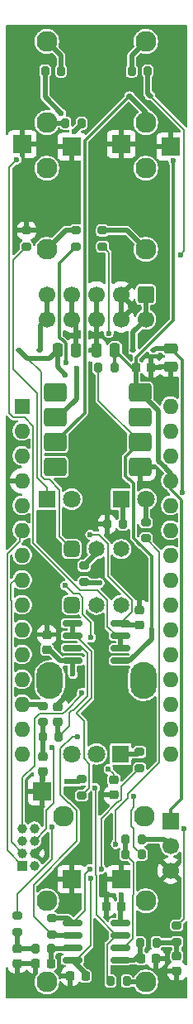
<source format=gtl>
G04 #@! TF.GenerationSoftware,KiCad,Pcbnew,9.0.7*
G04 #@! TF.CreationDate,2026-01-04T21:44:44+01:00*
G04 #@! TF.ProjectId,board_B,626f6172-645f-4422-9e6b-696361645f70,rev?*
G04 #@! TF.SameCoordinates,Original*
G04 #@! TF.FileFunction,Copper,L1,Top*
G04 #@! TF.FilePolarity,Positive*
%FSLAX46Y46*%
G04 Gerber Fmt 4.6, Leading zero omitted, Abs format (unit mm)*
G04 Created by KiCad (PCBNEW 9.0.7) date 2026-01-04 21:44:44*
%MOMM*%
%LPD*%
G01*
G04 APERTURE LIST*
G04 Aperture macros list*
%AMRoundRect*
0 Rectangle with rounded corners*
0 $1 Rounding radius*
0 $2 $3 $4 $5 $6 $7 $8 $9 X,Y pos of 4 corners*
0 Add a 4 corners polygon primitive as box body*
4,1,4,$2,$3,$4,$5,$6,$7,$8,$9,$2,$3,0*
0 Add four circle primitives for the rounded corners*
1,1,$1+$1,$2,$3*
1,1,$1+$1,$4,$5*
1,1,$1+$1,$6,$7*
1,1,$1+$1,$8,$9*
0 Add four rect primitives between the rounded corners*
20,1,$1+$1,$2,$3,$4,$5,0*
20,1,$1+$1,$4,$5,$6,$7,0*
20,1,$1+$1,$6,$7,$8,$9,0*
20,1,$1+$1,$8,$9,$2,$3,0*%
G04 Aperture macros list end*
G04 #@! TA.AperFunction,SMDPad,CuDef*
%ADD10RoundRect,0.200000X-0.275000X0.200000X-0.275000X-0.200000X0.275000X-0.200000X0.275000X0.200000X0*%
G04 #@! TD*
G04 #@! TA.AperFunction,SMDPad,CuDef*
%ADD11RoundRect,0.112500X0.187500X0.112500X-0.187500X0.112500X-0.187500X-0.112500X0.187500X-0.112500X0*%
G04 #@! TD*
G04 #@! TA.AperFunction,SMDPad,CuDef*
%ADD12RoundRect,0.200000X0.200000X0.275000X-0.200000X0.275000X-0.200000X-0.275000X0.200000X-0.275000X0*%
G04 #@! TD*
G04 #@! TA.AperFunction,ComponentPad*
%ADD13R,1.000000X1.000000*%
G04 #@! TD*
G04 #@! TA.AperFunction,ComponentPad*
%ADD14C,1.000000*%
G04 #@! TD*
G04 #@! TA.AperFunction,SMDPad,CuDef*
%ADD15RoundRect,0.200000X0.275000X-0.200000X0.275000X0.200000X-0.275000X0.200000X-0.275000X-0.200000X0*%
G04 #@! TD*
G04 #@! TA.AperFunction,ComponentPad*
%ADD16RoundRect,0.250000X-0.600000X0.600000X-0.600000X-0.600000X0.600000X-0.600000X0.600000X0.600000X0*%
G04 #@! TD*
G04 #@! TA.AperFunction,ComponentPad*
%ADD17C,1.700000*%
G04 #@! TD*
G04 #@! TA.AperFunction,SMDPad,CuDef*
%ADD18RoundRect,0.150000X-0.825000X-0.150000X0.825000X-0.150000X0.825000X0.150000X-0.825000X0.150000X0*%
G04 #@! TD*
G04 #@! TA.AperFunction,SMDPad,CuDef*
%ADD19RoundRect,0.225000X-0.225000X-0.250000X0.225000X-0.250000X0.225000X0.250000X-0.225000X0.250000X0*%
G04 #@! TD*
G04 #@! TA.AperFunction,SMDPad,CuDef*
%ADD20RoundRect,0.225000X0.250000X-0.225000X0.250000X0.225000X-0.250000X0.225000X-0.250000X-0.225000X0*%
G04 #@! TD*
G04 #@! TA.AperFunction,SMDPad,CuDef*
%ADD21RoundRect,0.250000X0.250000X0.475000X-0.250000X0.475000X-0.250000X-0.475000X0.250000X-0.475000X0*%
G04 #@! TD*
G04 #@! TA.AperFunction,SMDPad,CuDef*
%ADD22RoundRect,0.200000X-0.200000X-0.275000X0.200000X-0.275000X0.200000X0.275000X-0.200000X0.275000X0*%
G04 #@! TD*
G04 #@! TA.AperFunction,SMDPad,CuDef*
%ADD23RoundRect,0.250000X-0.250000X-0.475000X0.250000X-0.475000X0.250000X0.475000X-0.250000X0.475000X0*%
G04 #@! TD*
G04 #@! TA.AperFunction,SMDPad,CuDef*
%ADD24RoundRect,0.225000X0.225000X0.250000X-0.225000X0.250000X-0.225000X-0.250000X0.225000X-0.250000X0*%
G04 #@! TD*
G04 #@! TA.AperFunction,ComponentPad*
%ADD25R,1.700000X1.700000*%
G04 #@! TD*
G04 #@! TA.AperFunction,SMDPad,CuDef*
%ADD26RoundRect,0.225000X-0.250000X0.225000X-0.250000X-0.225000X0.250000X-0.225000X0.250000X0.225000X0*%
G04 #@! TD*
G04 #@! TA.AperFunction,SMDPad,CuDef*
%ADD27RoundRect,0.250000X0.475000X-0.250000X0.475000X0.250000X-0.475000X0.250000X-0.475000X-0.250000X0*%
G04 #@! TD*
G04 #@! TA.AperFunction,SMDPad,CuDef*
%ADD28RoundRect,0.112500X-0.187500X-0.112500X0.187500X-0.112500X0.187500X0.112500X-0.187500X0.112500X0*%
G04 #@! TD*
G04 #@! TA.AperFunction,SMDPad,CuDef*
%ADD29RoundRect,0.250000X-0.900000X-0.675000X0.900000X-0.675000X0.900000X0.675000X-0.900000X0.675000X0*%
G04 #@! TD*
G04 #@! TA.AperFunction,ComponentPad*
%ADD30R,1.600000X1.600000*%
G04 #@! TD*
G04 #@! TA.AperFunction,ComponentPad*
%ADD31O,1.600000X1.600000*%
G04 #@! TD*
G04 #@! TA.AperFunction,ComponentPad*
%ADD32O,2.720000X3.786000*%
G04 #@! TD*
G04 #@! TA.AperFunction,ComponentPad*
%ADD33R,1.800000X1.800000*%
G04 #@! TD*
G04 #@! TA.AperFunction,ComponentPad*
%ADD34C,1.800000*%
G04 #@! TD*
G04 #@! TA.AperFunction,ComponentPad*
%ADD35R,1.930000X1.830000*%
G04 #@! TD*
G04 #@! TA.AperFunction,ComponentPad*
%ADD36C,2.130000*%
G04 #@! TD*
G04 #@! TA.AperFunction,ComponentPad*
%ADD37RoundRect,0.412500X-0.412500X-0.412500X0.412500X-0.412500X0.412500X0.412500X-0.412500X0.412500X0*%
G04 #@! TD*
G04 #@! TA.AperFunction,ComponentPad*
%ADD38C,1.650000*%
G04 #@! TD*
G04 #@! TA.AperFunction,ComponentPad*
%ADD39R,1.830000X1.930000*%
G04 #@! TD*
G04 #@! TA.AperFunction,ViaPad*
%ADD40C,0.600000*%
G04 #@! TD*
G04 #@! TA.AperFunction,Conductor*
%ADD41C,0.200000*%
G04 #@! TD*
G04 #@! TA.AperFunction,Conductor*
%ADD42C,0.500000*%
G04 #@! TD*
G04 #@! TA.AperFunction,Conductor*
%ADD43C,0.300000*%
G04 #@! TD*
G04 APERTURE END LIST*
D10*
G04 #@! TO.P,R7,1*
G04 #@! TO.N,SLEW_IN*
X145428000Y-141593000D03*
G04 #@! TO.P,R7,2*
G04 #@! TO.N,Net-(U3A--)*
X145428000Y-143243000D03*
G04 #@! TD*
D11*
G04 #@! TO.P,D1,1,K*
G04 #@! TO.N,Net-(D1-K)*
X155495000Y-57455000D03*
G04 #@! TO.P,D1,2,A*
G04 #@! TO.N,Net-(D1-A)*
X153395000Y-57455000D03*
G04 #@! TD*
D12*
G04 #@! TO.P,R17,1*
G04 #@! TO.N,Net-(U4A-+)*
X146126000Y-122987000D03*
G04 #@! TO.P,R17,2*
G04 #@! TO.N,Net-(C13-Pad1)*
X144476000Y-122987000D03*
G04 #@! TD*
G04 #@! TO.P,R5,1*
G04 #@! TO.N,Net-(U4B--)*
X148476000Y-60249000D03*
G04 #@! TO.P,R5,2*
G04 #@! TO.N,Net-(J7-PadR)*
X146826000Y-60249000D03*
G04 #@! TD*
D13*
G04 #@! TO.P,J9,1,Pin_1*
G04 #@! TO.N,EXP1*
X142380000Y-136195000D03*
D14*
G04 #@! TO.P,J9,2,Pin_2*
G04 #@! TO.N,B_+12V*
X143650000Y-136195000D03*
G04 #@! TO.P,J9,3,Pin_3*
G04 #@! TO.N,EXP3*
X142380000Y-134925000D03*
G04 #@! TO.P,J9,4,Pin_4*
G04 #@! TO.N,B_GND*
X143650000Y-134925000D03*
G04 #@! TO.P,J9,5,Pin_5*
G04 #@! TO.N,EXP5*
X142380000Y-133655000D03*
G04 #@! TO.P,J9,6,Pin_6*
G04 #@! TO.N,B_-12V*
X143650000Y-133655000D03*
G04 #@! TO.P,J9,7,Pin_7*
G04 #@! TO.N,EXP7*
X142380000Y-132385000D03*
G04 #@! TO.P,J9,8,Pin_8*
G04 #@! TO.N,B_+5V*
X143650000Y-132385000D03*
G04 #@! TD*
D15*
G04 #@! TO.P,R12,1*
G04 #@! TO.N,Net-(C7-Pad1)*
X141872000Y-142989000D03*
G04 #@! TO.P,R12,2*
G04 #@! TO.N,PITCH*
X141872000Y-141339000D03*
G04 #@! TD*
G04 #@! TO.P,R14,1*
G04 #@! TO.N,Net-(C11-Pad1)*
X158255000Y-143992000D03*
G04 #@! TO.P,R14,2*
G04 #@! TO.N,SLEW_OUT*
X158255000Y-142342000D03*
G04 #@! TD*
D16*
G04 #@! TO.P,J2,1,-12V*
G04 #@! TO.N,-12V*
X155080000Y-77775000D03*
D17*
G04 #@! TO.P,J2,2,-12V*
X155080000Y-80315000D03*
G04 #@! TO.P,J2,3,GND*
G04 #@! TO.N,B_GND*
X152540000Y-77775000D03*
G04 #@! TO.P,J2,4,GND*
X152540000Y-80315000D03*
G04 #@! TO.P,J2,5,GND*
X150000000Y-77775000D03*
G04 #@! TO.P,J2,6,GND*
X150000000Y-80315000D03*
G04 #@! TO.P,J2,7,GND*
X147460000Y-77775000D03*
G04 #@! TO.P,J2,8,GND*
X147460000Y-80315000D03*
G04 #@! TO.P,J2,9,+12V*
G04 #@! TO.N,+12V*
X144920000Y-77775000D03*
G04 #@! TO.P,J2,10,+12V*
X144920000Y-80315000D03*
G04 #@! TD*
D18*
G04 #@! TO.P,U4,1*
G04 #@! TO.N,Net-(U4A--)*
X147525000Y-111430000D03*
G04 #@! TO.P,U4,2,-*
X147525000Y-112700000D03*
G04 #@! TO.P,U4,3,+*
G04 #@! TO.N,Net-(U4A-+)*
X147525000Y-113970000D03*
G04 #@! TO.P,U4,4,V-*
G04 #@! TO.N,B_-12V*
X147525000Y-115240000D03*
G04 #@! TO.P,U4,5,+*
G04 #@! TO.N,MIDI_IN*
X152475000Y-115240000D03*
G04 #@! TO.P,U4,6,-*
G04 #@! TO.N,Net-(U4B--)*
X152475000Y-113970000D03*
G04 #@! TO.P,U4,7*
X152475000Y-112700000D03*
G04 #@! TO.P,U4,8,V+*
G04 #@! TO.N,B_+12V*
X152475000Y-111430000D03*
G04 #@! TD*
D15*
G04 #@! TO.P,R16,1*
G04 #@! TO.N,Net-(C13-Pad1)*
X144539000Y-121526000D03*
G04 #@! TO.P,R16,2*
G04 #@! TO.N,CC*
X144539000Y-119876000D03*
G04 #@! TD*
D19*
G04 #@! TO.P,C12,1*
G04 #@! TO.N,Net-(U3B-+)*
X154559000Y-145720000D03*
G04 #@! TO.P,C12,2*
G04 #@! TO.N,B_GND*
X156109000Y-145720000D03*
G04 #@! TD*
D20*
G04 #@! TO.P,C14,1*
G04 #@! TO.N,Net-(U4A-+)*
X146063000Y-121476000D03*
G04 #@! TO.P,C14,2*
G04 #@! TO.N,B_GND*
X146063000Y-119926000D03*
G04 #@! TD*
D21*
G04 #@! TO.P,C6,1*
G04 #@! TO.N,B_+5V*
X151905000Y-83490000D03*
G04 #@! TO.P,C6,2*
G04 #@! TO.N,B_GND*
X150005000Y-83490000D03*
G04 #@! TD*
D22*
G04 #@! TO.P,R4,1*
G04 #@! TO.N,Net-(U3B--)*
X152985000Y-133528000D03*
G04 #@! TO.P,R4,2*
G04 #@! TO.N,Net-(JP1-C)*
X154635000Y-133528000D03*
G04 #@! TD*
D23*
G04 #@! TO.P,C4,1*
G04 #@! TO.N,B_+12V*
X146002000Y-83490000D03*
G04 #@! TO.P,C4,2*
G04 #@! TO.N,B_GND*
X147902000Y-83490000D03*
G04 #@! TD*
D22*
G04 #@! TO.P,R6,1*
G04 #@! TO.N,B_+5V*
X144730000Y-54915000D03*
G04 #@! TO.P,R6,2*
G04 #@! TO.N,Net-(J7-PadT)*
X146380000Y-54915000D03*
G04 #@! TD*
D12*
G04 #@! TO.P,R25,1*
G04 #@! TO.N,Net-(R25-Pad1)*
X154635000Y-135052000D03*
G04 #@! TO.P,R25,2*
G04 #@! TO.N,Net-(U3B--)*
X152985000Y-135052000D03*
G04 #@! TD*
D10*
G04 #@! TO.P,R18,1*
G04 #@! TO.N,Net-(R18-Pad1)*
X154445000Y-124575000D03*
G04 #@! TO.P,R18,2*
G04 #@! TO.N,SLEW_IN*
X154445000Y-126225000D03*
G04 #@! TD*
D22*
G04 #@! TO.P,R15,1*
G04 #@! TO.N,Net-(U3B-+)*
X154509000Y-144069000D03*
G04 #@! TO.P,R15,2*
G04 #@! TO.N,Net-(C11-Pad1)*
X156159000Y-144069000D03*
G04 #@! TD*
D24*
G04 #@! TO.P,C10,1*
G04 #@! TO.N,Net-(U3A-+)*
X145314000Y-146228000D03*
G04 #@! TO.P,C10,2*
G04 #@! TO.N,B_GND*
X143764000Y-146228000D03*
G04 #@! TD*
D25*
G04 #@! TO.P,JP1,1,A*
G04 #@! TO.N,B_+5V*
X157620000Y-131623000D03*
D17*
G04 #@! TO.P,JP1,2,C*
G04 #@! TO.N,Net-(JP1-C)*
X157620000Y-134163000D03*
G04 #@! TO.P,JP1,3,B*
G04 #@! TO.N,B_GND*
X157620000Y-136703000D03*
G04 #@! TD*
D18*
G04 #@! TO.P,U3,1*
G04 #@! TO.N,SLEW_IN*
X147525000Y-142037000D03*
G04 #@! TO.P,U3,2,-*
G04 #@! TO.N,Net-(U3A--)*
X147525000Y-143307000D03*
G04 #@! TO.P,U3,3,+*
G04 #@! TO.N,Net-(U3A-+)*
X147525000Y-144577000D03*
G04 #@! TO.P,U3,4,V-*
G04 #@! TO.N,B_-12V*
X147525000Y-145847000D03*
G04 #@! TO.P,U3,5,+*
G04 #@! TO.N,Net-(U3B-+)*
X152475000Y-145847000D03*
G04 #@! TO.P,U3,6,-*
G04 #@! TO.N,Net-(U3B--)*
X152475000Y-144577000D03*
G04 #@! TO.P,U3,7*
G04 #@! TO.N,Net-(R10-Pad2)*
X152475000Y-143307000D03*
G04 #@! TO.P,U3,8,V+*
G04 #@! TO.N,B_+12V*
X152475000Y-142037000D03*
G04 #@! TD*
D12*
G04 #@! TO.P,R10,1*
G04 #@! TO.N,Net-(J3-PadT)*
X153111000Y-148006000D03*
G04 #@! TO.P,R10,2*
G04 #@! TO.N,Net-(R10-Pad2)*
X151461000Y-148006000D03*
G04 #@! TD*
D26*
G04 #@! TO.P,C13,1*
G04 #@! TO.N,Net-(C13-Pad1)*
X144539000Y-125006000D03*
G04 #@! TO.P,C13,2*
G04 #@! TO.N,B_GND*
X144539000Y-126556000D03*
G04 #@! TD*
D22*
G04 #@! TO.P,R1,1*
G04 #@! TO.N,Net-(J1-PadT)*
X153620000Y-54915000D03*
G04 #@! TO.P,R1,2*
G04 #@! TO.N,Net-(D1-K)*
X155270000Y-54915000D03*
G04 #@! TD*
D27*
G04 #@! TO.P,C5,1*
G04 #@! TO.N,B_GND*
X157620000Y-85202000D03*
G04 #@! TO.P,C5,2*
G04 #@! TO.N,B_-12V*
X157620000Y-83302000D03*
G04 #@! TD*
D15*
G04 #@! TO.P,R3,1*
G04 #@! TO.N,Net-(U3A--)*
X148730000Y-107175000D03*
G04 #@! TO.P,R3,2*
G04 #@! TO.N,Net-(R3-Pad2)*
X148730000Y-105525000D03*
G04 #@! TD*
D26*
G04 #@! TO.P,C17,1*
G04 #@! TO.N,SLEW_OUT*
X151778000Y-127419000D03*
G04 #@! TO.P,C17,2*
G04 #@! TO.N,B_GND*
X151778000Y-128969000D03*
G04 #@! TD*
D10*
G04 #@! TO.P,R8,1*
G04 #@! TO.N,Net-(J4-PadT)*
X147905000Y-71235000D03*
G04 #@! TO.P,R8,2*
G04 #@! TO.N,CLOCK*
X147905000Y-72885000D03*
G04 #@! TD*
D20*
G04 #@! TO.P,C2,1*
G04 #@! TO.N,B_+12V*
X154445000Y-111570000D03*
G04 #@! TO.P,C2,2*
G04 #@! TO.N,B_GND*
X154445000Y-110020000D03*
G04 #@! TD*
D10*
G04 #@! TO.P,R23,1*
G04 #@! TO.N,Net-(J8-PadT)*
X148476000Y-127369000D03*
G04 #@! TO.P,R23,2*
G04 #@! TO.N,Net-(U4A--)*
X148476000Y-129019000D03*
G04 #@! TD*
D22*
G04 #@! TO.P,R2,1*
G04 #@! TO.N,MIDI_IN*
X150191000Y-85268000D03*
G04 #@! TO.P,R2,2*
G04 #@! TO.N,B_+5V*
X151841000Y-85268000D03*
G04 #@! TD*
D28*
G04 #@! TO.P,D3,1,K*
G04 #@! TO.N,-12V*
X153776000Y-83490000D03*
G04 #@! TO.P,D3,2,A*
G04 #@! TO.N,B_-12V*
X155876000Y-83490000D03*
G04 #@! TD*
D26*
G04 #@! TO.P,C11,1*
G04 #@! TO.N,Net-(C11-Pad1)*
X158255000Y-145440000D03*
G04 #@! TO.P,C11,2*
G04 #@! TO.N,B_GND*
X158255000Y-146990000D03*
G04 #@! TD*
D29*
G04 #@! TO.P,U1,1,NC*
G04 #@! TO.N,unconnected-(U1-NC-Pad1)*
X145777000Y-87808000D03*
G04 #@! TO.P,U1,2,A*
G04 #@! TO.N,Net-(D1-K)*
X145777000Y-90348000D03*
G04 #@! TO.P,U1,3,C*
G04 #@! TO.N,Net-(D1-A)*
X145777000Y-92888000D03*
G04 #@! TO.P,U1,4,NC*
G04 #@! TO.N,unconnected-(U1-NC-Pad4)*
X145777000Y-95428000D03*
G04 #@! TO.P,U1,5,GND*
G04 #@! TO.N,B_GND*
X154477000Y-95428000D03*
G04 #@! TO.P,U1,6,VO*
G04 #@! TO.N,MIDI_IN*
X154477000Y-92888000D03*
G04 #@! TO.P,U1,7,EN*
G04 #@! TO.N,unconnected-(U1-EN-Pad7)*
X154477000Y-90348000D03*
G04 #@! TO.P,U1,8,VCC*
G04 #@! TO.N,B_+5V*
X154477000Y-87808000D03*
G04 #@! TD*
D24*
G04 #@! TO.P,C8,1*
G04 #@! TO.N,B_+12V*
X152540000Y-140386000D03*
G04 #@! TO.P,C8,2*
G04 #@! TO.N,B_GND*
X150990000Y-140386000D03*
G04 #@! TD*
D10*
G04 #@! TO.P,R9,1*
G04 #@! TO.N,Net-(J5-PadT)*
X150635000Y-71235000D03*
G04 #@! TO.P,R9,2*
G04 #@! TO.N,CLOCK2*
X150635000Y-72885000D03*
G04 #@! TD*
D26*
G04 #@! TO.P,C7,1*
G04 #@! TO.N,Net-(C7-Pad1)*
X141872000Y-144691000D03*
G04 #@! TO.P,C7,2*
G04 #@! TO.N,B_GND*
X141872000Y-146241000D03*
G04 #@! TD*
D15*
G04 #@! TO.P,R11,1*
G04 #@! TO.N,Net-(J6-PadT)*
X155080000Y-102730000D03*
G04 #@! TO.P,R11,2*
G04 #@! TO.N,GATE*
X155080000Y-101080000D03*
G04 #@! TD*
D12*
G04 #@! TO.P,R27,1*
G04 #@! TO.N,Net-(D6-K)*
X152730000Y-101270000D03*
G04 #@! TO.P,R27,2*
G04 #@! TO.N,B_GND*
X151080000Y-101270000D03*
G04 #@! TD*
D30*
G04 #@! TO.P,A1,1,D1/TX*
G04 #@! TO.N,CLOCK*
X142380000Y-89205000D03*
D31*
G04 #@! TO.P,A1,2,D0/RX*
G04 #@! TO.N,CLOCK2*
X142380000Y-91745000D03*
G04 #@! TO.P,A1,3,~{RESET}*
G04 #@! TO.N,unconnected-(A1-~{RESET}-Pad3)*
X142380000Y-94285000D03*
G04 #@! TO.P,A1,4,GND*
G04 #@! TO.N,B_GND*
X142380000Y-96825000D03*
G04 #@! TO.P,A1,5,D2*
G04 #@! TO.N,unconnected-(A1-D2-Pad5)*
X142380000Y-99365000D03*
G04 #@! TO.P,A1,6,D3*
G04 #@! TO.N,EXP1*
X142380000Y-101905000D03*
G04 #@! TO.P,A1,7,D4*
G04 #@! TO.N,unconnected-(A1-D4-Pad7)*
X142380000Y-104445000D03*
G04 #@! TO.P,A1,8,D5*
G04 #@! TO.N,EXP3*
X142380000Y-106985000D03*
G04 #@! TO.P,A1,9,D6*
G04 #@! TO.N,EXP7*
X142380000Y-109525000D03*
G04 #@! TO.P,A1,10,D7*
G04 #@! TO.N,unconnected-(A1-D7-Pad10)*
X142380000Y-112065000D03*
G04 #@! TO.P,A1,11,D8*
G04 #@! TO.N,unconnected-(A1-D8-Pad11)*
X142380000Y-114605000D03*
G04 #@! TO.P,A1,12,D9*
G04 #@! TO.N,PITCH*
X142380000Y-117145000D03*
G04 #@! TO.P,A1,13,D10*
G04 #@! TO.N,CC*
X142380000Y-119685000D03*
G04 #@! TO.P,A1,14,D11*
G04 #@! TO.N,EXP5*
X142380000Y-122225000D03*
G04 #@! TO.P,A1,15,D12*
G04 #@! TO.N,unconnected-(A1-D12-Pad15)*
X142380000Y-124765000D03*
G04 #@! TO.P,A1,16,D13*
G04 #@! TO.N,unconnected-(A1-D13-Pad16)*
X157620000Y-124765000D03*
G04 #@! TO.P,A1,17,3V3*
G04 #@! TO.N,unconnected-(A1-3V3-Pad17)*
X157620000Y-122225000D03*
G04 #@! TO.P,A1,18,AREF*
G04 #@! TO.N,unconnected-(A1-AREF-Pad18)*
X157620000Y-119685000D03*
G04 #@! TO.P,A1,19,A0*
G04 #@! TO.N,unconnected-(A1-A0-Pad19)*
X157620000Y-117145000D03*
G04 #@! TO.P,A1,20,A1*
G04 #@! TO.N,unconnected-(A1-A1-Pad20)*
X157620000Y-114605000D03*
G04 #@! TO.P,A1,21,A2*
G04 #@! TO.N,MIDI_IN*
X157620000Y-112065000D03*
G04 #@! TO.P,A1,22,A3*
G04 #@! TO.N,unconnected-(A1-A3-Pad22)*
X157620000Y-109525000D03*
G04 #@! TO.P,A1,23,A4*
G04 #@! TO.N,unconnected-(A1-A4-Pad23)*
X157620000Y-106985000D03*
G04 #@! TO.P,A1,24,A5*
G04 #@! TO.N,unconnected-(A1-A5-Pad24)*
X157620000Y-104445000D03*
G04 #@! TO.P,A1,25,A6*
G04 #@! TO.N,unconnected-(A1-A6-Pad25)*
X157620000Y-101905000D03*
G04 #@! TO.P,A1,26,A7*
G04 #@! TO.N,GATE*
X157620000Y-99365000D03*
G04 #@! TO.P,A1,27,+5V*
G04 #@! TO.N,B_+5V*
X157620000Y-96825000D03*
G04 #@! TO.P,A1,28,~{RESET}*
G04 #@! TO.N,unconnected-(A1-~{RESET}-Pad28)*
X157620000Y-94285000D03*
G04 #@! TO.P,A1,29,GND*
G04 #@! TO.N,B_GND*
X157620000Y-91745000D03*
G04 #@! TO.P,A1,30,VIN*
G04 #@! TO.N,B_+12V*
X157620000Y-89205000D03*
G04 #@! TD*
D26*
G04 #@! TO.P,C3,1*
G04 #@! TO.N,B_GND*
X144920000Y-112560000D03*
G04 #@! TO.P,C3,2*
G04 #@! TO.N,B_-12V*
X144920000Y-114110000D03*
G04 #@! TD*
D15*
G04 #@! TO.P,R24,1*
G04 #@! TO.N,Net-(D5-K)*
X142825000Y-72885000D03*
G04 #@! TO.P,R24,2*
G04 #@! TO.N,B_GND*
X142825000Y-71235000D03*
G04 #@! TD*
D19*
G04 #@! TO.P,C1,1*
G04 #@! TO.N,B_+5V*
X154064000Y-85268000D03*
G04 #@! TO.P,C1,2*
G04 #@! TO.N,B_GND*
X155614000Y-85268000D03*
G04 #@! TD*
G04 #@! TO.P,C9,1*
G04 #@! TO.N,B_GND*
X147320000Y-147498000D03*
G04 #@! TO.P,C9,2*
G04 #@! TO.N,B_-12V*
X148870000Y-147498000D03*
G04 #@! TD*
D28*
G04 #@! TO.P,D2,1,K*
G04 #@! TO.N,B_+12V*
X142092000Y-83490000D03*
G04 #@! TO.P,D2,2,A*
G04 #@! TO.N,+12V*
X144192000Y-83490000D03*
G04 #@! TD*
D12*
G04 #@! TO.P,R13,1*
G04 #@! TO.N,Net-(U3A-+)*
X145364000Y-144704000D03*
G04 #@! TO.P,R13,2*
G04 #@! TO.N,Net-(C7-Pad1)*
X143714000Y-144704000D03*
G04 #@! TD*
D32*
G04 #@! TO.P,RV5,*
G04 #@! TO.N,*
X145200000Y-117275000D03*
X154800000Y-117275000D03*
D33*
G04 #@! TO.P,RV5,1,1*
G04 #@! TO.N,Net-(R18-Pad1)*
X152500000Y-124775000D03*
D34*
G04 #@! TO.P,RV5,2,2*
G04 #@! TO.N,SLEW_OUT*
X150000000Y-124775000D03*
G04 #@! TO.P,RV5,3,3*
X147500000Y-124775000D03*
G04 #@! TD*
D35*
G04 #@! TO.P,J4,S*
G04 #@! TO.N,B_GND*
X147460000Y-62662000D03*
D36*
G04 #@! TO.P,J4,T*
G04 #@! TO.N,Net-(J4-PadT)*
X144920000Y-73170000D03*
G04 #@! TO.P,J4,TN*
G04 #@! TO.N,unconnected-(J4-PadTN)*
X144920000Y-64870000D03*
G04 #@! TD*
D37*
G04 #@! TO.P,RV1,1,1*
G04 #@! TO.N,Net-(R10-Pad2)*
X147460000Y-109525000D03*
D38*
G04 #@! TO.P,RV1,2,2*
G04 #@! TO.N,Net-(R25-Pad1)*
X150000000Y-109525000D03*
G04 #@! TO.P,RV1,3,3*
X152540000Y-109525000D03*
G04 #@! TD*
D35*
G04 #@! TO.P,J5,S*
G04 #@! TO.N,B_GND*
X157620000Y-62662000D03*
D36*
G04 #@! TO.P,J5,T*
G04 #@! TO.N,Net-(J5-PadT)*
X155080000Y-73170000D03*
G04 #@! TO.P,J5,TN*
G04 #@! TO.N,unconnected-(J5-PadTN)*
X155080000Y-64870000D03*
G04 #@! TD*
D39*
G04 #@! TO.P,J8,S*
G04 #@! TO.N,B_GND*
X144412000Y-128575000D03*
D36*
G04 #@! TO.P,J8,T*
G04 #@! TO.N,Net-(J8-PadT)*
X154920000Y-131115000D03*
G04 #@! TO.P,J8,TN*
G04 #@! TO.N,unconnected-(J8-PadTN)*
X146620000Y-131115000D03*
G04 #@! TD*
D35*
G04 #@! TO.P,J3,S*
G04 #@! TO.N,B_GND*
X152540000Y-137592000D03*
D36*
G04 #@! TO.P,J3,T*
G04 #@! TO.N,Net-(J3-PadT)*
X155080000Y-148100000D03*
G04 #@! TO.P,J3,TN*
G04 #@! TO.N,unconnected-(J3-PadTN)*
X155080000Y-139800000D03*
G04 #@! TD*
D35*
G04 #@! TO.P,J6,S*
G04 #@! TO.N,B_GND*
X147460000Y-137592000D03*
D36*
G04 #@! TO.P,J6,T*
G04 #@! TO.N,Net-(J6-PadT)*
X144920000Y-148100000D03*
G04 #@! TO.P,J6,TN*
G04 #@! TO.N,unconnected-(J6-PadTN)*
X144920000Y-139800000D03*
G04 #@! TD*
G04 #@! TO.P,J7,R*
G04 #@! TO.N,Net-(J7-PadR)*
X144920000Y-60200000D03*
D35*
G04 #@! TO.P,J7,S*
G04 #@! TO.N,B_GND*
X142380000Y-62408000D03*
D36*
G04 #@! TO.P,J7,T*
G04 #@! TO.N,Net-(J7-PadT)*
X144920000Y-51900000D03*
G04 #@! TD*
D33*
G04 #@! TO.P,D6,1,K*
G04 #@! TO.N,Net-(D6-K)*
X152540000Y-98730000D03*
D34*
G04 #@! TO.P,D6,2,A*
G04 #@! TO.N,GATE*
X155080000Y-98730000D03*
G04 #@! TD*
D33*
G04 #@! TO.P,D5,1,K*
G04 #@! TO.N,Net-(D5-K)*
X144920000Y-98730000D03*
D34*
G04 #@! TO.P,D5,2,A*
G04 #@! TO.N,CLOCK2*
X147460000Y-98730000D03*
G04 #@! TD*
D36*
G04 #@! TO.P,J1,R*
G04 #@! TO.N,Net-(D1-A)*
X155080000Y-60200000D03*
D35*
G04 #@! TO.P,J1,S*
G04 #@! TO.N,B_GND*
X152540000Y-62408000D03*
D36*
G04 #@! TO.P,J1,T*
G04 #@! TO.N,Net-(J1-PadT)*
X155080000Y-51900000D03*
G04 #@! TD*
D37*
G04 #@! TO.P,RV2,1,1*
G04 #@! TO.N,B_+12V*
X147460000Y-103810000D03*
D38*
G04 #@! TO.P,RV2,2,2*
G04 #@! TO.N,Net-(R3-Pad2)*
X150000000Y-103810000D03*
G04 #@! TO.P,RV2,3,3*
G04 #@! TO.N,B_-12V*
X152540000Y-103810000D03*
G04 #@! TD*
D40*
G04 #@! TO.N,B_GND*
X144158000Y-111049000D03*
X152540000Y-122225000D03*
X142761000Y-148387000D03*
X147841000Y-135052000D03*
X150000000Y-98857000D03*
X150000000Y-148895000D03*
X156985000Y-87173000D03*
X157112000Y-148260000D03*
X152159000Y-102413000D03*
X147460000Y-140132000D03*
X147968000Y-117780000D03*
X149111000Y-120447000D03*
X144285000Y-100889000D03*
X148476000Y-130099000D03*
X150508000Y-128956000D03*
X155842000Y-97206000D03*
G04 #@! TO.N,CLOCK2*
X151270000Y-81740800D03*
G04 #@! TO.N,B_+12V*
X152540000Y-139208500D03*
X146825000Y-86030000D03*
X149365000Y-102346100D03*
G04 #@! TO.N,B_+5V*
X146385000Y-59235600D03*
X157887600Y-64105500D03*
G04 #@! TO.N,B_-12V*
X149402800Y-137477100D03*
X158802400Y-97997400D03*
X147592500Y-116611200D03*
X145396900Y-124115200D03*
G04 #@! TO.N,Net-(D1-K)*
X158636000Y-73711000D03*
X147953600Y-85313500D03*
G04 #@! TO.N,Net-(J6-PadT)*
X151979600Y-133987900D03*
G04 #@! TO.N,MIDI_IN*
X155669600Y-112065000D03*
G04 #@! TO.N,CLOCK*
X146864300Y-84760000D03*
G04 #@! TO.N,Net-(R10-Pad2)*
X149864900Y-128229500D03*
G04 #@! TO.N,Net-(J8-PadT)*
X146937600Y-127629500D03*
G04 #@! TO.N,Net-(R25-Pad1)*
X153859400Y-129099900D03*
G04 #@! TO.N,PITCH*
X145452000Y-132258000D03*
G04 #@! TO.N,Net-(U3A--)*
X150314600Y-107269900D03*
X148028300Y-122979400D03*
G04 #@! TO.N,Net-(U4B--)*
X147695100Y-61161800D03*
X141805000Y-63978500D03*
G04 #@! TO.N,SLEW_OUT*
X151232100Y-126317800D03*
X158992500Y-132445200D03*
G04 #@! TO.N,SLEW_IN*
X150494100Y-136541000D03*
X149292300Y-136541000D03*
G04 #@! TO.N,EXP7*
X149455900Y-112863300D03*
X146783600Y-107563800D03*
X148491000Y-118529250D03*
G04 #@! TD*
D41*
G04 #@! TO.N,B_GND*
X151765000Y-128956000D02*
X151778000Y-128969000D01*
D42*
X146063000Y-119685000D02*
X147968000Y-117780000D01*
X150000000Y-77775000D02*
X150000000Y-80315000D01*
X150005000Y-80320000D02*
X150000000Y-80315000D01*
X152540000Y-77775000D02*
X152540000Y-80315000D01*
X147902000Y-80757000D02*
X147460000Y-80315000D01*
X147902000Y-83490000D02*
X147902000Y-80757000D01*
X147460000Y-77775000D02*
X147460000Y-80315000D01*
X146063000Y-119926000D02*
X146063000Y-119685000D01*
D41*
X150508000Y-128956000D02*
X151765000Y-128956000D01*
D42*
X150005000Y-83490000D02*
X150005000Y-80320000D01*
D41*
G04 #@! TO.N,CLOCK2*
X151270000Y-73520000D02*
X150635000Y-72885000D01*
X151270000Y-81740800D02*
X151270000Y-73520000D01*
G04 #@! TO.N,B_+12V*
X153666700Y-110238300D02*
X152475000Y-111430000D01*
X146190000Y-102540000D02*
X147460000Y-103810000D01*
X149365000Y-102346100D02*
X150257000Y-102346100D01*
X150257000Y-102346100D02*
X151175300Y-103264400D01*
D42*
X154445000Y-111570000D02*
X152615000Y-111570000D01*
D41*
X144317900Y-85715900D02*
X144317900Y-96351900D01*
X144317900Y-96351900D02*
X144690000Y-96724000D01*
X144690000Y-96724000D02*
X145158800Y-96724000D01*
D42*
X146002000Y-83490000D02*
X146002000Y-85207000D01*
X152475000Y-140451000D02*
X152475000Y-142037000D01*
X146002000Y-85207000D02*
X146825000Y-86030000D01*
X152540000Y-139208500D02*
X152540000Y-140386000D01*
D41*
X146190000Y-97755200D02*
X146190000Y-102540000D01*
D42*
X152615000Y-111570000D02*
X152475000Y-111430000D01*
D41*
X153666700Y-109058200D02*
X153666700Y-110238300D01*
D42*
X145175800Y-84316200D02*
X146002000Y-83490000D01*
D41*
X145158800Y-96724000D02*
X146190000Y-97755200D01*
D42*
X152540000Y-140386000D02*
X152475000Y-140451000D01*
X142918200Y-84316200D02*
X145175800Y-84316200D01*
D41*
X151175300Y-103264400D02*
X151175300Y-106566800D01*
D42*
X142918200Y-84316200D02*
X142092000Y-83490000D01*
D41*
X151175300Y-106566800D02*
X153666700Y-109058200D01*
X142918200Y-84316200D02*
X144317900Y-85715900D01*
D43*
G04 #@! TO.N,B_+5V*
X157620000Y-97735654D02*
X158636000Y-98751654D01*
X158763000Y-122709760D02*
X158763000Y-124280240D01*
X158771000Y-111588240D02*
X158771000Y-112541760D01*
D42*
X154064000Y-85268000D02*
X154064000Y-87395000D01*
D43*
X158763000Y-102389760D02*
X158763000Y-103960240D01*
D42*
X157101818Y-95544818D02*
X157620000Y-96063000D01*
D43*
X158763000Y-112549760D02*
X158763000Y-114120240D01*
X158771000Y-124288240D02*
X158771000Y-125241760D01*
D42*
X156369000Y-93796000D02*
X156369000Y-94803182D01*
D43*
X158771000Y-116668240D02*
X158771000Y-117621760D01*
X158771000Y-109048240D02*
X158771000Y-110001760D01*
X157620000Y-96825000D02*
X157620000Y-97735654D01*
X151905000Y-83490000D02*
X153683000Y-85268000D01*
X158763000Y-121740240D02*
X158771000Y-121748240D01*
X158763000Y-129328300D02*
X157620000Y-130471300D01*
X157620000Y-130471300D02*
X157620000Y-131623000D01*
X158763000Y-103960240D02*
X158771000Y-103968240D01*
X158763000Y-124280240D02*
X158771000Y-124288240D01*
X158771000Y-125241760D02*
X158763000Y-125249760D01*
X158763000Y-107469760D02*
X158763000Y-109040240D01*
X158763000Y-110009760D02*
X158763000Y-111580240D01*
X158771000Y-115081760D02*
X158763000Y-115089760D01*
D42*
X156078000Y-89375708D02*
X156078000Y-89409000D01*
X154064000Y-87395000D02*
X154477000Y-87808000D01*
D43*
X158771000Y-106508240D02*
X158771000Y-107461760D01*
X158771000Y-103968240D02*
X158771000Y-104921760D01*
X154064000Y-84248000D02*
X157887600Y-80424400D01*
X154064000Y-85268000D02*
X154064000Y-84248000D01*
D42*
X156350000Y-89681000D02*
X156350000Y-93777000D01*
D43*
X158763000Y-125249760D02*
X158763000Y-129328300D01*
D42*
X154477000Y-87808000D02*
X155641000Y-88972000D01*
D43*
X158771000Y-104921760D02*
X158763000Y-104929760D01*
X158763000Y-101420240D02*
X158771000Y-101428240D01*
X158771000Y-112541760D02*
X158763000Y-112549760D01*
X158636000Y-98753240D02*
X158771000Y-98888240D01*
X158771000Y-122701760D02*
X158763000Y-122709760D01*
D42*
X156369000Y-94803182D02*
X157101818Y-95536000D01*
D43*
X158636000Y-98751654D02*
X158636000Y-98753240D01*
X158771000Y-110001760D02*
X158763000Y-110009760D01*
X158763000Y-104929760D02*
X158763000Y-106500240D01*
X151841000Y-83554000D02*
X151905000Y-83490000D01*
X158763000Y-99849760D02*
X158763000Y-101420240D01*
X158763000Y-117629760D02*
X158763000Y-119200240D01*
X158771000Y-119208240D02*
X158771000Y-120161760D01*
D42*
X156350000Y-93777000D02*
X156369000Y-93796000D01*
D43*
X158771000Y-121748240D02*
X158771000Y-122701760D01*
X158763000Y-119200240D02*
X158771000Y-119208240D01*
X158763000Y-116660240D02*
X158771000Y-116668240D01*
X158763000Y-106500240D02*
X158771000Y-106508240D01*
X158771000Y-120161760D02*
X158763000Y-120169760D01*
D42*
X157620000Y-96063000D02*
X157620000Y-96825000D01*
D43*
X158763000Y-111580240D02*
X158771000Y-111588240D01*
X158771000Y-114128240D02*
X158771000Y-115081760D01*
X151841000Y-85268000D02*
X151841000Y-83554000D01*
X158771000Y-117621760D02*
X158763000Y-117629760D01*
D42*
X146385000Y-59235600D02*
X144730000Y-57580600D01*
D43*
X158771000Y-107461760D02*
X158763000Y-107469760D01*
X158763000Y-109040240D02*
X158771000Y-109048240D01*
D42*
X155641000Y-88972000D02*
X155674292Y-88972000D01*
D43*
X158771000Y-101428240D02*
X158771000Y-102381760D01*
X153683000Y-85268000D02*
X154064000Y-85268000D01*
X158771000Y-99841760D02*
X158763000Y-99849760D01*
X158771000Y-102381760D02*
X158763000Y-102389760D01*
X158771000Y-98888240D02*
X158771000Y-99841760D01*
D42*
X157101818Y-95536000D02*
X157101818Y-95544818D01*
D43*
X157887600Y-80424400D02*
X157887600Y-64105500D01*
X158763000Y-115089760D02*
X158763000Y-116660240D01*
D42*
X144730000Y-57580600D02*
X144730000Y-54915000D01*
X156078000Y-89409000D02*
X156350000Y-89681000D01*
X155674292Y-88972000D02*
X156078000Y-89375708D01*
D43*
X158763000Y-114120240D02*
X158771000Y-114128240D01*
X158763000Y-120169760D02*
X158763000Y-121740240D01*
D42*
G04 #@! TO.N,Net-(C7-Pad1)*
X141885000Y-144704000D02*
X141872000Y-144691000D01*
X143714000Y-144704000D02*
X141885000Y-144704000D01*
X141872000Y-144691000D02*
X141872000Y-142989000D01*
G04 #@! TO.N,Net-(J7-PadT)*
X144920000Y-51900000D02*
X146380000Y-53360000D01*
X146380000Y-53360000D02*
X146380000Y-54915000D01*
G04 #@! TO.N,Net-(J7-PadR)*
X144969000Y-60249000D02*
X144920000Y-60200000D01*
X146826000Y-60249000D02*
X144969000Y-60249000D01*
D41*
G04 #@! TO.N,B_-12V*
X149402800Y-144389500D02*
X147735200Y-146057100D01*
D42*
X146317000Y-115240000D02*
X145187000Y-114110000D01*
X157620000Y-83302000D02*
X156064000Y-83302000D01*
X147525000Y-115240000D02*
X146317000Y-115240000D01*
D41*
X145628700Y-129758800D02*
X144850300Y-130537200D01*
X149402800Y-137477100D02*
X149402800Y-144389500D01*
D42*
X145187000Y-114110000D02*
X144920000Y-114110000D01*
X147525000Y-116543700D02*
X147525000Y-115240000D01*
X148870000Y-147498000D02*
X148870000Y-147192000D01*
X156064000Y-83302000D02*
X155876000Y-83490000D01*
D41*
X145396900Y-124115200D02*
X145628700Y-124347000D01*
D42*
X147735200Y-146057200D02*
X147735200Y-146057100D01*
D43*
X158802400Y-84484400D02*
X158802400Y-97997400D01*
X157620000Y-83302000D02*
X158802400Y-84484400D01*
D41*
X147735200Y-146057100D02*
X147525000Y-145847000D01*
X144850300Y-130537200D02*
X144850300Y-132454700D01*
D42*
X147592500Y-116611200D02*
X147525000Y-116543700D01*
D41*
X145628700Y-124347000D02*
X145628700Y-129758800D01*
D42*
X148870000Y-147192000D02*
X147735200Y-146057200D01*
D41*
X144850300Y-132454700D02*
X143650000Y-133655000D01*
D42*
G04 #@! TO.N,Net-(D1-A)*
X155080000Y-59140000D02*
X155080000Y-60200000D01*
D43*
X148788400Y-62061600D02*
X153395000Y-57455000D01*
X145777000Y-92888000D02*
X148788400Y-89876600D01*
X148788400Y-89876600D02*
X148788400Y-62061600D01*
D42*
X153395000Y-57455000D02*
X155080000Y-59140000D01*
G04 #@! TO.N,Net-(D1-K)*
X145777000Y-90348000D02*
X146063000Y-90348000D01*
X146063000Y-90348000D02*
X147953600Y-88457400D01*
D41*
X159000100Y-60960100D02*
X155495000Y-57455000D01*
D42*
X155270000Y-57230000D02*
X155270000Y-54915000D01*
D41*
X159000100Y-73346900D02*
X159000100Y-60960100D01*
D42*
X147953600Y-88457400D02*
X147953600Y-85313500D01*
D41*
X158636000Y-73711000D02*
X159000100Y-73346900D01*
D42*
X155495000Y-57455000D02*
X155270000Y-57230000D01*
G04 #@! TO.N,Net-(J1-PadT)*
X153620000Y-53360000D02*
X155080000Y-51900000D01*
X153620000Y-54915000D02*
X153620000Y-53360000D01*
G04 #@! TO.N,Net-(J3-PadT)*
X153205000Y-148100000D02*
X153111000Y-148006000D01*
X155080000Y-148100000D02*
X153205000Y-148100000D01*
G04 #@! TO.N,Net-(J4-PadT)*
X144920000Y-73170000D02*
X146855000Y-71235000D01*
X146855000Y-71235000D02*
X147905000Y-71235000D01*
G04 #@! TO.N,Net-(J5-PadT)*
X150635000Y-71235000D02*
X153145000Y-71235000D01*
X153145000Y-71235000D02*
X155080000Y-73170000D01*
D41*
G04 #@! TO.N,Net-(J6-PadT)*
X151979600Y-130556500D02*
X151979600Y-133987900D01*
X156464800Y-125643700D02*
X153257700Y-128850800D01*
X153257700Y-129278400D02*
X151979600Y-130556500D01*
X153257700Y-128850800D02*
X153257700Y-129278400D01*
X155080000Y-102730000D02*
X156464800Y-104114800D01*
X156464800Y-104114800D02*
X156464800Y-125643700D01*
D42*
G04 #@! TO.N,Net-(C11-Pad1)*
X156159000Y-144069000D02*
X158178000Y-144069000D01*
X158178000Y-144069000D02*
X158255000Y-143992000D01*
X158255000Y-145440000D02*
X158255000Y-143992000D01*
D43*
G04 #@! TO.N,MIDI_IN*
X152976000Y-94389000D02*
X154477000Y-92888000D01*
X154571226Y-103481000D02*
X154254000Y-103163774D01*
X155588000Y-104445000D02*
X155585100Y-104445000D01*
X155669600Y-112065000D02*
X155669600Y-104529500D01*
X154254000Y-103163774D02*
X154254000Y-103113900D01*
X154254000Y-103113900D02*
X153810000Y-102669900D01*
X155585100Y-104445000D02*
X154621100Y-103481000D01*
X153391840Y-96704000D02*
X153321130Y-96704000D01*
D42*
X153429000Y-115240000D02*
X152475000Y-115240000D01*
X155669600Y-112065000D02*
X155669600Y-112999400D01*
D43*
X153810000Y-102669900D02*
X153810000Y-97122160D01*
X152976000Y-96358870D02*
X152976000Y-94389000D01*
X153810000Y-97122160D02*
X153391840Y-96704000D01*
D41*
X150191000Y-85268000D02*
X150191000Y-88602000D01*
D43*
X154621100Y-103481000D02*
X154571226Y-103481000D01*
X153321130Y-96704000D02*
X152976000Y-96358870D01*
D42*
X155669600Y-112999400D02*
X153429000Y-115240000D01*
D41*
X150191000Y-88602000D02*
X154477000Y-92888000D01*
D43*
X155588000Y-104447900D02*
X155588000Y-104445000D01*
X155669600Y-104529500D02*
X155588000Y-104447900D01*
D42*
G04 #@! TO.N,Net-(C13-Pad1)*
X144476000Y-124943000D02*
X144476000Y-122987000D01*
X144539000Y-121526000D02*
X144476000Y-121589000D01*
X144539000Y-125006000D02*
X144476000Y-124943000D01*
X144476000Y-121589000D02*
X144476000Y-122987000D01*
D43*
G04 #@! TO.N,CLOCK*
X146190000Y-82171500D02*
X146190000Y-74600000D01*
X146864300Y-84760000D02*
X146864300Y-82845800D01*
X146432500Y-82414000D02*
X146190000Y-82171500D01*
X146853000Y-82834500D02*
X146853000Y-82759130D01*
X146507870Y-82414000D02*
X146432500Y-82414000D01*
X146864300Y-82845800D02*
X146853000Y-82834500D01*
X146190000Y-74600000D02*
X147905000Y-72885000D01*
X146853000Y-82759130D02*
X146507870Y-82414000D01*
D41*
G04 #@! TO.N,Net-(R10-Pad2)*
X151461000Y-148006000D02*
X151118500Y-147663500D01*
X151118500Y-147663500D02*
X151118500Y-144239500D01*
X152051000Y-143307000D02*
X152475000Y-143307000D01*
X150004500Y-141260500D02*
X152051000Y-143307000D01*
X149892300Y-137115700D02*
X150004500Y-137227900D01*
X151118500Y-144239500D02*
X152051000Y-143307000D01*
X149892300Y-128256900D02*
X149892300Y-137115700D01*
X149864900Y-128229500D02*
X149892300Y-128256900D01*
X150004500Y-137227900D02*
X150004500Y-141260500D01*
G04 #@! TO.N,Net-(D5-K)*
X141447400Y-74262600D02*
X142825000Y-72885000D01*
X144920000Y-98730000D02*
X144920000Y-97528300D01*
X143916200Y-96524500D02*
X143916200Y-87897700D01*
X144920000Y-97528300D02*
X143916200Y-96524500D01*
X143916200Y-87897700D02*
X141447400Y-85428900D01*
X141447400Y-85428900D02*
X141447400Y-74262600D01*
D42*
G04 #@! TO.N,Net-(D6-K)*
X152730000Y-98920000D02*
X152540000Y-98730000D01*
X152730000Y-101270000D02*
X152730000Y-98920000D01*
G04 #@! TO.N,Net-(J8-PadT)*
X146937600Y-127629500D02*
X148215500Y-127629500D01*
X148215500Y-127629500D02*
X148476000Y-127369000D01*
G04 #@! TO.N,Net-(R3-Pad2)*
X150000000Y-103810000D02*
X150000000Y-104255000D01*
X150000000Y-104255000D02*
X148730000Y-105525000D01*
G04 #@! TO.N,Net-(U3B-+)*
X152475000Y-145847000D02*
X153922000Y-145847000D01*
X154509000Y-145260000D02*
X154509000Y-144069000D01*
X154304000Y-145465000D02*
X154509000Y-145260000D01*
X153922000Y-145847000D02*
X154304000Y-145465000D01*
D41*
X154304000Y-145465000D02*
X154559000Y-145720000D01*
G04 #@! TO.N,Net-(R25-Pad1)*
X153553300Y-130548900D02*
X153553300Y-132133300D01*
X153859400Y-130242800D02*
X153553300Y-130548900D01*
X153817600Y-132397600D02*
X153817600Y-134234600D01*
X153553300Y-132133300D02*
X153817600Y-132397600D01*
X153817600Y-134234600D02*
X154635000Y-135052000D01*
X153859400Y-129099900D02*
X153859400Y-130242800D01*
D42*
G04 #@! TO.N,GATE*
X155080000Y-98730000D02*
X155080000Y-101080000D01*
D41*
G04 #@! TO.N,PITCH*
X141872000Y-139106900D02*
X141872000Y-141339000D01*
X145452000Y-135526900D02*
X141872000Y-139106900D01*
X145452000Y-132258000D02*
X145452000Y-135526900D01*
D42*
G04 #@! TO.N,CC*
X142380000Y-119685000D02*
X144348000Y-119685000D01*
X144348000Y-119685000D02*
X144539000Y-119876000D01*
G04 #@! TO.N,+12V*
X144920000Y-77775000D02*
X144920000Y-80315000D01*
X144192000Y-83490000D02*
X144285000Y-83397000D01*
X144285000Y-83397000D02*
X144285000Y-80950000D01*
X144285000Y-80950000D02*
X144920000Y-80315000D01*
G04 #@! TO.N,-12V*
X153776000Y-81619000D02*
X153776000Y-83490000D01*
X155080000Y-77775000D02*
X155080000Y-80315000D01*
X155080000Y-80315000D02*
X153776000Y-81619000D01*
G04 #@! TO.N,Net-(U3A-+)*
X147398000Y-144704000D02*
X147525000Y-144577000D01*
X145364000Y-144704000D02*
X147398000Y-144704000D01*
X145364000Y-144704000D02*
X145364000Y-146178000D01*
X145364000Y-146178000D02*
X145314000Y-146228000D01*
D41*
G04 #@! TO.N,Net-(U4A-+)*
X148582900Y-113970000D02*
X147525000Y-113970000D01*
X147674700Y-120271100D02*
X149091000Y-118854800D01*
X147220500Y-120558600D02*
X147508000Y-120271100D01*
D42*
X146063000Y-122924000D02*
X146063000Y-121476000D01*
D41*
X149091000Y-118854800D02*
X149091000Y-114478100D01*
X149091000Y-114478100D02*
X148582900Y-113970000D01*
X146126000Y-122987000D02*
X147220500Y-121892500D01*
X147508000Y-120271100D02*
X147674700Y-120271100D01*
X147220500Y-121892500D02*
X147220500Y-120558600D01*
D42*
X146126000Y-122987000D02*
X146063000Y-122924000D01*
G04 #@! TO.N,Net-(U3A--)*
X145492000Y-143307000D02*
X145428000Y-143243000D01*
D41*
X145428000Y-143243000D02*
X143545200Y-141360200D01*
X143545200Y-141360200D02*
X143545200Y-138135400D01*
X146298300Y-128937300D02*
X146298300Y-124217200D01*
D42*
X150314600Y-107269900D02*
X148824900Y-107269900D01*
D41*
X147986000Y-130549184D02*
X147185816Y-129749000D01*
X143545200Y-138135400D02*
X147988800Y-133691800D01*
X147986000Y-130625000D02*
X147986000Y-130549184D01*
D42*
X147525000Y-143307000D02*
X145492000Y-143307000D01*
D41*
X147988800Y-133691800D02*
X147988800Y-130627800D01*
X147988800Y-130627800D02*
X147986000Y-130625000D01*
X147536100Y-122979400D02*
X148028300Y-122979400D01*
X146298300Y-124217200D02*
X147536100Y-122979400D01*
X147185816Y-129749000D02*
X147110000Y-129749000D01*
D42*
X148824900Y-107269900D02*
X148730000Y-107175000D01*
D41*
X147110000Y-129749000D02*
X146298300Y-128937300D01*
D42*
G04 #@! TO.N,Net-(U3B--)*
X152985000Y-135052000D02*
X152985000Y-133528000D01*
D41*
X153696200Y-139251000D02*
X153696200Y-140796000D01*
X152844900Y-144577000D02*
X152475000Y-144577000D01*
X153810000Y-135877000D02*
X153810000Y-139137200D01*
X153810000Y-139137200D02*
X153696200Y-139251000D01*
X153696200Y-140796000D02*
X153752300Y-140852100D01*
X153752300Y-140852100D02*
X153752300Y-143669600D01*
X153752300Y-143669600D02*
X152844900Y-144577000D01*
X152985000Y-135052000D02*
X153810000Y-135877000D01*
D42*
G04 #@! TO.N,Net-(U4B--)*
X147695100Y-61161800D02*
X148476000Y-60380900D01*
D41*
X152475000Y-112700000D02*
X152091000Y-112700000D01*
X143514500Y-103181500D02*
X143514500Y-91241000D01*
X141476300Y-90333400D02*
X141045700Y-89902800D01*
X148328000Y-107995000D02*
X143514500Y-103181500D01*
X151126700Y-109058200D02*
X150063500Y-107995000D01*
D42*
X152475000Y-113970000D02*
X152475000Y-112700000D01*
D41*
X150063500Y-107995000D02*
X148328000Y-107995000D01*
X152091000Y-112700000D02*
X151126700Y-111735700D01*
X142606900Y-90333400D02*
X141476300Y-90333400D01*
X143514500Y-91241000D02*
X142606900Y-90333400D01*
X141045700Y-89902800D02*
X141045700Y-64737800D01*
X141045700Y-64737800D02*
X141805000Y-63978500D01*
D42*
X148476000Y-60380900D02*
X148476000Y-60249000D01*
D41*
X151126700Y-111735700D02*
X151126700Y-109058200D01*
G04 #@! TO.N,Net-(U4A--)*
X147968000Y-120667300D02*
X148750000Y-121449300D01*
X148749000Y-113569000D02*
X149492000Y-114312000D01*
X149492000Y-119020900D02*
X147968000Y-120544900D01*
X148740968Y-113569000D02*
X148749000Y-113569000D01*
X148750000Y-125254400D02*
X149264900Y-125769300D01*
X149492000Y-114312000D02*
X149492000Y-119020900D01*
X147621032Y-112796032D02*
X147968000Y-112796032D01*
X149264900Y-125769300D02*
X149264900Y-128230100D01*
X147525000Y-112700000D02*
X147621032Y-112796032D01*
X147968000Y-120544900D02*
X147968000Y-120667300D01*
X149264900Y-128230100D02*
X148476000Y-129019000D01*
X148750000Y-121449300D02*
X148750000Y-125254400D01*
X147968000Y-112796032D02*
X148740968Y-113569000D01*
D42*
X147525000Y-111430000D02*
X147525000Y-112700000D01*
G04 #@! TO.N,Net-(R18-Pad1)*
X154245000Y-124775000D02*
X154445000Y-124575000D01*
X152500000Y-124775000D02*
X154245000Y-124775000D01*
D41*
G04 #@! TO.N,SLEW_OUT*
X151778000Y-127419000D02*
X151778000Y-126863700D01*
X158255000Y-142342000D02*
X158992500Y-141604500D01*
X158992500Y-141604500D02*
X158992500Y-132445200D01*
X151778000Y-126863700D02*
X151232100Y-126317800D01*
D42*
G04 #@! TO.N,SLEW_IN*
X145428000Y-141593000D02*
X147081000Y-141593000D01*
D41*
X148801100Y-137032200D02*
X148801100Y-140760900D01*
X150494100Y-136541000D02*
X150494100Y-131389000D01*
X148801100Y-140760900D02*
X147525000Y-142037000D01*
X149292300Y-136541000D02*
X148801100Y-137032200D01*
D42*
X147081000Y-141593000D02*
X147525000Y-142037000D01*
D41*
X152246500Y-129721600D02*
X152555600Y-129412500D01*
X152555600Y-128114400D02*
X154445000Y-126225000D01*
X150494100Y-131389000D02*
X152161500Y-129721600D01*
X152161500Y-129721600D02*
X152246500Y-129721600D01*
X152555600Y-129412500D02*
X152555600Y-128114400D01*
D42*
G04 #@! TO.N,Net-(JP1-C)*
X156985000Y-133528000D02*
X157620000Y-134163000D01*
X154635000Y-133528000D02*
X156985000Y-133528000D01*
D41*
G04 #@! TO.N,EXP1*
X140825200Y-104333200D02*
X142151700Y-103006700D01*
X142151700Y-103006700D02*
X142151700Y-102133300D01*
X142151700Y-102133300D02*
X142380000Y-101905000D01*
X142380000Y-136195000D02*
X140825200Y-134640200D01*
X140825200Y-134640200D02*
X140825200Y-104333200D01*
G04 #@! TO.N,EXP7*
X142380000Y-127203300D02*
X142380000Y-132385000D01*
X146783600Y-107563800D02*
X147616500Y-108396700D01*
X148222900Y-108396700D02*
X148588300Y-108762100D01*
X148588300Y-108762100D02*
X148588300Y-110466700D01*
X148491000Y-118529250D02*
X148491000Y-118719500D01*
X148491000Y-118719500D02*
X146839000Y-120371500D01*
X148588300Y-110466700D02*
X149455900Y-111334300D01*
X146839000Y-120371500D02*
X146839000Y-120375110D01*
X149455900Y-111334300D02*
X149455900Y-112863300D01*
X144155800Y-120678600D02*
X143643900Y-121190500D01*
X146533500Y-120677000D02*
X146531900Y-120678600D01*
X143643900Y-121190500D02*
X143643900Y-125939400D01*
X146531900Y-120678600D02*
X144155800Y-120678600D01*
X146537110Y-120677000D02*
X146533500Y-120677000D01*
X146839000Y-120375110D02*
X146537110Y-120677000D01*
X143643900Y-125939400D02*
X142380000Y-127203300D01*
X147616500Y-108396700D02*
X148222900Y-108396700D01*
G04 #@! TO.N,EXP3*
X142380000Y-106985000D02*
X141618000Y-106985000D01*
X141237000Y-109042400D02*
X141261800Y-109067200D01*
X141618000Y-106985000D02*
X141237000Y-107366000D01*
X141261800Y-109067200D02*
X141261800Y-133806800D01*
X141261800Y-133806800D02*
X142380000Y-134925000D01*
X141237000Y-107366000D02*
X141237000Y-109042400D01*
G04 #@! TD*
G04 #@! TA.AperFunction,Conductor*
G04 #@! TO.N,B_GND*
G36*
X149908503Y-141589920D02*
G01*
X149914981Y-141595952D01*
X151273726Y-142954697D01*
X151307211Y-143016020D01*
X151308749Y-143060253D01*
X151299500Y-143123740D01*
X151299500Y-143123744D01*
X151299500Y-143490260D01*
X151308749Y-143553742D01*
X151298936Y-143622919D01*
X151273726Y-143659301D01*
X150933989Y-143999040D01*
X150878041Y-144054987D01*
X150878035Y-144054995D01*
X150838482Y-144123504D01*
X150838479Y-144123509D01*
X150827785Y-144163421D01*
X150818000Y-144199938D01*
X150818000Y-147703062D01*
X150825748Y-147731977D01*
X150838479Y-147779490D01*
X150838480Y-147779491D01*
X150843887Y-147788856D01*
X150860500Y-147850856D01*
X150860500Y-148312517D01*
X150871292Y-148380657D01*
X150875354Y-148406304D01*
X150932950Y-148519342D01*
X150932952Y-148519344D01*
X150932954Y-148519347D01*
X151022652Y-148609045D01*
X151022654Y-148609046D01*
X151022658Y-148609050D01*
X151135694Y-148666645D01*
X151135698Y-148666647D01*
X151229475Y-148681499D01*
X151229481Y-148681500D01*
X151692518Y-148681499D01*
X151786304Y-148666646D01*
X151899342Y-148609050D01*
X151989050Y-148519342D01*
X152046646Y-148406304D01*
X152046646Y-148406302D01*
X152046647Y-148406301D01*
X152060224Y-148320575D01*
X152061500Y-148312519D01*
X152061499Y-147699482D01*
X152061498Y-147699475D01*
X152510500Y-147699475D01*
X152510500Y-148312517D01*
X152521292Y-148380657D01*
X152525354Y-148406304D01*
X152582950Y-148519342D01*
X152582952Y-148519344D01*
X152582954Y-148519347D01*
X152672652Y-148609045D01*
X152672654Y-148609046D01*
X152672658Y-148609050D01*
X152785694Y-148666645D01*
X152785698Y-148666647D01*
X152879475Y-148681499D01*
X152879481Y-148681500D01*
X153342518Y-148681499D01*
X153436304Y-148666646D01*
X153549342Y-148609050D01*
X153549347Y-148609045D01*
X153571574Y-148586819D01*
X153598501Y-148572115D01*
X153624320Y-148555523D01*
X153630520Y-148554631D01*
X153632897Y-148553334D01*
X153659255Y-148550500D01*
X153813250Y-148550500D01*
X153880289Y-148570185D01*
X153923734Y-148618204D01*
X153997647Y-148763266D01*
X154114731Y-148924418D01*
X154255582Y-149065269D01*
X154416734Y-149182353D01*
X154594217Y-149272785D01*
X154594219Y-149272786D01*
X154783657Y-149334338D01*
X154783658Y-149334338D01*
X154783661Y-149334339D01*
X154980403Y-149365500D01*
X154980404Y-149365500D01*
X155179596Y-149365500D01*
X155179597Y-149365500D01*
X155376339Y-149334339D01*
X155376342Y-149334338D01*
X155376343Y-149334338D01*
X155565780Y-149272786D01*
X155565780Y-149272785D01*
X155565783Y-149272785D01*
X155743266Y-149182353D01*
X155904418Y-149065269D01*
X156045269Y-148924418D01*
X156162353Y-148763266D01*
X156252785Y-148585783D01*
X156292727Y-148462855D01*
X156314338Y-148396343D01*
X156314338Y-148396342D01*
X156314339Y-148396339D01*
X156345500Y-148199597D01*
X156345500Y-148000403D01*
X156314339Y-147803661D01*
X156314338Y-147803657D01*
X156314338Y-147803656D01*
X156252786Y-147614219D01*
X156248443Y-147605696D01*
X156162353Y-147436734D01*
X156045269Y-147275582D01*
X156033009Y-147263322D01*
X157280001Y-147263322D01*
X157290144Y-147362607D01*
X157343452Y-147523481D01*
X157343457Y-147523492D01*
X157432424Y-147667728D01*
X157432427Y-147667732D01*
X157552267Y-147787572D01*
X157552271Y-147787575D01*
X157696507Y-147876542D01*
X157696518Y-147876547D01*
X157857393Y-147929855D01*
X157956683Y-147939999D01*
X158004999Y-147939998D01*
X158005000Y-147939998D01*
X158005000Y-147240000D01*
X157280001Y-147240000D01*
X157280001Y-147263322D01*
X156033009Y-147263322D01*
X155904418Y-147134731D01*
X155743266Y-147017647D01*
X155633823Y-146961883D01*
X155565780Y-146927213D01*
X155376342Y-146865661D01*
X155203469Y-146838281D01*
X155179597Y-146834500D01*
X154980403Y-146834500D01*
X154956531Y-146838281D01*
X154783659Y-146865661D01*
X154783656Y-146865661D01*
X154594219Y-146927213D01*
X154416733Y-147017647D01*
X154355014Y-147062489D01*
X154255582Y-147134731D01*
X154255580Y-147134733D01*
X154255579Y-147134733D01*
X154114733Y-147275579D01*
X154114733Y-147275580D01*
X154114731Y-147275582D01*
X154114729Y-147275585D01*
X153997647Y-147436733D01*
X153923735Y-147581795D01*
X153913285Y-147592859D01*
X153906963Y-147606703D01*
X153889783Y-147617743D01*
X153875761Y-147632591D01*
X153860079Y-147636832D01*
X153848185Y-147644477D01*
X153813250Y-147649500D01*
X153794953Y-147649500D01*
X153727914Y-147629815D01*
X153684469Y-147581796D01*
X153651802Y-147517685D01*
X153639050Y-147492658D01*
X153639047Y-147492655D01*
X153639045Y-147492652D01*
X153549347Y-147402954D01*
X153549344Y-147402952D01*
X153549342Y-147402950D01*
X153470165Y-147362607D01*
X153436301Y-147345352D01*
X153342524Y-147330500D01*
X152879482Y-147330500D01*
X152798519Y-147343323D01*
X152785696Y-147345354D01*
X152672658Y-147402950D01*
X152672657Y-147402951D01*
X152672652Y-147402954D01*
X152582954Y-147492652D01*
X152582951Y-147492657D01*
X152582950Y-147492658D01*
X152570198Y-147517685D01*
X152525352Y-147605698D01*
X152510500Y-147699475D01*
X152061498Y-147699475D01*
X152046646Y-147605696D01*
X151989050Y-147492658D01*
X151989046Y-147492654D01*
X151989045Y-147492652D01*
X151899347Y-147402954D01*
X151899344Y-147402952D01*
X151899342Y-147402950D01*
X151820165Y-147362607D01*
X151786301Y-147345352D01*
X151692524Y-147330500D01*
X151692519Y-147330500D01*
X151543000Y-147330500D01*
X151475961Y-147310815D01*
X151430206Y-147258011D01*
X151419000Y-147206500D01*
X151419000Y-146462065D01*
X151438685Y-146395026D01*
X151491489Y-146349271D01*
X151560646Y-146339327D01*
X151560803Y-146339349D01*
X151560878Y-146339361D01*
X151616739Y-146347500D01*
X151616740Y-146347500D01*
X153333261Y-146347500D01*
X153368263Y-146342400D01*
X153401393Y-146337573D01*
X153457592Y-146310098D01*
X153512052Y-146297500D01*
X153981309Y-146297500D01*
X153989368Y-146296439D01*
X153989750Y-146299342D01*
X154045519Y-146300653D01*
X154072082Y-146314102D01*
X154072085Y-146314097D01*
X154074183Y-146315166D01*
X154080679Y-146318455D01*
X154080775Y-146318524D01*
X154080777Y-146318525D01*
X154080780Y-146318528D01*
X154200874Y-146379719D01*
X154200876Y-146379719D01*
X154200878Y-146379720D01*
X154300507Y-146395500D01*
X154300512Y-146395500D01*
X154817493Y-146395500D01*
X154917121Y-146379720D01*
X154917121Y-146379719D01*
X154917126Y-146379719D01*
X155037220Y-146318528D01*
X155056173Y-146299574D01*
X155117494Y-146266090D01*
X155187185Y-146271073D01*
X155243120Y-146312944D01*
X155249392Y-146322159D01*
X155311424Y-146422728D01*
X155311427Y-146422732D01*
X155431267Y-146542572D01*
X155431271Y-146542575D01*
X155575507Y-146631542D01*
X155575518Y-146631547D01*
X155736393Y-146684855D01*
X155835683Y-146694999D01*
X156359000Y-146694999D01*
X156382308Y-146694999D01*
X156382322Y-146694998D01*
X156481607Y-146684855D01*
X156642481Y-146631547D01*
X156642492Y-146631542D01*
X156786728Y-146542575D01*
X156786732Y-146542572D01*
X156906572Y-146422732D01*
X156906575Y-146422728D01*
X156995542Y-146278492D01*
X156995547Y-146278481D01*
X157048855Y-146117606D01*
X157058999Y-146018322D01*
X157059000Y-146018309D01*
X157059000Y-145970000D01*
X156359000Y-145970000D01*
X156359000Y-146694999D01*
X155835683Y-146694999D01*
X155859000Y-146694998D01*
X155859000Y-145844000D01*
X155878685Y-145776961D01*
X155931489Y-145731206D01*
X155983000Y-145720000D01*
X156109000Y-145720000D01*
X156109000Y-145594000D01*
X156128685Y-145526961D01*
X156181489Y-145481206D01*
X156233000Y-145470000D01*
X157058999Y-145470000D01*
X157058999Y-145421692D01*
X157058998Y-145421677D01*
X157048855Y-145322392D01*
X156995547Y-145161518D01*
X156995542Y-145161507D01*
X156906575Y-145017271D01*
X156906572Y-145017267D01*
X156786732Y-144897427D01*
X156786728Y-144897424D01*
X156663673Y-144821522D01*
X156649917Y-144806229D01*
X156632917Y-144794649D01*
X156627026Y-144780778D01*
X156616948Y-144769574D01*
X156613644Y-144749270D01*
X156605604Y-144730339D01*
X156608147Y-144715485D01*
X156605727Y-144700611D01*
X156613923Y-144681746D01*
X156617395Y-144661471D01*
X156631020Y-144642397D01*
X156633570Y-144636530D01*
X156637264Y-144632302D01*
X156639125Y-144630266D01*
X156687050Y-144582342D01*
X156692205Y-144572224D01*
X156703551Y-144559818D01*
X156719634Y-144550080D01*
X156732546Y-144536409D01*
X156750020Y-144531682D01*
X156763320Y-144523630D01*
X156778304Y-144524031D01*
X156795057Y-144519500D01*
X157680500Y-144519500D01*
X157747539Y-144539185D01*
X157793294Y-144591989D01*
X157804500Y-144643500D01*
X157804500Y-144764987D01*
X157784815Y-144832026D01*
X157753386Y-144865305D01*
X157751776Y-144866474D01*
X157656476Y-144961774D01*
X157656473Y-144961778D01*
X157595279Y-145081878D01*
X157579500Y-145181506D01*
X157579500Y-145698493D01*
X157595279Y-145798121D01*
X157595280Y-145798124D01*
X157595281Y-145798126D01*
X157656472Y-145918220D01*
X157656473Y-145918221D01*
X157656476Y-145918225D01*
X157675424Y-145937173D01*
X157708909Y-145998496D01*
X157703925Y-146068188D01*
X157662053Y-146124121D01*
X157652841Y-146130392D01*
X157552268Y-146192426D01*
X157432427Y-146312267D01*
X157432424Y-146312271D01*
X157343457Y-146456507D01*
X157343452Y-146456518D01*
X157290144Y-146617393D01*
X157280000Y-146716677D01*
X157280000Y-146740000D01*
X158131000Y-146740000D01*
X158198039Y-146759685D01*
X158243794Y-146812489D01*
X158255000Y-146864000D01*
X158255000Y-146990000D01*
X158381000Y-146990000D01*
X158448039Y-147009685D01*
X158493794Y-147062489D01*
X158505000Y-147114000D01*
X158505000Y-147939999D01*
X158553308Y-147939999D01*
X158553322Y-147939998D01*
X158652607Y-147929855D01*
X158813481Y-147876547D01*
X158813492Y-147876542D01*
X158957728Y-147787575D01*
X158957732Y-147787572D01*
X159077572Y-147667732D01*
X159077575Y-147667728D01*
X159094962Y-147639541D01*
X159146910Y-147592816D01*
X159215872Y-147581595D01*
X159279954Y-147609438D01*
X159318810Y-147667507D01*
X159324500Y-147704638D01*
X159324500Y-149675500D01*
X159304815Y-149742539D01*
X159252011Y-149788294D01*
X159200500Y-149799500D01*
X140799500Y-149799500D01*
X140732461Y-149779815D01*
X140686706Y-149727011D01*
X140675500Y-149675500D01*
X140675500Y-146682975D01*
X140695185Y-146615936D01*
X140747989Y-146570181D01*
X140817147Y-146560237D01*
X140880703Y-146589262D01*
X140917206Y-146643971D01*
X140960452Y-146774481D01*
X140960457Y-146774492D01*
X141049424Y-146918728D01*
X141049427Y-146918732D01*
X141169267Y-147038572D01*
X141169271Y-147038575D01*
X141313507Y-147127542D01*
X141313518Y-147127547D01*
X141474393Y-147180855D01*
X141573683Y-147190999D01*
X141621999Y-147190998D01*
X141622000Y-147190998D01*
X141622000Y-146491000D01*
X142122000Y-146491000D01*
X142122000Y-147190999D01*
X142170308Y-147190999D01*
X142170322Y-147190998D01*
X142269607Y-147180855D01*
X142430481Y-147127547D01*
X142430492Y-147127542D01*
X142574728Y-147038575D01*
X142574732Y-147038572D01*
X142694572Y-146918732D01*
X142694575Y-146918728D01*
X142721261Y-146875465D01*
X142773209Y-146828740D01*
X142842171Y-146817519D01*
X142906253Y-146845362D01*
X142932337Y-146875465D01*
X142966424Y-146930728D01*
X142966427Y-146930732D01*
X143086267Y-147050572D01*
X143086271Y-147050575D01*
X143230507Y-147139542D01*
X143230518Y-147139547D01*
X143391393Y-147192855D01*
X143490683Y-147202999D01*
X143514000Y-147202998D01*
X143514000Y-146478000D01*
X142957614Y-146478000D01*
X142938996Y-146488166D01*
X142912638Y-146491000D01*
X142122000Y-146491000D01*
X141622000Y-146491000D01*
X141622000Y-146365000D01*
X141641685Y-146297961D01*
X141694489Y-146252206D01*
X141746000Y-146241000D01*
X141872000Y-146241000D01*
X141872000Y-146115000D01*
X141891685Y-146047961D01*
X141944489Y-146002206D01*
X141996000Y-145991000D01*
X142703386Y-145991000D01*
X142722004Y-145980834D01*
X142748362Y-145978000D01*
X143640000Y-145978000D01*
X143707039Y-145997685D01*
X143752794Y-146050489D01*
X143764000Y-146102000D01*
X143764000Y-146228000D01*
X143890000Y-146228000D01*
X143957039Y-146247685D01*
X144002794Y-146300489D01*
X144014000Y-146352000D01*
X144014000Y-147164949D01*
X143994315Y-147231988D01*
X143977683Y-147252629D01*
X143954727Y-147275585D01*
X143837649Y-147436730D01*
X143747213Y-147614219D01*
X143685661Y-147803656D01*
X143685661Y-147803659D01*
X143654500Y-148000403D01*
X143654500Y-148199596D01*
X143685661Y-148396340D01*
X143685661Y-148396343D01*
X143747213Y-148585780D01*
X143795985Y-148681500D01*
X143837647Y-148763266D01*
X143954731Y-148924418D01*
X144095582Y-149065269D01*
X144256734Y-149182353D01*
X144434217Y-149272785D01*
X144434219Y-149272786D01*
X144623657Y-149334338D01*
X144623658Y-149334338D01*
X144623661Y-149334339D01*
X144820403Y-149365500D01*
X144820404Y-149365500D01*
X145019596Y-149365500D01*
X145019597Y-149365500D01*
X145216339Y-149334339D01*
X145216342Y-149334338D01*
X145216343Y-149334338D01*
X145405780Y-149272786D01*
X145405780Y-149272785D01*
X145405783Y-149272785D01*
X145583266Y-149182353D01*
X145744418Y-149065269D01*
X145885269Y-148924418D01*
X146002353Y-148763266D01*
X146092785Y-148585783D01*
X146132727Y-148462855D01*
X146154338Y-148396343D01*
X146154338Y-148396342D01*
X146154339Y-148396339D01*
X146185500Y-148199597D01*
X146185500Y-148076634D01*
X146205185Y-148009595D01*
X146257989Y-147963840D01*
X146327147Y-147953896D01*
X146390703Y-147982921D01*
X146427206Y-148037631D01*
X146433451Y-148056479D01*
X146433457Y-148056492D01*
X146522424Y-148200728D01*
X146522427Y-148200732D01*
X146642267Y-148320572D01*
X146642271Y-148320575D01*
X146786507Y-148409542D01*
X146786518Y-148409547D01*
X146947393Y-148462855D01*
X147046683Y-148472999D01*
X147070000Y-148472998D01*
X147070000Y-147748000D01*
X146370001Y-147748000D01*
X146336660Y-147781341D01*
X146275336Y-147814825D01*
X146205645Y-147809840D01*
X146149711Y-147767969D01*
X146131048Y-147731977D01*
X146092786Y-147614219D01*
X146088443Y-147605696D01*
X146002353Y-147436734D01*
X145885269Y-147275582D01*
X145744418Y-147134731D01*
X145678484Y-147086827D01*
X145635819Y-147031496D01*
X145629840Y-146961883D01*
X145662446Y-146900088D01*
X145695069Y-146876028D01*
X145792220Y-146826528D01*
X145887528Y-146731220D01*
X145948719Y-146611126D01*
X145952182Y-146589262D01*
X145964500Y-146511493D01*
X145964500Y-145944506D01*
X145948720Y-145844878D01*
X145948719Y-145844876D01*
X145948719Y-145844874D01*
X145887528Y-145724780D01*
X145887526Y-145724778D01*
X145887523Y-145724774D01*
X145850819Y-145688070D01*
X145817334Y-145626747D01*
X145814500Y-145600389D01*
X145814500Y-145346254D01*
X145822340Y-145319553D01*
X145826948Y-145292105D01*
X145832823Y-145283851D01*
X145834185Y-145279215D01*
X145846722Y-145262870D01*
X145848708Y-145260683D01*
X145892050Y-145217342D01*
X145897112Y-145207406D01*
X145908279Y-145195116D01*
X145924499Y-145185222D01*
X145937546Y-145171409D01*
X145954799Y-145166741D01*
X145967929Y-145158734D01*
X145983086Y-145159090D01*
X146000057Y-145154500D01*
X146475675Y-145154500D01*
X146542714Y-145174185D01*
X146588469Y-145226989D01*
X146598413Y-145296147D01*
X146569388Y-145359703D01*
X146530136Y-145389900D01*
X146526911Y-145391477D01*
X146493514Y-145407803D01*
X146410803Y-145490514D01*
X146359426Y-145595608D01*
X146349500Y-145663739D01*
X146349500Y-146030260D01*
X146359426Y-146098391D01*
X146410803Y-146203485D01*
X146493514Y-146286196D01*
X146493515Y-146286196D01*
X146493517Y-146286198D01*
X146598607Y-146337573D01*
X146610879Y-146339361D01*
X146666739Y-146347500D01*
X146666740Y-146347500D01*
X146739625Y-146347500D01*
X146806664Y-146367185D01*
X146852419Y-146419989D01*
X146862363Y-146489147D01*
X146833338Y-146552703D01*
X146792028Y-146583883D01*
X146786511Y-146586455D01*
X146642271Y-146675424D01*
X146642267Y-146675427D01*
X146522427Y-146795267D01*
X146522424Y-146795271D01*
X146433457Y-146939507D01*
X146433452Y-146939518D01*
X146380144Y-147100393D01*
X146370000Y-147199677D01*
X146370000Y-147248000D01*
X147196000Y-147248000D01*
X147263039Y-147267685D01*
X147308794Y-147320489D01*
X147320000Y-147372000D01*
X147320000Y-147498000D01*
X147446000Y-147498000D01*
X147513039Y-147517685D01*
X147558794Y-147570489D01*
X147570000Y-147622000D01*
X147570000Y-148472999D01*
X147593308Y-148472999D01*
X147593322Y-148472998D01*
X147692607Y-148462855D01*
X147853481Y-148409547D01*
X147853492Y-148409542D01*
X147997728Y-148320575D01*
X147997732Y-148320572D01*
X148117573Y-148200731D01*
X148179606Y-148100160D01*
X148231554Y-148053435D01*
X148300516Y-148042212D01*
X148364599Y-148070056D01*
X148372826Y-148077575D01*
X148391774Y-148096523D01*
X148391778Y-148096526D01*
X148391780Y-148096528D01*
X148511874Y-148157719D01*
X148511876Y-148157719D01*
X148511878Y-148157720D01*
X148611507Y-148173500D01*
X148611512Y-148173500D01*
X149128493Y-148173500D01*
X149228121Y-148157720D01*
X149228121Y-148157719D01*
X149228126Y-148157719D01*
X149348220Y-148096528D01*
X149443528Y-148001220D01*
X149504719Y-147881126D01*
X149505445Y-147876542D01*
X149520500Y-147781493D01*
X149520500Y-147214506D01*
X149504720Y-147114878D01*
X149504719Y-147114876D01*
X149504719Y-147114874D01*
X149443528Y-146994780D01*
X149443526Y-146994778D01*
X149443523Y-146994774D01*
X149348225Y-146899476D01*
X149348222Y-146899474D01*
X149348220Y-146899472D01*
X149266600Y-146857884D01*
X149228123Y-146838279D01*
X149179111Y-146830517D01*
X149115976Y-146800588D01*
X149110828Y-146795725D01*
X148662198Y-146347095D01*
X148628713Y-146285772D01*
X148633697Y-146216080D01*
X148638479Y-146204953D01*
X148644604Y-146192424D01*
X148690573Y-146098393D01*
X148700500Y-146030260D01*
X148700500Y-145663740D01*
X148700500Y-145663739D01*
X148690780Y-145597025D01*
X148700593Y-145527847D01*
X148725800Y-145491469D01*
X149643260Y-144574011D01*
X149682822Y-144505488D01*
X149703300Y-144429062D01*
X149703300Y-144349938D01*
X149703300Y-141683633D01*
X149722985Y-141616594D01*
X149775789Y-141570839D01*
X149844947Y-141560895D01*
X149908503Y-141589920D01*
G37*
G04 #@! TD.AperFunction*
G04 #@! TA.AperFunction,Conductor*
G36*
X156454185Y-133981050D02*
G01*
X156463147Y-133979762D01*
X156487187Y-133990740D01*
X156512539Y-133998185D01*
X156518466Y-134005025D01*
X156526703Y-134008787D01*
X156540992Y-134031021D01*
X156558294Y-134050989D01*
X156560581Y-134061503D01*
X156564477Y-134067565D01*
X156569500Y-134102500D01*
X156569500Y-134266469D01*
X156609868Y-134469412D01*
X156609870Y-134469420D01*
X156685371Y-134651696D01*
X156689059Y-134660598D01*
X156729199Y-134720672D01*
X156804024Y-134832657D01*
X156950342Y-134978975D01*
X157122405Y-135093943D01*
X157207833Y-135129328D01*
X157287108Y-135162164D01*
X157341511Y-135206005D01*
X157363576Y-135272299D01*
X157346297Y-135339998D01*
X157295160Y-135387609D01*
X157277974Y-135394656D01*
X157101781Y-135451905D01*
X156912439Y-135548380D01*
X156858282Y-135587727D01*
X156858282Y-135587728D01*
X157490591Y-136220037D01*
X157427007Y-136237075D01*
X157312993Y-136302901D01*
X157219901Y-136395993D01*
X157154075Y-136510007D01*
X157137037Y-136573591D01*
X156504728Y-135941282D01*
X156504727Y-135941282D01*
X156465380Y-135995439D01*
X156368904Y-136184782D01*
X156303242Y-136386869D01*
X156303242Y-136386872D01*
X156270000Y-136596753D01*
X156270000Y-136809246D01*
X156303242Y-137019127D01*
X156303242Y-137019130D01*
X156368904Y-137221217D01*
X156465375Y-137410550D01*
X156504728Y-137464716D01*
X157137037Y-136832408D01*
X157154075Y-136895993D01*
X157219901Y-137010007D01*
X157312993Y-137103099D01*
X157427007Y-137168925D01*
X157490590Y-137185962D01*
X156858282Y-137818269D01*
X156858282Y-137818270D01*
X156912449Y-137857624D01*
X157101782Y-137954095D01*
X157303870Y-138019757D01*
X157513754Y-138053000D01*
X157726246Y-138053000D01*
X157936127Y-138019757D01*
X157936130Y-138019757D01*
X158138217Y-137954095D01*
X158327554Y-137857622D01*
X158381716Y-137818270D01*
X158381717Y-137818270D01*
X157749408Y-137185962D01*
X157812993Y-137168925D01*
X157927007Y-137103099D01*
X158020099Y-137010007D01*
X158085925Y-136895993D01*
X158102962Y-136832408D01*
X158655681Y-137385127D01*
X158689166Y-137446450D01*
X158692000Y-137472808D01*
X158692000Y-141428666D01*
X158672315Y-141495705D01*
X158655681Y-141516347D01*
X158466847Y-141705181D01*
X158405524Y-141738666D01*
X158379166Y-141741500D01*
X157948482Y-141741500D01*
X157867519Y-141754323D01*
X157854696Y-141756354D01*
X157741658Y-141813950D01*
X157741657Y-141813951D01*
X157741652Y-141813954D01*
X157651954Y-141903652D01*
X157651951Y-141903657D01*
X157651950Y-141903658D01*
X157633688Y-141939499D01*
X157594352Y-142016698D01*
X157579500Y-142110475D01*
X157579500Y-142573517D01*
X157585277Y-142609989D01*
X157594354Y-142667304D01*
X157651950Y-142780342D01*
X157651952Y-142780344D01*
X157651954Y-142780347D01*
X157741652Y-142870045D01*
X157741654Y-142870046D01*
X157741658Y-142870050D01*
X157854694Y-142927645D01*
X157854698Y-142927647D01*
X157948475Y-142942499D01*
X157948481Y-142942500D01*
X158561518Y-142942499D01*
X158655304Y-142927646D01*
X158768342Y-142870050D01*
X158858050Y-142780342D01*
X158915646Y-142667304D01*
X158915646Y-142667302D01*
X158915647Y-142667301D01*
X158930499Y-142573524D01*
X158930500Y-142573519D01*
X158930499Y-142142832D01*
X158939145Y-142113386D01*
X158945667Y-142083406D01*
X158949419Y-142078392D01*
X158950183Y-142075794D01*
X158966818Y-142055152D01*
X159073775Y-141948195D01*
X159112820Y-141909150D01*
X159174142Y-141875666D01*
X159243834Y-141880650D01*
X159299767Y-141922522D01*
X159324184Y-141987986D01*
X159324500Y-141996832D01*
X159324500Y-146275361D01*
X159304815Y-146342400D01*
X159252011Y-146388155D01*
X159182853Y-146398099D01*
X159119297Y-146369074D01*
X159094962Y-146340459D01*
X159077573Y-146312268D01*
X158957732Y-146192427D01*
X158957728Y-146192424D01*
X158857159Y-146130392D01*
X158810434Y-146078444D01*
X158799213Y-146009482D01*
X158827056Y-145945400D01*
X158834565Y-145937182D01*
X158853528Y-145918220D01*
X158914719Y-145798126D01*
X158914720Y-145798121D01*
X158930500Y-145698493D01*
X158930500Y-145181506D01*
X158914720Y-145081878D01*
X158914719Y-145081876D01*
X158914719Y-145081874D01*
X158853528Y-144961780D01*
X158853526Y-144961778D01*
X158853523Y-144961774D01*
X158758223Y-144866474D01*
X158756614Y-144865305D01*
X158755131Y-144863382D01*
X158752257Y-144860508D01*
X158748297Y-144858700D01*
X158732167Y-144833601D01*
X158713948Y-144809974D01*
X158712695Y-144803301D01*
X158710523Y-144799922D01*
X158705500Y-144764987D01*
X158705500Y-144628057D01*
X158725185Y-144561018D01*
X158761903Y-144527800D01*
X158760443Y-144525790D01*
X158768336Y-144520054D01*
X158768337Y-144520052D01*
X158768342Y-144520050D01*
X158858050Y-144430342D01*
X158915646Y-144317304D01*
X158915646Y-144317302D01*
X158915647Y-144317301D01*
X158930499Y-144223524D01*
X158930500Y-144223519D01*
X158930499Y-143760482D01*
X158915646Y-143666696D01*
X158858050Y-143553658D01*
X158858046Y-143553654D01*
X158858045Y-143553652D01*
X158768347Y-143463954D01*
X158768344Y-143463952D01*
X158768342Y-143463950D01*
X158691517Y-143424805D01*
X158655301Y-143406352D01*
X158561524Y-143391500D01*
X157948482Y-143391500D01*
X157867519Y-143404323D01*
X157854696Y-143406354D01*
X157741658Y-143463950D01*
X157741657Y-143463951D01*
X157741652Y-143463954D01*
X157651950Y-143553657D01*
X157646214Y-143561552D01*
X157644455Y-143560274D01*
X157605435Y-143601590D01*
X157542924Y-143618500D01*
X156795057Y-143618500D01*
X156728018Y-143598815D01*
X156694793Y-143562093D01*
X156692786Y-143563552D01*
X156687050Y-143555657D01*
X156597347Y-143465954D01*
X156597344Y-143465952D01*
X156597342Y-143465950D01*
X156520517Y-143426805D01*
X156484301Y-143408352D01*
X156390524Y-143393500D01*
X155927482Y-143393500D01*
X155846519Y-143406323D01*
X155833696Y-143408354D01*
X155720658Y-143465950D01*
X155720657Y-143465951D01*
X155720652Y-143465954D01*
X155630954Y-143555652D01*
X155630951Y-143555657D01*
X155630950Y-143555658D01*
X155627446Y-143562535D01*
X155573352Y-143668698D01*
X155558500Y-143762475D01*
X155558500Y-144375517D01*
X155567184Y-144430343D01*
X155573354Y-144469304D01*
X155630950Y-144582342D01*
X155630952Y-144582344D01*
X155630954Y-144582347D01*
X155644833Y-144596226D01*
X155678318Y-144657549D01*
X155673334Y-144727241D01*
X155631462Y-144783174D01*
X155596160Y-144801612D01*
X155575518Y-144808452D01*
X155575507Y-144808457D01*
X155431271Y-144897424D01*
X155431267Y-144897427D01*
X155311426Y-145017268D01*
X155249392Y-145117841D01*
X155237735Y-145128325D01*
X155229980Y-145141953D01*
X155212289Y-145151212D01*
X155197444Y-145164565D01*
X155181968Y-145167083D01*
X155168077Y-145174354D01*
X155148187Y-145172579D01*
X155128481Y-145175786D01*
X155113179Y-145169456D01*
X155098484Y-145168145D01*
X155078742Y-145155210D01*
X155067809Y-145150688D01*
X155061668Y-145145920D01*
X155037220Y-145121472D01*
X155016735Y-145111034D01*
X155007455Y-145103829D01*
X154993609Y-145084639D01*
X154976408Y-145068393D01*
X154973121Y-145056242D01*
X154966574Y-145047168D01*
X154965556Y-145028274D01*
X154959500Y-145005884D01*
X154959500Y-144711254D01*
X154979185Y-144644215D01*
X154995820Y-144623572D01*
X155037046Y-144582346D01*
X155037050Y-144582342D01*
X155094646Y-144469304D01*
X155094646Y-144469302D01*
X155094647Y-144469301D01*
X155106022Y-144397481D01*
X155109500Y-144375519D01*
X155109499Y-143762482D01*
X155094646Y-143668696D01*
X155037050Y-143555658D01*
X155037046Y-143555654D01*
X155037045Y-143555652D01*
X154947347Y-143465954D01*
X154947344Y-143465952D01*
X154947342Y-143465950D01*
X154870517Y-143426805D01*
X154834301Y-143408352D01*
X154740524Y-143393500D01*
X154277481Y-143393500D01*
X154196196Y-143406374D01*
X154126903Y-143397418D01*
X154073451Y-143352421D01*
X154052813Y-143285669D01*
X154052800Y-143283900D01*
X154052800Y-140861053D01*
X154072485Y-140794014D01*
X154125289Y-140748259D01*
X154194447Y-140738315D01*
X154250664Y-140763749D01*
X154251641Y-140762405D01*
X154255579Y-140765266D01*
X154255582Y-140765269D01*
X154416734Y-140882353D01*
X154594217Y-140972785D01*
X154594219Y-140972786D01*
X154783657Y-141034338D01*
X154783658Y-141034338D01*
X154783661Y-141034339D01*
X154980403Y-141065500D01*
X154980404Y-141065500D01*
X155179596Y-141065500D01*
X155179597Y-141065500D01*
X155376339Y-141034339D01*
X155376342Y-141034338D01*
X155376343Y-141034338D01*
X155565780Y-140972786D01*
X155565780Y-140972785D01*
X155565783Y-140972785D01*
X155743266Y-140882353D01*
X155904418Y-140765269D01*
X156045269Y-140624418D01*
X156162353Y-140463266D01*
X156252785Y-140285783D01*
X156252786Y-140285780D01*
X156314338Y-140096343D01*
X156314338Y-140096342D01*
X156314339Y-140096339D01*
X156345500Y-139899597D01*
X156345500Y-139700403D01*
X156314339Y-139503661D01*
X156314338Y-139503657D01*
X156314338Y-139503656D01*
X156252786Y-139314219D01*
X156202585Y-139215694D01*
X156162353Y-139136734D01*
X156045269Y-138975582D01*
X155904418Y-138834731D01*
X155743266Y-138717647D01*
X155724333Y-138708000D01*
X155565780Y-138627213D01*
X155376342Y-138565661D01*
X155228782Y-138542290D01*
X155179597Y-138534500D01*
X154980403Y-138534500D01*
X154914822Y-138544887D01*
X154783659Y-138565661D01*
X154783656Y-138565661D01*
X154594219Y-138627213D01*
X154416730Y-138717649D01*
X154307385Y-138797093D01*
X154241579Y-138820573D01*
X154173525Y-138804748D01*
X154124830Y-138754642D01*
X154110500Y-138696775D01*
X154110500Y-135837439D01*
X154109439Y-135829381D01*
X154112737Y-135828946D01*
X154114010Y-135774587D01*
X154153150Y-135716708D01*
X154217367Y-135689179D01*
X154286274Y-135700738D01*
X154288399Y-135701794D01*
X154309694Y-135712645D01*
X154309698Y-135712647D01*
X154403475Y-135727499D01*
X154403481Y-135727500D01*
X154866518Y-135727499D01*
X154960304Y-135712646D01*
X155073342Y-135655050D01*
X155163050Y-135565342D01*
X155220646Y-135452304D01*
X155220646Y-135452302D01*
X155220647Y-135452301D01*
X155235295Y-135359814D01*
X155235500Y-135358519D01*
X155235499Y-134745482D01*
X155220646Y-134651696D01*
X155163050Y-134538658D01*
X155163046Y-134538654D01*
X155163045Y-134538652D01*
X155073347Y-134448954D01*
X155073343Y-134448951D01*
X155073342Y-134448950D01*
X155070882Y-134447696D01*
X154978222Y-134400483D01*
X154927427Y-134352509D01*
X154910632Y-134284687D01*
X154933170Y-134218553D01*
X154978220Y-134179517D01*
X155073342Y-134131050D01*
X155108721Y-134095671D01*
X155163050Y-134041343D01*
X155168786Y-134033448D01*
X155171059Y-134035100D01*
X155208546Y-133995409D01*
X155271057Y-133978500D01*
X156445500Y-133978500D01*
X156454185Y-133981050D01*
G37*
G04 #@! TD.AperFunction*
G04 #@! TA.AperFunction,Conductor*
G36*
X150994334Y-136851094D02*
G01*
X151050267Y-136892966D01*
X151074684Y-136958430D01*
X151075000Y-136967276D01*
X151075000Y-137342000D01*
X151983294Y-137342000D01*
X151953442Y-137414069D01*
X151930000Y-137531920D01*
X151930000Y-137652080D01*
X151953442Y-137769931D01*
X151983294Y-137842000D01*
X151075000Y-137842000D01*
X151075000Y-138554844D01*
X151081401Y-138614372D01*
X151081403Y-138614379D01*
X151131645Y-138749086D01*
X151131649Y-138749093D01*
X151217809Y-138864187D01*
X151217812Y-138864190D01*
X151332906Y-138950350D01*
X151332913Y-138950354D01*
X151467620Y-139000596D01*
X151467627Y-139000598D01*
X151527155Y-139006999D01*
X151527172Y-139007000D01*
X151915958Y-139007000D01*
X151982997Y-139026685D01*
X152028752Y-139079489D01*
X152036995Y-139134481D01*
X152039500Y-139134481D01*
X152039500Y-139274391D01*
X152073608Y-139401686D01*
X152076718Y-139409193D01*
X152075381Y-139409746D01*
X152077035Y-139415922D01*
X152084477Y-139427501D01*
X152089500Y-139462436D01*
X152089500Y-139708389D01*
X152069815Y-139775428D01*
X152053181Y-139796070D01*
X152042827Y-139806424D01*
X152019077Y-139819392D01*
X152017011Y-139821183D01*
X152015364Y-139821419D01*
X151981504Y-139839909D01*
X151911812Y-139834925D01*
X151855879Y-139793053D01*
X151849608Y-139783841D01*
X151787573Y-139683268D01*
X151667732Y-139563427D01*
X151667728Y-139563424D01*
X151523492Y-139474457D01*
X151523481Y-139474452D01*
X151362606Y-139421144D01*
X151263322Y-139411000D01*
X151240000Y-139411000D01*
X151240000Y-141360999D01*
X151263308Y-141360999D01*
X151263322Y-141360998D01*
X151362605Y-141350856D01*
X151436904Y-141326235D01*
X151436906Y-141326235D01*
X151502787Y-141304405D01*
X151523479Y-141297548D01*
X151523492Y-141297542D01*
X151667728Y-141208575D01*
X151667732Y-141208572D01*
X151787573Y-141088731D01*
X151794961Y-141076754D01*
X151846908Y-141030029D01*
X151915871Y-141018806D01*
X151979953Y-141046649D01*
X152018810Y-141104718D01*
X152024500Y-141141850D01*
X152024500Y-141412500D01*
X152004815Y-141479539D01*
X151952011Y-141525294D01*
X151900500Y-141536500D01*
X151616740Y-141536500D01*
X151580275Y-141541812D01*
X151570445Y-141543245D01*
X151570443Y-141543245D01*
X151548607Y-141546427D01*
X151522865Y-141559011D01*
X151522854Y-141559015D01*
X151443516Y-141597802D01*
X151443515Y-141597802D01*
X151360803Y-141680514D01*
X151309426Y-141785608D01*
X151299932Y-141850773D01*
X151270788Y-141914274D01*
X151211939Y-141951938D01*
X151142069Y-141951806D01*
X151089547Y-141920576D01*
X150722666Y-141553695D01*
X150689181Y-141492372D01*
X150694165Y-141422680D01*
X150722665Y-141378334D01*
X150740000Y-141360998D01*
X150740000Y-139410999D01*
X150716693Y-139411000D01*
X150716674Y-139411001D01*
X150617391Y-139421144D01*
X150468003Y-139470646D01*
X150398175Y-139473048D01*
X150338133Y-139437316D01*
X150306941Y-139374795D01*
X150305000Y-139352940D01*
X150305000Y-137188339D01*
X150304124Y-137181687D01*
X150314889Y-137112652D01*
X150361268Y-137060395D01*
X150427063Y-137041500D01*
X150559990Y-137041500D01*
X150559992Y-137041500D01*
X150687286Y-137007392D01*
X150801414Y-136941500D01*
X150863319Y-136879595D01*
X150924642Y-136846110D01*
X150994334Y-136851094D01*
G37*
G04 #@! TD.AperFunction*
G04 #@! TA.AperFunction,Conductor*
G36*
X148787439Y-127969871D02*
G01*
X148852729Y-127978305D01*
X148906183Y-128023298D01*
X148926827Y-128090048D01*
X148908106Y-128157363D01*
X148890521Y-128179507D01*
X148687847Y-128382181D01*
X148626524Y-128415666D01*
X148600166Y-128418500D01*
X148169482Y-128418500D01*
X148088519Y-128431323D01*
X148075696Y-128433354D01*
X147962658Y-128490950D01*
X147962657Y-128490951D01*
X147962652Y-128490954D01*
X147872954Y-128580652D01*
X147872951Y-128580657D01*
X147872950Y-128580658D01*
X147871312Y-128583873D01*
X147815352Y-128693698D01*
X147800500Y-128787475D01*
X147800500Y-129250517D01*
X147811292Y-129318657D01*
X147815354Y-129344304D01*
X147872950Y-129457342D01*
X147872952Y-129457344D01*
X147872954Y-129457347D01*
X147962652Y-129547045D01*
X147962654Y-129547046D01*
X147962658Y-129547050D01*
X148075694Y-129604645D01*
X148075698Y-129604647D01*
X148169475Y-129619499D01*
X148169481Y-129619500D01*
X148782518Y-129619499D01*
X148876304Y-129604646D01*
X148989342Y-129547050D01*
X149079050Y-129457342D01*
X149136646Y-129344304D01*
X149136646Y-129344302D01*
X149136647Y-129344301D01*
X149151499Y-129250524D01*
X149151500Y-129250519D01*
X149151499Y-128819831D01*
X149160145Y-128790385D01*
X149166667Y-128760405D01*
X149170419Y-128755391D01*
X149171183Y-128752793D01*
X149187813Y-128732156D01*
X149336098Y-128583871D01*
X149397419Y-128550388D01*
X149467111Y-128555372D01*
X149511457Y-128583872D01*
X149555480Y-128627894D01*
X149588966Y-128689217D01*
X149591800Y-128715576D01*
X149591800Y-135941495D01*
X149572115Y-136008534D01*
X149519311Y-136054289D01*
X149450153Y-136064233D01*
X149435707Y-136061270D01*
X149421361Y-136057426D01*
X149358192Y-136040500D01*
X149226408Y-136040500D01*
X149099112Y-136074608D01*
X148984986Y-136140500D01*
X148984983Y-136140502D01*
X148891802Y-136233683D01*
X148886852Y-136240135D01*
X148884917Y-136238650D01*
X148843271Y-136278346D01*
X148774661Y-136291556D01*
X148712160Y-136267387D01*
X148667089Y-136233647D01*
X148667086Y-136233645D01*
X148532379Y-136183403D01*
X148532372Y-136183401D01*
X148472844Y-136177000D01*
X147710000Y-136177000D01*
X147710000Y-137035293D01*
X147637931Y-137005442D01*
X147520080Y-136982000D01*
X147399920Y-136982000D01*
X147282069Y-137005442D01*
X147210000Y-137035293D01*
X147210000Y-136177000D01*
X146447155Y-136177000D01*
X146387627Y-136183401D01*
X146387620Y-136183403D01*
X146252913Y-136233645D01*
X146252906Y-136233649D01*
X146137812Y-136319809D01*
X146137809Y-136319812D01*
X146051649Y-136434906D01*
X146051645Y-136434913D01*
X146001403Y-136569620D01*
X146001401Y-136569627D01*
X145995000Y-136629155D01*
X145995000Y-137342000D01*
X146903294Y-137342000D01*
X146873442Y-137414069D01*
X146850000Y-137531920D01*
X146850000Y-137652080D01*
X146873442Y-137769931D01*
X146903294Y-137842000D01*
X145995000Y-137842000D01*
X145995000Y-138554844D01*
X146001401Y-138614372D01*
X146001403Y-138614379D01*
X146051645Y-138749086D01*
X146051649Y-138749093D01*
X146137809Y-138864187D01*
X146137812Y-138864190D01*
X146252906Y-138950350D01*
X146252913Y-138950354D01*
X146387620Y-139000596D01*
X146387627Y-139000598D01*
X146447155Y-139006999D01*
X146447172Y-139007000D01*
X147210000Y-139007000D01*
X147210000Y-138148706D01*
X147282069Y-138178558D01*
X147399920Y-138202000D01*
X147520080Y-138202000D01*
X147637931Y-138178558D01*
X147710000Y-138148706D01*
X147710000Y-139007000D01*
X148376600Y-139007000D01*
X148443639Y-139026685D01*
X148489394Y-139079489D01*
X148500600Y-139131000D01*
X148500600Y-140585066D01*
X148480915Y-140652105D01*
X148464281Y-140672747D01*
X147718746Y-141418281D01*
X147657423Y-141451766D01*
X147587731Y-141446782D01*
X147543385Y-141418282D01*
X147357614Y-141232511D01*
X147306250Y-141202856D01*
X147254888Y-141173201D01*
X147242780Y-141169957D01*
X147230673Y-141166713D01*
X147230670Y-141166712D01*
X147185683Y-141154658D01*
X147140309Y-141142500D01*
X147140308Y-141142500D01*
X146070254Y-141142500D01*
X146003215Y-141122815D01*
X145982572Y-141106180D01*
X145941346Y-141064953D01*
X145941344Y-141064952D01*
X145941342Y-141064950D01*
X145840751Y-141013696D01*
X145828301Y-141007352D01*
X145781543Y-140999947D01*
X145718408Y-140970018D01*
X145681477Y-140910706D01*
X145682475Y-140840844D01*
X145721085Y-140782611D01*
X145728035Y-140777171D01*
X145744418Y-140765269D01*
X145885269Y-140624418D01*
X146002353Y-140463266D01*
X146092785Y-140285783D01*
X146092786Y-140285780D01*
X146154338Y-140096343D01*
X146154338Y-140096342D01*
X146154339Y-140096339D01*
X146185500Y-139899597D01*
X146185500Y-139700403D01*
X146154339Y-139503661D01*
X146154338Y-139503657D01*
X146154338Y-139503656D01*
X146092786Y-139314219D01*
X146042585Y-139215694D01*
X146002353Y-139136734D01*
X145885269Y-138975582D01*
X145744418Y-138834731D01*
X145583266Y-138717647D01*
X145564333Y-138708000D01*
X145405780Y-138627213D01*
X145216342Y-138565661D01*
X145068782Y-138542290D01*
X145019597Y-138534500D01*
X144820403Y-138534500D01*
X144754822Y-138544887D01*
X144623659Y-138565661D01*
X144623656Y-138565661D01*
X144434219Y-138627213D01*
X144256733Y-138717647D01*
X144164790Y-138784447D01*
X144095582Y-138834731D01*
X144095580Y-138834733D01*
X144095579Y-138834733D01*
X144057381Y-138872932D01*
X143996058Y-138906417D01*
X143926366Y-138901433D01*
X143870433Y-138859561D01*
X143846016Y-138794097D01*
X143845700Y-138785251D01*
X143845700Y-138311233D01*
X143865385Y-138244194D01*
X143882019Y-138223552D01*
X145567401Y-136538170D01*
X146892958Y-135212613D01*
X148229260Y-133876311D01*
X148239065Y-133859328D01*
X148268821Y-133807789D01*
X148289300Y-133731362D01*
X148289300Y-130588238D01*
X148289299Y-130588236D01*
X148288239Y-130580182D01*
X148288951Y-130580088D01*
X148286500Y-130561464D01*
X148286500Y-130509623D01*
X148286424Y-130509338D01*
X148266021Y-130433195D01*
X148227975Y-130367297D01*
X148226464Y-130364679D01*
X148226458Y-130364671D01*
X147370328Y-129508541D01*
X147370323Y-129508537D01*
X147361621Y-129503513D01*
X147361616Y-129503510D01*
X147356228Y-129500400D01*
X147301805Y-129468979D01*
X147260208Y-129457832D01*
X147251058Y-129453711D01*
X147236216Y-129440984D01*
X147214304Y-129428333D01*
X146635119Y-128849148D01*
X146601634Y-128787825D01*
X146598800Y-128761467D01*
X146598800Y-128218474D01*
X146618485Y-128151435D01*
X146671289Y-128105680D01*
X146740447Y-128095736D01*
X146754876Y-128098695D01*
X146871708Y-128130000D01*
X146871711Y-128130000D01*
X147003490Y-128130000D01*
X147003492Y-128130000D01*
X147130786Y-128095892D01*
X147130794Y-128095887D01*
X147138296Y-128092781D01*
X147138849Y-128094118D01*
X147191537Y-128080000D01*
X148274808Y-128080000D01*
X148274809Y-128080000D01*
X148365173Y-128055786D01*
X148389387Y-128049299D01*
X148492114Y-127989989D01*
X148493611Y-127988491D01*
X148505223Y-127982666D01*
X148525235Y-127979036D01*
X148560829Y-127969499D01*
X148782520Y-127969499D01*
X148783435Y-127969354D01*
X148783787Y-127969399D01*
X148787380Y-127969117D01*
X148787439Y-127969871D01*
G37*
G04 #@! TD.AperFunction*
G04 #@! TA.AperFunction,Conductor*
G36*
X153452539Y-137361685D02*
G01*
X153498294Y-137414489D01*
X153509500Y-137466000D01*
X153509500Y-137718000D01*
X153489815Y-137785039D01*
X153437011Y-137830794D01*
X153385500Y-137842000D01*
X153096706Y-137842000D01*
X153126558Y-137769931D01*
X153150000Y-137652080D01*
X153150000Y-137531920D01*
X153126558Y-137414069D01*
X153096706Y-137342000D01*
X153385500Y-137342000D01*
X153452539Y-137361685D01*
G37*
G04 #@! TD.AperFunction*
G04 #@! TA.AperFunction,Conductor*
G36*
X151598434Y-130812151D02*
G01*
X151654367Y-130854023D01*
X151678784Y-130919487D01*
X151679100Y-130928333D01*
X151679100Y-133529223D01*
X151659415Y-133596262D01*
X151642782Y-133616904D01*
X151579100Y-133680586D01*
X151513208Y-133794712D01*
X151491345Y-133876307D01*
X151479100Y-133922008D01*
X151479100Y-134053792D01*
X151491895Y-134101545D01*
X151513208Y-134181087D01*
X151546154Y-134238150D01*
X151579100Y-134295214D01*
X151672286Y-134388400D01*
X151771121Y-134445463D01*
X151786410Y-134454290D01*
X151786414Y-134454292D01*
X151913708Y-134488400D01*
X151913710Y-134488400D01*
X152045490Y-134488400D01*
X152045492Y-134488400D01*
X152172786Y-134454292D01*
X152273754Y-134395997D01*
X152341653Y-134379524D01*
X152407680Y-134402376D01*
X152450871Y-134457296D01*
X152457513Y-134526850D01*
X152446239Y-134559679D01*
X152399352Y-134651698D01*
X152384500Y-134745475D01*
X152384500Y-135358517D01*
X152391455Y-135402429D01*
X152399354Y-135452304D01*
X152456950Y-135565342D01*
X152456952Y-135565344D01*
X152456954Y-135565347D01*
X152546652Y-135655045D01*
X152546654Y-135655046D01*
X152546658Y-135655050D01*
X152659694Y-135712645D01*
X152659698Y-135712647D01*
X152753475Y-135727499D01*
X152753481Y-135727500D01*
X153184166Y-135727499D01*
X153251205Y-135747183D01*
X153271847Y-135763818D01*
X153473181Y-135965152D01*
X153487884Y-135992079D01*
X153504477Y-136017898D01*
X153505368Y-136024098D01*
X153506666Y-136026475D01*
X153509500Y-136052833D01*
X153509500Y-136053000D01*
X153489815Y-136120039D01*
X153437011Y-136165794D01*
X153385500Y-136177000D01*
X152790000Y-136177000D01*
X152790000Y-137035293D01*
X152717931Y-137005442D01*
X152600080Y-136982000D01*
X152479920Y-136982000D01*
X152362069Y-137005442D01*
X152290000Y-137035293D01*
X152290000Y-136177000D01*
X151527155Y-136177000D01*
X151467627Y-136183401D01*
X151467620Y-136183403D01*
X151332913Y-136233645D01*
X151332906Y-136233649D01*
X151217812Y-136319809D01*
X151175181Y-136376756D01*
X151119246Y-136418627D01*
X151049554Y-136423610D01*
X150988232Y-136390123D01*
X150964636Y-136354806D01*
X150964556Y-136354853D01*
X150963842Y-136353617D01*
X150961349Y-136349885D01*
X150960494Y-136347823D01*
X150960492Y-136347814D01*
X150894600Y-136233686D01*
X150830918Y-136170004D01*
X150797434Y-136108680D01*
X150794600Y-136082323D01*
X150794600Y-131564833D01*
X150814285Y-131497794D01*
X150830919Y-131477152D01*
X151467419Y-130840652D01*
X151528742Y-130807167D01*
X151598434Y-130812151D01*
G37*
G04 #@! TD.AperFunction*
G04 #@! TA.AperFunction,Conductor*
G36*
X158650861Y-134766012D02*
G01*
X158687581Y-134825455D01*
X158692000Y-134858262D01*
X158692000Y-135933192D01*
X158672315Y-136000231D01*
X158655681Y-136020873D01*
X158102962Y-136573591D01*
X158085925Y-136510007D01*
X158020099Y-136395993D01*
X157927007Y-136302901D01*
X157812993Y-136237075D01*
X157749409Y-136220037D01*
X158381716Y-135587728D01*
X158327550Y-135548375D01*
X158138216Y-135451904D01*
X157962026Y-135394656D01*
X157904350Y-135355218D01*
X157877152Y-135290860D01*
X157889067Y-135222013D01*
X157936311Y-135170538D01*
X157952882Y-135162168D01*
X158117598Y-135093941D01*
X158289655Y-134978977D01*
X158435977Y-134832655D01*
X158464898Y-134789370D01*
X158518509Y-134744567D01*
X158587834Y-134735858D01*
X158650861Y-134766012D01*
G37*
G04 #@! TD.AperFunction*
G04 #@! TA.AperFunction,Conductor*
G36*
X145070834Y-132761650D02*
G01*
X145126767Y-132803522D01*
X145151184Y-132868986D01*
X145151500Y-132877832D01*
X145151500Y-135351067D01*
X145131815Y-135418106D01*
X145115181Y-135438748D01*
X144525003Y-136028925D01*
X144463680Y-136062410D01*
X144393988Y-136057426D01*
X144338055Y-136015554D01*
X144322762Y-135988699D01*
X144294088Y-135919471D01*
X144270778Y-135863194D01*
X144270771Y-135863182D01*
X144194114Y-135748458D01*
X144194111Y-135748454D01*
X144096545Y-135650888D01*
X144096537Y-135650882D01*
X143981813Y-135574226D01*
X143981812Y-135574225D01*
X143942902Y-135558108D01*
X143902675Y-135531228D01*
X143646447Y-135275000D01*
X143696078Y-135275000D01*
X143785095Y-135251148D01*
X143864905Y-135205070D01*
X143930070Y-135139905D01*
X143976148Y-135060095D01*
X144000000Y-134971078D01*
X144000000Y-134924999D01*
X144003553Y-134924999D01*
X144003553Y-134925001D01*
X144512572Y-135434020D01*
X144512573Y-135434019D01*
X144536187Y-135398680D01*
X144536190Y-135398676D01*
X144611569Y-135216693D01*
X144611572Y-135216681D01*
X144649999Y-135023495D01*
X144650000Y-135023492D01*
X144650000Y-134826508D01*
X144649999Y-134826504D01*
X144611572Y-134633318D01*
X144611569Y-134633306D01*
X144536192Y-134451328D01*
X144512572Y-134415979D01*
X144003553Y-134924999D01*
X144000000Y-134924999D01*
X144000000Y-134878922D01*
X143976148Y-134789905D01*
X143930070Y-134710095D01*
X143864905Y-134644930D01*
X143785095Y-134598852D01*
X143696078Y-134575000D01*
X143646446Y-134575000D01*
X143902675Y-134318770D01*
X143942899Y-134291892D01*
X143981811Y-134275775D01*
X144096542Y-134199114D01*
X144194114Y-134101542D01*
X144270775Y-133986811D01*
X144323580Y-133859328D01*
X144336433Y-133794712D01*
X144350500Y-133723995D01*
X144350500Y-133586004D01*
X144329164Y-133478743D01*
X144335391Y-133409151D01*
X144363100Y-133366870D01*
X144697456Y-133032514D01*
X144939820Y-132790150D01*
X145001142Y-132756666D01*
X145070834Y-132761650D01*
G37*
G04 #@! TD.AperFunction*
G04 #@! TA.AperFunction,Conductor*
G36*
X143483333Y-126627449D02*
G01*
X143539267Y-126669320D01*
X143563684Y-126734785D01*
X143564000Y-126743630D01*
X143564000Y-126829306D01*
X143564001Y-126829323D01*
X143574144Y-126928608D01*
X143580237Y-126946994D01*
X143582640Y-127016822D01*
X143546910Y-127076865D01*
X143484390Y-127108058D01*
X143462532Y-127110000D01*
X143449155Y-127110000D01*
X143389627Y-127116401D01*
X143389620Y-127116403D01*
X143254913Y-127166645D01*
X143254906Y-127166649D01*
X143139812Y-127252809D01*
X143139809Y-127252812D01*
X143053649Y-127367906D01*
X143053645Y-127367913D01*
X143003403Y-127502620D01*
X143003401Y-127502627D01*
X142997000Y-127562155D01*
X142997000Y-128325000D01*
X143855294Y-128325000D01*
X143825442Y-128397069D01*
X143802000Y-128514920D01*
X143802000Y-128635080D01*
X143825442Y-128752931D01*
X143855294Y-128825000D01*
X142997000Y-128825000D01*
X142997000Y-129587844D01*
X143003401Y-129647372D01*
X143003403Y-129647379D01*
X143053645Y-129782086D01*
X143053649Y-129782093D01*
X143139809Y-129897187D01*
X143139812Y-129897190D01*
X143254906Y-129983350D01*
X143254913Y-129983354D01*
X143389620Y-130033596D01*
X143389627Y-130033598D01*
X143449155Y-130039999D01*
X143449172Y-130040000D01*
X144162000Y-130040000D01*
X144162000Y-129131706D01*
X144234069Y-129161558D01*
X144351920Y-129185000D01*
X144472080Y-129185000D01*
X144589931Y-129161558D01*
X144662000Y-129131706D01*
X144662000Y-130040000D01*
X144678142Y-130056142D01*
X144690206Y-130059685D01*
X144735961Y-130112489D01*
X144745905Y-130181647D01*
X144716880Y-130245203D01*
X144710848Y-130251681D01*
X144609841Y-130352687D01*
X144609835Y-130352695D01*
X144570282Y-130421204D01*
X144570279Y-130421209D01*
X144549800Y-130497639D01*
X144549800Y-132103425D01*
X144530115Y-132170464D01*
X144477311Y-132216219D01*
X144408153Y-132226163D01*
X144344597Y-132197138D01*
X144311239Y-132150877D01*
X144270778Y-132053195D01*
X144270771Y-132053182D01*
X144194114Y-131938458D01*
X144194111Y-131938454D01*
X144096545Y-131840888D01*
X144096541Y-131840885D01*
X143981817Y-131764228D01*
X143981804Y-131764221D01*
X143854332Y-131711421D01*
X143854322Y-131711418D01*
X143718995Y-131684500D01*
X143718993Y-131684500D01*
X143581007Y-131684500D01*
X143581005Y-131684500D01*
X143445677Y-131711418D01*
X143445667Y-131711421D01*
X143318195Y-131764221D01*
X143318182Y-131764228D01*
X143203458Y-131840885D01*
X143203454Y-131840888D01*
X143102681Y-131941662D01*
X143041358Y-131975147D01*
X142971666Y-131970163D01*
X142927319Y-131941662D01*
X142826545Y-131840888D01*
X142826541Y-131840885D01*
X142735609Y-131780126D01*
X142690804Y-131726514D01*
X142680500Y-131677024D01*
X142680500Y-127379132D01*
X142700185Y-127312093D01*
X142716814Y-127291456D01*
X143352323Y-126655947D01*
X143413642Y-126622465D01*
X143483333Y-126627449D01*
G37*
G04 #@! TD.AperFunction*
G04 #@! TA.AperFunction,Conductor*
G36*
X149029307Y-109994021D02*
G01*
X149030447Y-109993858D01*
X149061278Y-110007938D01*
X149092317Y-110021449D01*
X149093328Y-110022574D01*
X149094003Y-110022883D01*
X149115902Y-110047706D01*
X149203438Y-110178713D01*
X149203444Y-110178721D01*
X149346281Y-110321558D01*
X149514237Y-110433782D01*
X149514241Y-110433784D01*
X149514244Y-110433786D01*
X149700873Y-110511091D01*
X149827156Y-110536210D01*
X149898992Y-110550499D01*
X149898996Y-110550500D01*
X149898997Y-110550500D01*
X150101004Y-110550500D01*
X150101005Y-110550499D01*
X150299127Y-110511091D01*
X150485756Y-110433786D01*
X150515504Y-110413909D01*
X150633309Y-110335195D01*
X150699987Y-110314317D01*
X150767367Y-110332802D01*
X150814057Y-110384781D01*
X150826200Y-110438297D01*
X150826200Y-111775262D01*
X150839852Y-111826213D01*
X150846679Y-111851690D01*
X150856787Y-111869196D01*
X150869441Y-111891114D01*
X150869442Y-111891115D01*
X150886239Y-111920210D01*
X151281399Y-112315370D01*
X151314884Y-112376693D01*
X151312193Y-112439653D01*
X151309426Y-112448607D01*
X151299500Y-112516739D01*
X151299500Y-112883260D01*
X151309426Y-112951391D01*
X151360803Y-113056485D01*
X151443514Y-113139196D01*
X151443515Y-113139196D01*
X151443517Y-113139198D01*
X151548607Y-113190573D01*
X151582673Y-113195536D01*
X151616739Y-113200500D01*
X151616740Y-113200500D01*
X151900500Y-113200500D01*
X151909185Y-113203050D01*
X151918147Y-113201762D01*
X151942187Y-113212740D01*
X151967539Y-113220185D01*
X151973466Y-113227025D01*
X151981703Y-113230787D01*
X151995992Y-113253021D01*
X152013294Y-113272989D01*
X152015581Y-113283503D01*
X152019477Y-113289565D01*
X152024500Y-113324500D01*
X152024500Y-113345500D01*
X152004815Y-113412539D01*
X151952011Y-113458294D01*
X151900500Y-113469500D01*
X151616739Y-113469500D01*
X151548608Y-113479426D01*
X151443514Y-113530803D01*
X151360803Y-113613514D01*
X151309426Y-113718608D01*
X151299500Y-113786739D01*
X151299500Y-114153260D01*
X151309426Y-114221391D01*
X151360803Y-114326485D01*
X151443514Y-114409196D01*
X151443515Y-114409196D01*
X151443517Y-114409198D01*
X151548607Y-114460573D01*
X151582673Y-114465536D01*
X151616739Y-114470500D01*
X153262035Y-114470500D01*
X153283280Y-114476738D01*
X153305369Y-114478318D01*
X153316152Y-114486390D01*
X153329074Y-114490185D01*
X153343573Y-114506918D01*
X153361302Y-114520190D01*
X153366009Y-114532810D01*
X153374829Y-114542989D01*
X153377980Y-114564906D01*
X153385719Y-114585654D01*
X153382856Y-114598814D01*
X153384773Y-114612147D01*
X153375573Y-114632290D01*
X153370867Y-114653927D01*
X153357598Y-114671652D01*
X153355748Y-114675703D01*
X153349716Y-114682181D01*
X153328716Y-114703181D01*
X153267393Y-114736666D01*
X153241035Y-114739500D01*
X151616739Y-114739500D01*
X151548608Y-114749426D01*
X151443514Y-114800803D01*
X151360803Y-114883514D01*
X151309426Y-114988608D01*
X151299500Y-115056739D01*
X151299500Y-115423260D01*
X151309426Y-115491391D01*
X151360803Y-115596485D01*
X151443514Y-115679196D01*
X151443515Y-115679196D01*
X151443517Y-115679198D01*
X151548607Y-115730573D01*
X151582673Y-115735536D01*
X151616739Y-115740500D01*
X151616740Y-115740500D01*
X153333254Y-115740500D01*
X153333260Y-115740500D01*
X153339953Y-115739524D01*
X153409126Y-115749331D01*
X153462020Y-115794982D01*
X153481837Y-115861982D01*
X153465863Y-115918917D01*
X153467553Y-115919779D01*
X153353829Y-116142973D01*
X153277925Y-116376577D01*
X153277925Y-116376580D01*
X153273963Y-116401598D01*
X153239500Y-116619186D01*
X153239500Y-117930814D01*
X153255468Y-118031632D01*
X153277925Y-118173419D01*
X153277925Y-118173422D01*
X153330771Y-118336062D01*
X153353828Y-118407024D01*
X153465341Y-118625880D01*
X153609718Y-118824597D01*
X153783403Y-118998282D01*
X153982120Y-119142659D01*
X154200976Y-119254172D01*
X154434582Y-119330075D01*
X154677186Y-119368500D01*
X154677187Y-119368500D01*
X154922813Y-119368500D01*
X154922814Y-119368500D01*
X155165418Y-119330075D01*
X155165421Y-119330074D01*
X155165422Y-119330074D01*
X155207853Y-119316286D01*
X155399024Y-119254172D01*
X155617880Y-119142659D01*
X155816597Y-118998282D01*
X155952619Y-118862260D01*
X156013942Y-118828775D01*
X156083634Y-118833759D01*
X156139567Y-118875631D01*
X156163984Y-118941095D01*
X156164300Y-118949941D01*
X156164300Y-125467866D01*
X156144615Y-125534905D01*
X156127981Y-125555547D01*
X155332180Y-126351347D01*
X155270857Y-126384832D01*
X155201165Y-126379848D01*
X155145232Y-126337976D01*
X155120815Y-126272512D01*
X155120499Y-126263682D01*
X155120499Y-125993482D01*
X155105646Y-125899696D01*
X155048050Y-125786658D01*
X155048046Y-125786654D01*
X155048045Y-125786652D01*
X154958347Y-125696954D01*
X154958344Y-125696952D01*
X154958342Y-125696950D01*
X154869393Y-125651628D01*
X154845301Y-125639352D01*
X154751524Y-125624500D01*
X154138482Y-125624500D01*
X154057519Y-125637323D01*
X154044696Y-125639354D01*
X153931658Y-125696950D01*
X153931657Y-125696951D01*
X153931652Y-125696954D01*
X153841954Y-125786652D01*
X153841947Y-125786661D01*
X153823241Y-125823373D01*
X153823184Y-125823487D01*
X153784354Y-125899696D01*
X153783827Y-125903021D01*
X153783825Y-125903026D01*
X153769500Y-125993475D01*
X153769500Y-126424165D01*
X153749815Y-126491204D01*
X153733181Y-126511846D01*
X152665181Y-127579847D01*
X152603858Y-127613332D01*
X152534166Y-127608348D01*
X152478233Y-127566476D01*
X152453816Y-127501012D01*
X152453500Y-127492166D01*
X152453500Y-127160506D01*
X152437720Y-127060878D01*
X152437719Y-127060876D01*
X152437719Y-127060874D01*
X152376528Y-126940780D01*
X152376526Y-126940778D01*
X152376523Y-126940774D01*
X152281225Y-126845476D01*
X152281222Y-126845474D01*
X152281220Y-126845472D01*
X152185121Y-126796507D01*
X152161123Y-126784279D01*
X152129298Y-126779239D01*
X152066163Y-126749309D01*
X152041310Y-126718766D01*
X152018462Y-126679192D01*
X152018458Y-126679187D01*
X151768919Y-126429648D01*
X151735434Y-126368325D01*
X151732600Y-126341967D01*
X151732600Y-126251910D01*
X151732600Y-126251908D01*
X151698492Y-126124614D01*
X151662052Y-126061499D01*
X151645580Y-125993601D01*
X151668432Y-125927574D01*
X151723353Y-125884383D01*
X151769440Y-125875500D01*
X153419750Y-125875500D01*
X153419751Y-125875499D01*
X153434568Y-125872552D01*
X153478229Y-125863868D01*
X153478229Y-125863867D01*
X153478231Y-125863867D01*
X153544552Y-125819552D01*
X153588867Y-125753231D01*
X153600500Y-125694748D01*
X153600500Y-125349500D01*
X153620185Y-125282461D01*
X153672989Y-125236706D01*
X153724500Y-125225500D01*
X154304308Y-125225500D01*
X154304309Y-125225500D01*
X154394673Y-125201286D01*
X154418887Y-125194799D01*
X154432798Y-125186766D01*
X154442835Y-125183085D01*
X154461945Y-125181821D01*
X154485541Y-125175499D01*
X154751517Y-125175499D01*
X154751518Y-125175499D01*
X154845304Y-125160646D01*
X154958342Y-125103050D01*
X155048050Y-125013342D01*
X155105646Y-124900304D01*
X155105646Y-124900302D01*
X155105647Y-124900301D01*
X155120499Y-124806524D01*
X155120500Y-124806519D01*
X155120499Y-124343482D01*
X155105646Y-124249696D01*
X155048050Y-124136658D01*
X155048046Y-124136654D01*
X155048045Y-124136652D01*
X154958347Y-124046954D01*
X154958344Y-124046952D01*
X154958342Y-124046950D01*
X154881517Y-124007805D01*
X154845301Y-123989352D01*
X154751524Y-123974500D01*
X154138482Y-123974500D01*
X154057519Y-123987323D01*
X154044696Y-123989354D01*
X153931658Y-124046950D01*
X153931657Y-124046951D01*
X153931652Y-124046954D01*
X153841954Y-124136652D01*
X153841950Y-124136657D01*
X153841850Y-124136854D01*
X153835047Y-124150207D01*
X153834984Y-124150330D01*
X153787009Y-124201125D01*
X153719187Y-124217919D01*
X153653053Y-124195380D01*
X153609602Y-124140665D01*
X153600500Y-124094033D01*
X153600500Y-123855249D01*
X153600499Y-123855247D01*
X153588868Y-123796770D01*
X153588867Y-123796769D01*
X153544552Y-123730447D01*
X153478230Y-123686132D01*
X153478229Y-123686131D01*
X153419752Y-123674500D01*
X153419748Y-123674500D01*
X151580252Y-123674500D01*
X151580247Y-123674500D01*
X151521770Y-123686131D01*
X151521769Y-123686132D01*
X151455447Y-123730447D01*
X151411132Y-123796769D01*
X151411131Y-123796770D01*
X151399500Y-123855247D01*
X151399500Y-125693300D01*
X151379815Y-125760339D01*
X151327011Y-125806094D01*
X151275500Y-125817300D01*
X151166208Y-125817300D01*
X151038912Y-125851408D01*
X150924786Y-125917300D01*
X150924783Y-125917302D01*
X150831602Y-126010483D01*
X150831600Y-126010486D01*
X150765708Y-126124612D01*
X150731600Y-126251908D01*
X150731600Y-126383692D01*
X150742445Y-126424165D01*
X150765708Y-126510987D01*
X150788408Y-126550304D01*
X150831600Y-126625114D01*
X150924786Y-126718300D01*
X151038914Y-126784192D01*
X151084878Y-126796508D01*
X151144538Y-126832871D01*
X151175068Y-126895718D01*
X151166774Y-126965093D01*
X151163270Y-126972576D01*
X151118279Y-127060876D01*
X151102500Y-127160506D01*
X151102500Y-127677493D01*
X151118279Y-127777121D01*
X151118280Y-127777124D01*
X151118281Y-127777126D01*
X151179472Y-127897220D01*
X151179473Y-127897221D01*
X151179476Y-127897225D01*
X151198424Y-127916173D01*
X151231909Y-127977496D01*
X151226925Y-128047188D01*
X151185053Y-128103121D01*
X151175841Y-128109392D01*
X151075268Y-128171426D01*
X150955427Y-128291267D01*
X150955424Y-128291271D01*
X150866457Y-128435507D01*
X150866452Y-128435518D01*
X150813144Y-128596393D01*
X150803000Y-128695677D01*
X150803000Y-128719000D01*
X151654000Y-128719000D01*
X151721039Y-128738685D01*
X151766794Y-128791489D01*
X151778000Y-128843000D01*
X151778000Y-129095000D01*
X151758315Y-129162039D01*
X151705511Y-129207794D01*
X151654000Y-129219000D01*
X150803001Y-129219000D01*
X150803001Y-129242322D01*
X150813144Y-129341607D01*
X150866452Y-129502481D01*
X150866457Y-129502492D01*
X150955424Y-129646728D01*
X150955427Y-129646732D01*
X151075267Y-129766572D01*
X151075271Y-129766575D01*
X151219507Y-129855542D01*
X151219518Y-129855547D01*
X151316410Y-129887654D01*
X151373855Y-129927427D01*
X151400678Y-129991942D01*
X151388363Y-130060718D01*
X151365087Y-130093041D01*
X150404481Y-131053647D01*
X150343158Y-131087132D01*
X150273466Y-131082148D01*
X150217533Y-131040276D01*
X150193116Y-130974812D01*
X150192800Y-130965966D01*
X150192800Y-128660776D01*
X150212485Y-128593737D01*
X150229119Y-128573095D01*
X150246842Y-128555372D01*
X150265400Y-128536814D01*
X150331292Y-128422686D01*
X150365400Y-128295392D01*
X150365400Y-128163608D01*
X150331292Y-128036314D01*
X150330201Y-128034425D01*
X150309468Y-127998514D01*
X150265400Y-127922186D01*
X150172214Y-127829000D01*
X150082366Y-127777126D01*
X150058087Y-127763108D01*
X149994439Y-127746054D01*
X149930792Y-127729000D01*
X149799008Y-127729000D01*
X149721493Y-127749770D01*
X149651643Y-127748107D01*
X149593781Y-127708944D01*
X149566277Y-127644716D01*
X149565400Y-127629995D01*
X149565400Y-125961594D01*
X149585085Y-125894555D01*
X149637889Y-125848800D01*
X149707047Y-125838856D01*
X149727710Y-125843661D01*
X149742299Y-125848402D01*
X149913389Y-125875500D01*
X149913390Y-125875500D01*
X150086610Y-125875500D01*
X150086611Y-125875500D01*
X150257701Y-125848402D01*
X150422445Y-125794873D01*
X150576788Y-125716232D01*
X150716928Y-125614414D01*
X150839414Y-125491928D01*
X150941232Y-125351788D01*
X151019873Y-125197445D01*
X151073402Y-125032701D01*
X151100500Y-124861611D01*
X151100500Y-124688389D01*
X151073402Y-124517299D01*
X151019873Y-124352555D01*
X150941232Y-124198212D01*
X150839414Y-124058072D01*
X150716928Y-123935586D01*
X150576788Y-123833768D01*
X150422445Y-123755127D01*
X150257701Y-123701598D01*
X150257699Y-123701597D01*
X150257698Y-123701597D01*
X150126271Y-123680781D01*
X150086611Y-123674500D01*
X149913389Y-123674500D01*
X149873728Y-123680781D01*
X149742302Y-123701597D01*
X149577552Y-123755128D01*
X149423211Y-123833768D01*
X149361821Y-123878371D01*
X149283072Y-123935586D01*
X149283070Y-123935588D01*
X149283069Y-123935588D01*
X149262181Y-123956477D01*
X149200858Y-123989962D01*
X149131166Y-123984978D01*
X149075233Y-123943106D01*
X149050816Y-123877642D01*
X149050500Y-123868796D01*
X149050500Y-121409739D01*
X149050500Y-121409738D01*
X149030021Y-121333311D01*
X149007603Y-121294482D01*
X148990464Y-121264795D01*
X148990458Y-121264787D01*
X148419452Y-120693781D01*
X148385967Y-120632458D01*
X148390951Y-120562766D01*
X148419452Y-120518419D01*
X148830352Y-120107519D01*
X149732460Y-119205411D01*
X149757467Y-119162097D01*
X149772021Y-119136889D01*
X149792500Y-119060462D01*
X149792500Y-114272438D01*
X149783176Y-114237640D01*
X149772022Y-114196012D01*
X149732460Y-114127489D01*
X149141818Y-113536847D01*
X149108333Y-113475524D01*
X149113317Y-113405832D01*
X149155189Y-113349899D01*
X149220653Y-113325482D01*
X149261592Y-113329391D01*
X149262712Y-113329691D01*
X149262714Y-113329692D01*
X149390008Y-113363800D01*
X149390010Y-113363800D01*
X149521790Y-113363800D01*
X149521792Y-113363800D01*
X149649086Y-113329692D01*
X149763214Y-113263800D01*
X149856400Y-113170614D01*
X149922292Y-113056486D01*
X149956400Y-112929192D01*
X149956400Y-112797408D01*
X149922292Y-112670114D01*
X149856400Y-112555986D01*
X149792718Y-112492304D01*
X149759234Y-112430980D01*
X149756400Y-112404623D01*
X149756400Y-111294738D01*
X149754558Y-111287866D01*
X149754557Y-111287863D01*
X149754557Y-111287861D01*
X149735922Y-111218312D01*
X149696360Y-111149789D01*
X148925119Y-110378548D01*
X148891634Y-110317225D01*
X148888800Y-110290867D01*
X148888800Y-110116596D01*
X148898343Y-110084095D01*
X148907305Y-110051429D01*
X148908161Y-110050659D01*
X148908485Y-110049557D01*
X148934069Y-110027388D01*
X148959284Y-110004739D01*
X148960420Y-110004554D01*
X148961289Y-110003802D01*
X148994820Y-109998980D01*
X149028254Y-109993563D01*
X149029307Y-109994021D01*
G37*
G04 #@! TD.AperFunction*
G04 #@! TA.AperFunction,Conductor*
G36*
X144732039Y-126575685D02*
G01*
X144777794Y-126628489D01*
X144789000Y-126680000D01*
X144789000Y-127512000D01*
X144769315Y-127579039D01*
X144716511Y-127624794D01*
X144665000Y-127636000D01*
X144662000Y-127636000D01*
X144662000Y-128018293D01*
X144589931Y-127988442D01*
X144472080Y-127965000D01*
X144351920Y-127965000D01*
X144234069Y-127988442D01*
X144162000Y-128018293D01*
X144162000Y-127104000D01*
X144181685Y-127036961D01*
X144234489Y-126991206D01*
X144286000Y-126980000D01*
X144289000Y-126980000D01*
X144289000Y-126680000D01*
X144308685Y-126612961D01*
X144361489Y-126567206D01*
X144413000Y-126556000D01*
X144665000Y-126556000D01*
X144732039Y-126575685D01*
G37*
G04 #@! TD.AperFunction*
G04 #@! TA.AperFunction,Conductor*
G36*
X148709834Y-115628362D02*
G01*
X148765767Y-115670234D01*
X148790184Y-115735698D01*
X148790500Y-115744544D01*
X148790500Y-117929745D01*
X148770815Y-117996784D01*
X148718011Y-118042539D01*
X148648853Y-118052483D01*
X148634407Y-118049520D01*
X148556892Y-118028750D01*
X148425108Y-118028750D01*
X148297812Y-118062858D01*
X148183686Y-118128750D01*
X148183683Y-118128752D01*
X148090502Y-118221933D01*
X148090500Y-118221936D01*
X148024608Y-118336062D01*
X148005594Y-118407026D01*
X147990500Y-118463358D01*
X147990500Y-118595142D01*
X148014211Y-118683636D01*
X148012549Y-118753484D01*
X147982118Y-118803409D01*
X147220851Y-119564676D01*
X147159528Y-119598161D01*
X147089836Y-119593177D01*
X147033903Y-119551305D01*
X147015464Y-119515998D01*
X146974548Y-119392520D01*
X146974542Y-119392507D01*
X146885575Y-119248271D01*
X146885572Y-119248267D01*
X146765732Y-119128427D01*
X146765728Y-119128424D01*
X146621492Y-119039457D01*
X146621481Y-119039452D01*
X146470351Y-118989373D01*
X146412906Y-118949600D01*
X146386083Y-118885085D01*
X146398398Y-118816309D01*
X146409029Y-118798793D01*
X146534659Y-118625880D01*
X146646172Y-118407024D01*
X146722075Y-118173418D01*
X146760500Y-117930814D01*
X146760500Y-116619186D01*
X146722075Y-116376582D01*
X146722074Y-116376578D01*
X146722074Y-116376577D01*
X146659160Y-116182950D01*
X146646172Y-116142976D01*
X146534659Y-115924120D01*
X146534658Y-115924119D01*
X146532447Y-115919779D01*
X146534227Y-115918871D01*
X146518191Y-115859550D01*
X146539318Y-115792951D01*
X146593097Y-115748347D01*
X146660045Y-115739524D01*
X146666740Y-115740500D01*
X146950500Y-115740500D01*
X147017539Y-115760185D01*
X147063294Y-115812989D01*
X147074500Y-115864500D01*
X147074500Y-116603009D01*
X147079936Y-116623296D01*
X147087775Y-116652551D01*
X147089961Y-116669160D01*
X147090939Y-116669032D01*
X147092000Y-116677091D01*
X147126108Y-116804387D01*
X147159054Y-116861450D01*
X147192000Y-116918514D01*
X147285186Y-117011700D01*
X147399314Y-117077592D01*
X147526608Y-117111700D01*
X147526610Y-117111700D01*
X147658390Y-117111700D01*
X147658392Y-117111700D01*
X147785686Y-117077592D01*
X147899814Y-117011700D01*
X147993000Y-116918514D01*
X148058892Y-116804386D01*
X148093000Y-116677092D01*
X148093000Y-116545308D01*
X148058892Y-116418014D01*
X148052292Y-116406582D01*
X147992113Y-116302349D01*
X147975500Y-116240349D01*
X147975500Y-115864500D01*
X147995185Y-115797461D01*
X148047989Y-115751706D01*
X148099500Y-115740500D01*
X148383261Y-115740500D01*
X148416218Y-115735698D01*
X148451393Y-115730573D01*
X148556483Y-115679198D01*
X148565447Y-115670234D01*
X148578819Y-115656863D01*
X148640142Y-115623378D01*
X148709834Y-115628362D01*
G37*
G04 #@! TD.AperFunction*
G04 #@! TA.AperFunction,Conductor*
G36*
X143155167Y-102677522D02*
G01*
X143201857Y-102729501D01*
X143214000Y-102783018D01*
X143214000Y-103221062D01*
X143223794Y-103257614D01*
X143234479Y-103297490D01*
X143249517Y-103323536D01*
X143270281Y-103359500D01*
X143274038Y-103366008D01*
X143274042Y-103366013D01*
X146765864Y-106857835D01*
X146799349Y-106919158D01*
X146794365Y-106988850D01*
X146752493Y-107044783D01*
X146710276Y-107065291D01*
X146590414Y-107097408D01*
X146590412Y-107097408D01*
X146590412Y-107097409D01*
X146476286Y-107163300D01*
X146476283Y-107163302D01*
X146383102Y-107256483D01*
X146383100Y-107256486D01*
X146317208Y-107370612D01*
X146293550Y-107458907D01*
X146283100Y-107497908D01*
X146283100Y-107629692D01*
X146294007Y-107670397D01*
X146317208Y-107756987D01*
X146342764Y-107801250D01*
X146383100Y-107871114D01*
X146476286Y-107964300D01*
X146590414Y-108030192D01*
X146717708Y-108064300D01*
X146717710Y-108064300D01*
X146807767Y-108064300D01*
X146874806Y-108083985D01*
X146895448Y-108100619D01*
X147082648Y-108287819D01*
X147116133Y-108349142D01*
X147111149Y-108418834D01*
X147069277Y-108474767D01*
X147003813Y-108499184D01*
X146994978Y-108499500D01*
X146985611Y-108499500D01*
X146985584Y-108499501D01*
X146950847Y-108502234D01*
X146924340Y-108509935D01*
X146802113Y-108545445D01*
X146802111Y-108545445D01*
X146802111Y-108545446D01*
X146668805Y-108624282D01*
X146668796Y-108624289D01*
X146559289Y-108733796D01*
X146559282Y-108733805D01*
X146509644Y-108817740D01*
X146480445Y-108867113D01*
X146450339Y-108970739D01*
X146437234Y-109015847D01*
X146437234Y-109015849D01*
X146434500Y-109050589D01*
X146434500Y-109999393D01*
X146434501Y-109999415D01*
X146437234Y-110034152D01*
X146437234Y-110034155D01*
X146437235Y-110034156D01*
X146480445Y-110182887D01*
X146480446Y-110182888D01*
X146559282Y-110316194D01*
X146559289Y-110316203D01*
X146668796Y-110425710D01*
X146668805Y-110425717D01*
X146682449Y-110433786D01*
X146802113Y-110504555D01*
X146950844Y-110547765D01*
X146985595Y-110550500D01*
X147934404Y-110550499D01*
X147969156Y-110547765D01*
X148117887Y-110504555D01*
X148123549Y-110501206D01*
X148191271Y-110484023D01*
X148257534Y-110506182D01*
X148287819Y-110536210D01*
X148300687Y-110554356D01*
X148308279Y-110582689D01*
X148347840Y-110651211D01*
X148421857Y-110725228D01*
X148427916Y-110733772D01*
X148436008Y-110757304D01*
X148447933Y-110779142D01*
X148447173Y-110789768D01*
X148450638Y-110799844D01*
X148444723Y-110824014D01*
X148442949Y-110848834D01*
X148436564Y-110857362D01*
X148434032Y-110867712D01*
X148415987Y-110884849D01*
X148401077Y-110904767D01*
X148391095Y-110908489D01*
X148383370Y-110915827D01*
X148358927Y-110920488D01*
X148335613Y-110929184D01*
X148326767Y-110929500D01*
X146666739Y-110929500D01*
X146598608Y-110939426D01*
X146493514Y-110990803D01*
X146410803Y-111073514D01*
X146359426Y-111178608D01*
X146349500Y-111246739D01*
X146349500Y-111613260D01*
X146359426Y-111681391D01*
X146410803Y-111786485D01*
X146493514Y-111869196D01*
X146493515Y-111869196D01*
X146493517Y-111869198D01*
X146598607Y-111920573D01*
X146632673Y-111925536D01*
X146666739Y-111930500D01*
X146666740Y-111930500D01*
X146950500Y-111930500D01*
X146959185Y-111933050D01*
X146968147Y-111931762D01*
X146992187Y-111942740D01*
X147017539Y-111950185D01*
X147023466Y-111957025D01*
X147031703Y-111960787D01*
X147045992Y-111983021D01*
X147063294Y-112002989D01*
X147065581Y-112013503D01*
X147069477Y-112019565D01*
X147074500Y-112054500D01*
X147074500Y-112075500D01*
X147054815Y-112142539D01*
X147002011Y-112188294D01*
X146950500Y-112199500D01*
X146666739Y-112199500D01*
X146598608Y-112209426D01*
X146493514Y-112260803D01*
X146410803Y-112343514D01*
X146359426Y-112448608D01*
X146349500Y-112516739D01*
X146349500Y-112883260D01*
X146359426Y-112951391D01*
X146410803Y-113056485D01*
X146493514Y-113139196D01*
X146493515Y-113139196D01*
X146493517Y-113139198D01*
X146598607Y-113190573D01*
X146632673Y-113195536D01*
X146666739Y-113200500D01*
X146666740Y-113200500D01*
X147896135Y-113200500D01*
X147925575Y-113209144D01*
X147955562Y-113215668D01*
X147960577Y-113219422D01*
X147963174Y-113220185D01*
X147983816Y-113236819D01*
X148004816Y-113257819D01*
X148038301Y-113319142D01*
X148033317Y-113388834D01*
X147991445Y-113444767D01*
X147925981Y-113469184D01*
X147917135Y-113469500D01*
X146666739Y-113469500D01*
X146598608Y-113479426D01*
X146493514Y-113530803D01*
X146410803Y-113613514D01*
X146359426Y-113718608D01*
X146349500Y-113786739D01*
X146349500Y-114153260D01*
X146359426Y-114221391D01*
X146410803Y-114326485D01*
X146493514Y-114409196D01*
X146493515Y-114409196D01*
X146493517Y-114409198D01*
X146598607Y-114460573D01*
X146632673Y-114465536D01*
X146666739Y-114470500D01*
X146666740Y-114470500D01*
X148383261Y-114470500D01*
X148405971Y-114467191D01*
X148451393Y-114460573D01*
X148504245Y-114434735D01*
X148527629Y-114430742D01*
X148549857Y-114422452D01*
X148561433Y-114424970D01*
X148573114Y-114422976D01*
X148594948Y-114432261D01*
X148618130Y-114437304D01*
X148633021Y-114448452D01*
X148637412Y-114450319D01*
X148646384Y-114458455D01*
X148754181Y-114566252D01*
X148787666Y-114627575D01*
X148790500Y-114653933D01*
X148790500Y-114735456D01*
X148770815Y-114802495D01*
X148718011Y-114848250D01*
X148648853Y-114858194D01*
X148585297Y-114829169D01*
X148578819Y-114823137D01*
X148556485Y-114800803D01*
X148451391Y-114749426D01*
X148383261Y-114739500D01*
X148383260Y-114739500D01*
X146666740Y-114739500D01*
X146666739Y-114739500D01*
X146598607Y-114749426D01*
X146598606Y-114749426D01*
X146587419Y-114754896D01*
X146518546Y-114766654D01*
X146454249Y-114739311D01*
X146445279Y-114731176D01*
X145629614Y-113915511D01*
X145596129Y-113854188D01*
X145594822Y-113847228D01*
X145579720Y-113751878D01*
X145579719Y-113751876D01*
X145579719Y-113751874D01*
X145518528Y-113631780D01*
X145518526Y-113631778D01*
X145518523Y-113631774D01*
X145499575Y-113612826D01*
X145466090Y-113551503D01*
X145471074Y-113481811D01*
X145512946Y-113425878D01*
X145522160Y-113419606D01*
X145622731Y-113357573D01*
X145742572Y-113237732D01*
X145742575Y-113237728D01*
X145831542Y-113093492D01*
X145831547Y-113093481D01*
X145884855Y-112932606D01*
X145894999Y-112833322D01*
X145895000Y-112833309D01*
X145895000Y-112810000D01*
X143945001Y-112810000D01*
X143945001Y-112833322D01*
X143955144Y-112932607D01*
X144008452Y-113093481D01*
X144008457Y-113093492D01*
X144097424Y-113237728D01*
X144097427Y-113237732D01*
X144217266Y-113357571D01*
X144317840Y-113419606D01*
X144364564Y-113471554D01*
X144375787Y-113540517D01*
X144347943Y-113604599D01*
X144340426Y-113612825D01*
X144321473Y-113631778D01*
X144260279Y-113751878D01*
X144244500Y-113851506D01*
X144244500Y-114368493D01*
X144260279Y-114468121D01*
X144260280Y-114468124D01*
X144260281Y-114468126D01*
X144298426Y-114542989D01*
X144321473Y-114588221D01*
X144321476Y-114588225D01*
X144416774Y-114683523D01*
X144416778Y-114683526D01*
X144416780Y-114683528D01*
X144536874Y-114744719D01*
X144536876Y-114744719D01*
X144536878Y-114744720D01*
X144636507Y-114760500D01*
X144636512Y-114760500D01*
X145149035Y-114760500D01*
X145178475Y-114769144D01*
X145208462Y-114775668D01*
X145213477Y-114779422D01*
X145216074Y-114780185D01*
X145236716Y-114796819D01*
X145409716Y-114969819D01*
X145443201Y-115031142D01*
X145438217Y-115100834D01*
X145396345Y-115156767D01*
X145330881Y-115181184D01*
X145322035Y-115181500D01*
X145077186Y-115181500D01*
X144998776Y-115193919D01*
X144834580Y-115219925D01*
X144834577Y-115219925D01*
X144600973Y-115295829D01*
X144382119Y-115407341D01*
X144313454Y-115457230D01*
X144183403Y-115551718D01*
X144183401Y-115551720D01*
X144183400Y-115551720D01*
X144009720Y-115725400D01*
X144009720Y-115725401D01*
X144009718Y-115725403D01*
X143960641Y-115792951D01*
X143865341Y-115924119D01*
X143753829Y-116142973D01*
X143677925Y-116376577D01*
X143677925Y-116376580D01*
X143673963Y-116401598D01*
X143639500Y-116619186D01*
X143639500Y-117930814D01*
X143655468Y-118031632D01*
X143677925Y-118173419D01*
X143677925Y-118173422D01*
X143730771Y-118336062D01*
X143753828Y-118407024D01*
X143865341Y-118625880D01*
X144009718Y-118824597D01*
X144183403Y-118998282D01*
X144183406Y-118998284D01*
X144199782Y-119010182D01*
X144242448Y-119065512D01*
X144248427Y-119135125D01*
X144215822Y-119196920D01*
X144154983Y-119231277D01*
X144126897Y-119234500D01*
X143348556Y-119234500D01*
X143281517Y-119214815D01*
X143245454Y-119179390D01*
X143157142Y-119047222D01*
X143157136Y-119047214D01*
X143017785Y-118907863D01*
X143017781Y-118907860D01*
X142853920Y-118798371D01*
X142853907Y-118798364D01*
X142671839Y-118722950D01*
X142671829Y-118722947D01*
X142478543Y-118684500D01*
X142478541Y-118684500D01*
X142281459Y-118684500D01*
X142281457Y-118684500D01*
X142088170Y-118722947D01*
X142088160Y-118722950D01*
X141906092Y-118798364D01*
X141906079Y-118798371D01*
X141755191Y-118899192D01*
X141688513Y-118920070D01*
X141621133Y-118901585D01*
X141574443Y-118849606D01*
X141562300Y-118796090D01*
X141562300Y-118033909D01*
X141581985Y-117966870D01*
X141634789Y-117921115D01*
X141703947Y-117911171D01*
X141755190Y-117930806D01*
X141798629Y-117959831D01*
X141906079Y-118031628D01*
X141906092Y-118031635D01*
X142088160Y-118107049D01*
X142088165Y-118107051D01*
X142088169Y-118107051D01*
X142088170Y-118107052D01*
X142281456Y-118145500D01*
X142281459Y-118145500D01*
X142478543Y-118145500D01*
X142608582Y-118119632D01*
X142671835Y-118107051D01*
X142853914Y-118031632D01*
X143017782Y-117922139D01*
X143157139Y-117782782D01*
X143266632Y-117618914D01*
X143342051Y-117436835D01*
X143380500Y-117243541D01*
X143380500Y-117046459D01*
X143380500Y-117046456D01*
X143342052Y-116853170D01*
X143342051Y-116853169D01*
X143342051Y-116853165D01*
X143269120Y-116677092D01*
X143266635Y-116671092D01*
X143266628Y-116671079D01*
X143157139Y-116507218D01*
X143157136Y-116507214D01*
X143017785Y-116367863D01*
X143017781Y-116367860D01*
X142853920Y-116258371D01*
X142853907Y-116258364D01*
X142671839Y-116182950D01*
X142671829Y-116182947D01*
X142478543Y-116144500D01*
X142478541Y-116144500D01*
X142281459Y-116144500D01*
X142281457Y-116144500D01*
X142088170Y-116182947D01*
X142088160Y-116182950D01*
X141906092Y-116258364D01*
X141906079Y-116258371D01*
X141755191Y-116359192D01*
X141688513Y-116380070D01*
X141621133Y-116361585D01*
X141574443Y-116309606D01*
X141562300Y-116256090D01*
X141562300Y-115493909D01*
X141581985Y-115426870D01*
X141634789Y-115381115D01*
X141703947Y-115371171D01*
X141755190Y-115390806D01*
X141798629Y-115419831D01*
X141906079Y-115491628D01*
X141906092Y-115491635D01*
X142051152Y-115551720D01*
X142088165Y-115567051D01*
X142088169Y-115567051D01*
X142088170Y-115567052D01*
X142281456Y-115605500D01*
X142281459Y-115605500D01*
X142478543Y-115605500D01*
X142608582Y-115579632D01*
X142671835Y-115567051D01*
X142853914Y-115491632D01*
X143017782Y-115382139D01*
X143157139Y-115242782D01*
X143266632Y-115078914D01*
X143342051Y-114896835D01*
X143361946Y-114796819D01*
X143380500Y-114703543D01*
X143380500Y-114506456D01*
X143342052Y-114313170D01*
X143342051Y-114313169D01*
X143342051Y-114313165D01*
X143325182Y-114272440D01*
X143266635Y-114131092D01*
X143266628Y-114131079D01*
X143157139Y-113967218D01*
X143157136Y-113967214D01*
X143017785Y-113827863D01*
X143017781Y-113827860D01*
X142853920Y-113718371D01*
X142853907Y-113718364D01*
X142671839Y-113642950D01*
X142671829Y-113642947D01*
X142478543Y-113604500D01*
X142478541Y-113604500D01*
X142281459Y-113604500D01*
X142281457Y-113604500D01*
X142088170Y-113642947D01*
X142088160Y-113642950D01*
X141906092Y-113718364D01*
X141906079Y-113718371D01*
X141755191Y-113819192D01*
X141688513Y-113840070D01*
X141621133Y-113821585D01*
X141574443Y-113769606D01*
X141562300Y-113716090D01*
X141562300Y-112953909D01*
X141581985Y-112886870D01*
X141634789Y-112841115D01*
X141703947Y-112831171D01*
X141755190Y-112850806D01*
X141798629Y-112879831D01*
X141906079Y-112951628D01*
X141906092Y-112951635D01*
X142088160Y-113027049D01*
X142088165Y-113027051D01*
X142088169Y-113027051D01*
X142088170Y-113027052D01*
X142281456Y-113065500D01*
X142281459Y-113065500D01*
X142478543Y-113065500D01*
X142608582Y-113039632D01*
X142671835Y-113027051D01*
X142853914Y-112951632D01*
X143017782Y-112842139D01*
X143157139Y-112702782D01*
X143266632Y-112538914D01*
X143342051Y-112356835D01*
X143356006Y-112286677D01*
X143945000Y-112286677D01*
X143945000Y-112310000D01*
X144670000Y-112310000D01*
X145170000Y-112310000D01*
X145894999Y-112310000D01*
X145894999Y-112286692D01*
X145894998Y-112286677D01*
X145884855Y-112187392D01*
X145831547Y-112026518D01*
X145831542Y-112026507D01*
X145742575Y-111882271D01*
X145742572Y-111882267D01*
X145622732Y-111762427D01*
X145622728Y-111762424D01*
X145478492Y-111673457D01*
X145478481Y-111673452D01*
X145317606Y-111620144D01*
X145218322Y-111610000D01*
X145170000Y-111610000D01*
X145170000Y-112310000D01*
X144670000Y-112310000D01*
X144670000Y-111610000D01*
X144669999Y-111609999D01*
X144621693Y-111610000D01*
X144621675Y-111610001D01*
X144522392Y-111620144D01*
X144361518Y-111673452D01*
X144361507Y-111673457D01*
X144217271Y-111762424D01*
X144217267Y-111762427D01*
X144097427Y-111882267D01*
X144097424Y-111882271D01*
X144008457Y-112026507D01*
X144008452Y-112026518D01*
X143955144Y-112187393D01*
X143945000Y-112286677D01*
X143356006Y-112286677D01*
X143361153Y-112260803D01*
X143361445Y-112259337D01*
X143361445Y-112259336D01*
X143380500Y-112163543D01*
X143380500Y-111966456D01*
X143342052Y-111773170D01*
X143342051Y-111773169D01*
X143342051Y-111773165D01*
X143337602Y-111762424D01*
X143266635Y-111591092D01*
X143266628Y-111591079D01*
X143157139Y-111427218D01*
X143157136Y-111427214D01*
X143017785Y-111287863D01*
X143017781Y-111287860D01*
X142853916Y-111178369D01*
X142853907Y-111178364D01*
X142671839Y-111102950D01*
X142671829Y-111102947D01*
X142478543Y-111064500D01*
X142478541Y-111064500D01*
X142281459Y-111064500D01*
X142281457Y-111064500D01*
X142088170Y-111102947D01*
X142088160Y-111102950D01*
X141906092Y-111178364D01*
X141906079Y-111178371D01*
X141755191Y-111279192D01*
X141688513Y-111300070D01*
X141621133Y-111281585D01*
X141574443Y-111229606D01*
X141562300Y-111176090D01*
X141562300Y-110413909D01*
X141581985Y-110346870D01*
X141634789Y-110301115D01*
X141703947Y-110291171D01*
X141755190Y-110310806D01*
X141791690Y-110335195D01*
X141906079Y-110411628D01*
X141906092Y-110411635D01*
X142088160Y-110487049D01*
X142088165Y-110487051D01*
X142088169Y-110487051D01*
X142088170Y-110487052D01*
X142281456Y-110525500D01*
X142281459Y-110525500D01*
X142478543Y-110525500D01*
X142608582Y-110499632D01*
X142671835Y-110487051D01*
X142853914Y-110411632D01*
X143017782Y-110302139D01*
X143157139Y-110162782D01*
X143266632Y-109998914D01*
X143268849Y-109993563D01*
X143309260Y-109896000D01*
X143342051Y-109816835D01*
X143354632Y-109753582D01*
X143380500Y-109623543D01*
X143380500Y-109426456D01*
X143342052Y-109233170D01*
X143342051Y-109233169D01*
X143342051Y-109233165D01*
X143336079Y-109218746D01*
X143266635Y-109051092D01*
X143266628Y-109051079D01*
X143157139Y-108887218D01*
X143157136Y-108887214D01*
X143017785Y-108747863D01*
X143017781Y-108747860D01*
X142853920Y-108638371D01*
X142853907Y-108638364D01*
X142671839Y-108562950D01*
X142671829Y-108562947D01*
X142478543Y-108524500D01*
X142478541Y-108524500D01*
X142281459Y-108524500D01*
X142281457Y-108524500D01*
X142088170Y-108562947D01*
X142088160Y-108562950D01*
X141906092Y-108638364D01*
X141906079Y-108638371D01*
X141742213Y-108747863D01*
X141740161Y-108749548D01*
X141738876Y-108750093D01*
X141737153Y-108751245D01*
X141736934Y-108750918D01*
X141675850Y-108776859D01*
X141606983Y-108765065D01*
X141555425Y-108717911D01*
X141537500Y-108653692D01*
X141537500Y-107856307D01*
X141557185Y-107789268D01*
X141609989Y-107743513D01*
X141679147Y-107733569D01*
X141736960Y-107759043D01*
X141737153Y-107758755D01*
X141738794Y-107759852D01*
X141740170Y-107760458D01*
X141742220Y-107762141D01*
X141906079Y-107871628D01*
X141906092Y-107871635D01*
X142087832Y-107946913D01*
X142088165Y-107947051D01*
X142088169Y-107947051D01*
X142088170Y-107947052D01*
X142281456Y-107985500D01*
X142281459Y-107985500D01*
X142478543Y-107985500D01*
X142608582Y-107959632D01*
X142671835Y-107947051D01*
X142853914Y-107871632D01*
X143017782Y-107762139D01*
X143157139Y-107622782D01*
X143266632Y-107458914D01*
X143342051Y-107276835D01*
X143356537Y-107204008D01*
X143380500Y-107083543D01*
X143380500Y-106886456D01*
X143342052Y-106693170D01*
X143342051Y-106693169D01*
X143342051Y-106693165D01*
X143322908Y-106646950D01*
X143266635Y-106511092D01*
X143266628Y-106511079D01*
X143157139Y-106347218D01*
X143157136Y-106347214D01*
X143017785Y-106207863D01*
X143017781Y-106207860D01*
X142853920Y-106098371D01*
X142853907Y-106098364D01*
X142671839Y-106022950D01*
X142671829Y-106022947D01*
X142478543Y-105984500D01*
X142478541Y-105984500D01*
X142281459Y-105984500D01*
X142281457Y-105984500D01*
X142088170Y-106022947D01*
X142088160Y-106022950D01*
X141906092Y-106098364D01*
X141906079Y-106098371D01*
X141742218Y-106207860D01*
X141742214Y-106207863D01*
X141602863Y-106347214D01*
X141602860Y-106347218D01*
X141493371Y-106511079D01*
X141493364Y-106511092D01*
X141417949Y-106693162D01*
X141417947Y-106693168D01*
X141408671Y-106739804D01*
X141399906Y-106756559D01*
X141395887Y-106775036D01*
X141377139Y-106800079D01*
X141376285Y-106801714D01*
X141374736Y-106803291D01*
X141337382Y-106840646D01*
X141276060Y-106874132D01*
X141206368Y-106869148D01*
X141150434Y-106827278D01*
X141126016Y-106761814D01*
X141125700Y-106752966D01*
X141125700Y-104509032D01*
X141145385Y-104441993D01*
X141162015Y-104421355D01*
X141167820Y-104415549D01*
X141229142Y-104382066D01*
X141298834Y-104387050D01*
X141354767Y-104428922D01*
X141379184Y-104494386D01*
X141379500Y-104503232D01*
X141379500Y-104543541D01*
X141379500Y-104543543D01*
X141379499Y-104543543D01*
X141417947Y-104736829D01*
X141417950Y-104736839D01*
X141493364Y-104918907D01*
X141493371Y-104918920D01*
X141602860Y-105082781D01*
X141602863Y-105082785D01*
X141742214Y-105222136D01*
X141742218Y-105222139D01*
X141906079Y-105331628D01*
X141906092Y-105331635D01*
X142088160Y-105407049D01*
X142088165Y-105407051D01*
X142088169Y-105407051D01*
X142088170Y-105407052D01*
X142281456Y-105445500D01*
X142281459Y-105445500D01*
X142478543Y-105445500D01*
X142608582Y-105419632D01*
X142671835Y-105407051D01*
X142853914Y-105331632D01*
X143017782Y-105222139D01*
X143157139Y-105082782D01*
X143266632Y-104918914D01*
X143342051Y-104736835D01*
X143375504Y-104568657D01*
X143380500Y-104543543D01*
X143380500Y-104346456D01*
X143342052Y-104153170D01*
X143342051Y-104153169D01*
X143342051Y-104153165D01*
X143323807Y-104109119D01*
X143266635Y-103971092D01*
X143266628Y-103971079D01*
X143157139Y-103807218D01*
X143157136Y-103807214D01*
X143017785Y-103667863D01*
X143017781Y-103667860D01*
X142853920Y-103558371D01*
X142853907Y-103558364D01*
X142671839Y-103482950D01*
X142671829Y-103482947D01*
X142478543Y-103444500D01*
X142478541Y-103444500D01*
X142438233Y-103444500D01*
X142424092Y-103440347D01*
X142409374Y-103441095D01*
X142391243Y-103430702D01*
X142371194Y-103424815D01*
X142361543Y-103413678D01*
X142348756Y-103406348D01*
X142339121Y-103387801D01*
X142325439Y-103372011D01*
X142323341Y-103357426D01*
X142316547Y-103344346D01*
X142318469Y-103323536D01*
X142315495Y-103302853D01*
X142321729Y-103288230D01*
X142322973Y-103274772D01*
X142335767Y-103255308D01*
X142340525Y-103244152D01*
X142345193Y-103238177D01*
X142392160Y-103191211D01*
X142416870Y-103148411D01*
X142431721Y-103122689D01*
X142452200Y-103046262D01*
X142452200Y-103012503D01*
X142471885Y-102945464D01*
X142524689Y-102899709D01*
X142552007Y-102890886D01*
X142671835Y-102867051D01*
X142853914Y-102791632D01*
X142946900Y-102729501D01*
X143021109Y-102679916D01*
X143087786Y-102659038D01*
X143155167Y-102677522D01*
G37*
G04 #@! TD.AperFunction*
G04 #@! TA.AperFunction,Conductor*
G36*
X149327997Y-84582816D02*
G01*
X149430377Y-84645965D01*
X149540556Y-84684055D01*
X149568388Y-84703859D01*
X149596489Y-84723315D01*
X149596807Y-84724081D01*
X149597484Y-84724563D01*
X149610189Y-84756267D01*
X149623313Y-84787831D01*
X149623166Y-84788648D01*
X149623475Y-84789418D01*
X149617020Y-84822970D01*
X149610998Y-84856607D01*
X149610528Y-84857539D01*
X149605354Y-84867693D01*
X149605352Y-84867698D01*
X149590500Y-84961475D01*
X149590500Y-85574517D01*
X149599209Y-85629502D01*
X149605354Y-85668304D01*
X149662950Y-85781342D01*
X149662952Y-85781344D01*
X149662954Y-85781347D01*
X149752652Y-85871045D01*
X149752654Y-85871046D01*
X149752658Y-85871050D01*
X149822796Y-85906787D01*
X149873591Y-85954761D01*
X149890500Y-86017271D01*
X149890500Y-88641562D01*
X149904152Y-88692513D01*
X149910979Y-88717990D01*
X149910980Y-88717991D01*
X149920231Y-88734014D01*
X149920232Y-88734015D01*
X149950539Y-88786509D01*
X149950541Y-88786512D01*
X153116505Y-91952476D01*
X153149990Y-92013799D01*
X153145866Y-92081110D01*
X153129354Y-92128298D01*
X153129353Y-92128305D01*
X153126500Y-92158730D01*
X153126500Y-93617269D01*
X153129353Y-93647699D01*
X153130964Y-93655073D01*
X153128214Y-93655673D01*
X153131089Y-93712320D01*
X153098175Y-93771141D01*
X152695531Y-94173786D01*
X152695527Y-94173791D01*
X152649387Y-94253709D01*
X152649386Y-94253712D01*
X152625500Y-94342856D01*
X152625500Y-96405014D01*
X152636020Y-96444277D01*
X152646541Y-96483541D01*
X152646541Y-96483542D01*
X152649384Y-96494155D01*
X152649385Y-96494156D01*
X152695527Y-96574078D01*
X152695529Y-96574081D01*
X152695530Y-96574082D01*
X153105918Y-96984470D01*
X153175252Y-97024500D01*
X153185842Y-97030614D01*
X153211208Y-97037410D01*
X153217951Y-97040094D01*
X153234376Y-97052956D01*
X153259783Y-97067625D01*
X153423181Y-97231023D01*
X153456666Y-97292346D01*
X153459500Y-97318704D01*
X153459500Y-97505500D01*
X153439815Y-97572539D01*
X153387011Y-97618294D01*
X153335500Y-97629500D01*
X151620247Y-97629500D01*
X151561770Y-97641131D01*
X151561769Y-97641132D01*
X151495447Y-97685447D01*
X151451132Y-97751769D01*
X151451131Y-97751770D01*
X151439500Y-97810247D01*
X151439500Y-99649752D01*
X151451131Y-99708229D01*
X151451132Y-99708230D01*
X151495447Y-99774552D01*
X151561769Y-99818867D01*
X151561770Y-99818868D01*
X151620247Y-99830499D01*
X151620250Y-99830500D01*
X151620252Y-99830500D01*
X152155500Y-99830500D01*
X152222539Y-99850185D01*
X152268294Y-99902989D01*
X152279500Y-99954500D01*
X152279500Y-100627745D01*
X152259815Y-100694784D01*
X152255562Y-100700981D01*
X152249924Y-100708683D01*
X152201950Y-100756658D01*
X152172479Y-100814496D01*
X152166583Y-100822553D01*
X152146444Y-100837969D01*
X152129029Y-100856409D01*
X152119169Y-100858850D01*
X152111104Y-100865025D01*
X152085826Y-100867106D01*
X152061208Y-100873203D01*
X152051593Y-100869926D01*
X152041471Y-100870760D01*
X152019081Y-100858845D01*
X151995074Y-100850664D01*
X151988757Y-100842709D01*
X151979790Y-100837938D01*
X151967395Y-100815809D01*
X151951623Y-100795948D01*
X151948135Y-100786207D01*
X151923017Y-100705600D01*
X151835072Y-100560122D01*
X151714877Y-100439927D01*
X151569395Y-100351980D01*
X151569396Y-100351980D01*
X151407105Y-100301409D01*
X151407106Y-100301409D01*
X151336572Y-100295000D01*
X151330000Y-100295000D01*
X151330000Y-102244999D01*
X151336581Y-102244999D01*
X151407102Y-102238591D01*
X151407107Y-102238590D01*
X151569396Y-102188018D01*
X151714877Y-102100072D01*
X151835072Y-101979877D01*
X151923017Y-101834398D01*
X151948135Y-101753792D01*
X151986872Y-101695644D01*
X152050897Y-101667669D01*
X152119883Y-101678750D01*
X152171926Y-101725368D01*
X152177001Y-101734377D01*
X152201950Y-101783342D01*
X152201952Y-101783344D01*
X152201954Y-101783347D01*
X152291652Y-101873045D01*
X152291654Y-101873046D01*
X152291658Y-101873050D01*
X152393627Y-101925006D01*
X152404698Y-101930647D01*
X152498475Y-101945499D01*
X152498481Y-101945500D01*
X152961518Y-101945499D01*
X153055304Y-101930646D01*
X153168342Y-101873050D01*
X153206994Y-101834398D01*
X153247819Y-101793574D01*
X153309142Y-101760089D01*
X153378834Y-101765073D01*
X153434767Y-101806945D01*
X153459184Y-101872409D01*
X153459500Y-101881255D01*
X153459500Y-102716045D01*
X153472188Y-102763399D01*
X153483384Y-102805183D01*
X153483387Y-102805190D01*
X153529527Y-102885108D01*
X153529531Y-102885113D01*
X153898563Y-103254145D01*
X153925440Y-103294367D01*
X153927382Y-103299056D01*
X153973527Y-103378982D01*
X153973529Y-103378985D01*
X153973530Y-103378986D01*
X154290757Y-103696212D01*
X154356014Y-103761469D01*
X154435938Y-103807614D01*
X154448791Y-103811057D01*
X154466780Y-103824327D01*
X154470952Y-103829820D01*
X154480853Y-103836435D01*
X155282781Y-104638363D01*
X155316266Y-104699686D01*
X155319100Y-104726044D01*
X155319100Y-109105952D01*
X155299415Y-109172991D01*
X155246611Y-109218746D01*
X155177453Y-109228690D01*
X155130003Y-109211491D01*
X155003486Y-109133454D01*
X155003481Y-109133452D01*
X154842606Y-109080144D01*
X154743322Y-109070000D01*
X154695000Y-109070000D01*
X154695000Y-109896000D01*
X154675315Y-109963039D01*
X154622511Y-110008794D01*
X154571000Y-110020000D01*
X154319000Y-110020000D01*
X154251961Y-110000315D01*
X154206206Y-109947511D01*
X154195000Y-109896000D01*
X154195000Y-109070000D01*
X154194999Y-109069999D01*
X154146693Y-109070000D01*
X154146673Y-109070001D01*
X154090424Y-109075748D01*
X154021732Y-109062978D01*
X153970847Y-109015097D01*
X153958048Y-108984483D01*
X153946722Y-108942212D01*
X153946717Y-108942204D01*
X153941420Y-108933029D01*
X153907160Y-108873689D01*
X151512119Y-106478648D01*
X151478634Y-106417325D01*
X151475800Y-106390967D01*
X151475800Y-104471936D01*
X151495485Y-104404897D01*
X151548289Y-104359142D01*
X151617447Y-104349198D01*
X151681003Y-104378223D01*
X151702900Y-104403043D01*
X151727336Y-104439613D01*
X151743443Y-104463720D01*
X151886281Y-104606558D01*
X152054237Y-104718782D01*
X152054241Y-104718784D01*
X152054244Y-104718786D01*
X152240873Y-104796091D01*
X152425242Y-104832764D01*
X152438992Y-104835499D01*
X152438996Y-104835500D01*
X152438997Y-104835500D01*
X152641004Y-104835500D01*
X152641005Y-104835499D01*
X152839127Y-104796091D01*
X153025756Y-104718786D01*
X153193718Y-104606558D01*
X153336558Y-104463718D01*
X153409027Y-104355260D01*
X153448782Y-104295762D01*
X153448782Y-104295761D01*
X153448786Y-104295756D01*
X153526091Y-104109127D01*
X153565500Y-103911003D01*
X153565500Y-103708997D01*
X153526091Y-103510873D01*
X153448786Y-103324244D01*
X153448784Y-103324241D01*
X153448782Y-103324237D01*
X153336558Y-103156281D01*
X153193718Y-103013441D01*
X153025762Y-102901217D01*
X153025752Y-102901212D01*
X152839127Y-102823909D01*
X152839119Y-102823907D01*
X152641007Y-102784500D01*
X152641003Y-102784500D01*
X152438997Y-102784500D01*
X152438992Y-102784500D01*
X152240880Y-102823907D01*
X152240872Y-102823909D01*
X152054247Y-102901212D01*
X152054237Y-102901217D01*
X151886281Y-103013441D01*
X151743444Y-103156278D01*
X151743441Y-103156282D01*
X151691340Y-103234257D01*
X151637728Y-103279062D01*
X151568403Y-103287769D01*
X151505375Y-103257614D01*
X151468656Y-103198171D01*
X151468520Y-103197670D01*
X151455321Y-103148411D01*
X151450983Y-103140898D01*
X151415764Y-103079895D01*
X151415758Y-103079887D01*
X150792543Y-102456672D01*
X150759058Y-102395349D01*
X150764042Y-102325657D01*
X150795717Y-102283344D01*
X150793688Y-102281316D01*
X150830000Y-102244998D01*
X150830000Y-101520000D01*
X150180001Y-101520000D01*
X150180001Y-101601582D01*
X150186408Y-101672102D01*
X150186409Y-101672107D01*
X150236981Y-101834398D01*
X150236982Y-101834400D01*
X150250917Y-101857451D01*
X150268753Y-101925006D01*
X150247235Y-101991479D01*
X150193194Y-102035767D01*
X150144800Y-102045600D01*
X149823676Y-102045600D01*
X149756637Y-102025915D01*
X149735995Y-102009281D01*
X149672316Y-101945602D01*
X149672314Y-101945600D01*
X149615250Y-101912654D01*
X149558187Y-101879708D01*
X149475121Y-101857451D01*
X149430892Y-101845600D01*
X149299108Y-101845600D01*
X149171812Y-101879708D01*
X149057686Y-101945600D01*
X149057683Y-101945602D01*
X148964502Y-102038783D01*
X148964500Y-102038786D01*
X148898608Y-102152912D01*
X148885468Y-102201954D01*
X148864500Y-102280208D01*
X148864500Y-102411992D01*
X148881554Y-102475639D01*
X148898608Y-102539287D01*
X148900626Y-102542782D01*
X148964500Y-102653414D01*
X149057686Y-102746600D01*
X149171814Y-102812492D01*
X149260441Y-102836239D01*
X149320100Y-102872602D01*
X149350630Y-102935449D01*
X149342336Y-103004825D01*
X149316029Y-103043694D01*
X149203441Y-103156282D01*
X149091217Y-103324237D01*
X149091212Y-103324247D01*
X149013909Y-103510872D01*
X149013907Y-103510880D01*
X148974500Y-103708992D01*
X148974500Y-103911007D01*
X149013907Y-104109119D01*
X149013909Y-104109127D01*
X149091212Y-104295752D01*
X149091217Y-104295762D01*
X149127172Y-104349572D01*
X149148050Y-104416250D01*
X149129565Y-104483630D01*
X149111751Y-104506144D01*
X148729714Y-104888181D01*
X148668391Y-104921666D01*
X148642034Y-104924500D01*
X148423481Y-104924500D01*
X148356370Y-104935129D01*
X148356368Y-104935129D01*
X148329696Y-104939354D01*
X148216658Y-104996950D01*
X148194389Y-105019218D01*
X148194385Y-105019221D01*
X148126951Y-105086656D01*
X148126951Y-105086657D01*
X148069352Y-105199698D01*
X148054500Y-105293475D01*
X148054500Y-105756517D01*
X148065292Y-105824657D01*
X148069354Y-105850304D01*
X148126950Y-105963342D01*
X148126952Y-105963344D01*
X148126954Y-105963347D01*
X148216652Y-106053045D01*
X148216654Y-106053046D01*
X148216658Y-106053050D01*
X148329694Y-106110645D01*
X148329698Y-106110647D01*
X148423475Y-106125499D01*
X148423481Y-106125500D01*
X149036518Y-106125499D01*
X149130304Y-106110646D01*
X149243342Y-106053050D01*
X149333050Y-105963342D01*
X149390646Y-105850304D01*
X149390646Y-105850302D01*
X149390647Y-105850301D01*
X149405499Y-105756524D01*
X149405500Y-105756519D01*
X149405499Y-105537964D01*
X149425183Y-105470925D01*
X149441813Y-105450288D01*
X150020382Y-104871720D01*
X150081701Y-104838238D01*
X150095918Y-104836000D01*
X150100991Y-104835500D01*
X150101003Y-104835500D01*
X150299127Y-104796091D01*
X150485756Y-104718786D01*
X150653718Y-104606558D01*
X150653721Y-104606555D01*
X150663119Y-104597158D01*
X150724442Y-104563673D01*
X150794134Y-104568657D01*
X150850067Y-104610529D01*
X150874484Y-104675993D01*
X150874800Y-104684839D01*
X150874800Y-106606362D01*
X150885676Y-106646950D01*
X150895279Y-106682790D01*
X150895280Y-106682791D01*
X150926380Y-106736658D01*
X150934837Y-106751307D01*
X150934842Y-106751313D01*
X152478501Y-108294972D01*
X152511986Y-108356295D01*
X152507002Y-108425987D01*
X152465130Y-108481920D01*
X152415011Y-108504270D01*
X152240880Y-108538907D01*
X152240872Y-108538909D01*
X152054247Y-108616212D01*
X152054237Y-108616217D01*
X151886281Y-108728441D01*
X151743444Y-108871278D01*
X151743441Y-108871282D01*
X151641580Y-109023728D01*
X151587968Y-109068533D01*
X151518643Y-109077240D01*
X151455615Y-109047085D01*
X151418896Y-108987642D01*
X151418762Y-108987148D01*
X151406721Y-108942211D01*
X151374969Y-108887214D01*
X151367164Y-108873695D01*
X151367158Y-108873687D01*
X150440384Y-107946913D01*
X150406899Y-107885590D01*
X150411883Y-107815898D01*
X150453755Y-107759965D01*
X150495971Y-107739457D01*
X150507786Y-107736292D01*
X150621914Y-107670400D01*
X150715100Y-107577214D01*
X150780992Y-107463086D01*
X150815100Y-107335792D01*
X150815100Y-107204008D01*
X150780992Y-107076714D01*
X150773770Y-107064206D01*
X150766913Y-107052329D01*
X150715100Y-106962586D01*
X150621914Y-106869400D01*
X150535312Y-106819400D01*
X150507787Y-106803508D01*
X150444139Y-106786454D01*
X150380492Y-106769400D01*
X150248708Y-106769400D01*
X150121414Y-106803508D01*
X150113904Y-106806619D01*
X150113350Y-106805281D01*
X150060663Y-106819400D01*
X149451196Y-106819400D01*
X149384157Y-106799715D01*
X149340712Y-106751696D01*
X149333050Y-106736658D01*
X149333048Y-106736656D01*
X149333045Y-106736652D01*
X149243347Y-106646954D01*
X149243344Y-106646952D01*
X149243342Y-106646950D01*
X149163680Y-106606360D01*
X149130301Y-106589352D01*
X149036524Y-106574500D01*
X148423482Y-106574500D01*
X148342519Y-106587323D01*
X148329696Y-106589354D01*
X148216658Y-106646950D01*
X148216657Y-106646951D01*
X148216652Y-106646954D01*
X148126954Y-106736652D01*
X148126952Y-106736656D01*
X148126950Y-106736658D01*
X148118641Y-106752966D01*
X148069352Y-106849698D01*
X148054500Y-106943475D01*
X148054500Y-106997167D01*
X148034815Y-107064206D01*
X147982011Y-107109961D01*
X147912853Y-107119905D01*
X147849297Y-107090880D01*
X147842819Y-107084848D01*
X143851319Y-103093348D01*
X143817834Y-103032025D01*
X143815000Y-103005667D01*
X143815000Y-99944745D01*
X143834685Y-99877706D01*
X143887489Y-99831951D01*
X143956647Y-99822007D01*
X143963174Y-99823124D01*
X143989726Y-99828406D01*
X144000251Y-99830500D01*
X145765500Y-99830500D01*
X145832539Y-99850185D01*
X145878294Y-99902989D01*
X145889500Y-99954500D01*
X145889500Y-102579562D01*
X145890402Y-102582927D01*
X145909979Y-102655990D01*
X145909982Y-102655995D01*
X145949535Y-102724504D01*
X145949541Y-102724512D01*
X146405334Y-103180305D01*
X146438819Y-103241628D01*
X146437017Y-103294369D01*
X146438373Y-103294617D01*
X146437234Y-103300849D01*
X146434500Y-103335589D01*
X146434500Y-104284393D01*
X146434501Y-104284415D01*
X146437234Y-104319152D01*
X146437234Y-104319155D01*
X146437235Y-104319156D01*
X146480445Y-104467887D01*
X146501348Y-104503232D01*
X146559282Y-104601194D01*
X146559289Y-104601203D01*
X146668796Y-104710710D01*
X146668805Y-104710717D01*
X146682449Y-104718786D01*
X146802113Y-104789555D01*
X146950844Y-104832765D01*
X146985595Y-104835500D01*
X147934404Y-104835499D01*
X147969156Y-104832765D01*
X148117887Y-104789555D01*
X148251198Y-104710715D01*
X148360715Y-104601198D01*
X148439555Y-104467887D01*
X148482765Y-104319156D01*
X148485500Y-104284405D01*
X148485499Y-103335596D01*
X148482765Y-103300844D01*
X148439555Y-103152113D01*
X148360715Y-103018802D01*
X148360713Y-103018800D01*
X148360710Y-103018796D01*
X148251203Y-102909289D01*
X148251194Y-102909282D01*
X148170111Y-102861330D01*
X148117887Y-102830445D01*
X147969156Y-102787235D01*
X147969153Y-102787234D01*
X147969151Y-102787234D01*
X147938395Y-102784814D01*
X147934405Y-102784500D01*
X147934404Y-102784500D01*
X146985606Y-102784500D01*
X146985584Y-102784501D01*
X146950844Y-102787235D01*
X146944614Y-102788373D01*
X146944309Y-102786707D01*
X146882707Y-102786529D01*
X146830306Y-102755335D01*
X146526819Y-102451848D01*
X146493334Y-102390525D01*
X146490500Y-102364167D01*
X146490500Y-100938427D01*
X150180000Y-100938427D01*
X150180000Y-101020000D01*
X150830000Y-101020000D01*
X150830000Y-100295000D01*
X150829999Y-100294999D01*
X150823436Y-100295000D01*
X150823417Y-100295001D01*
X150752897Y-100301408D01*
X150752892Y-100301409D01*
X150590603Y-100351981D01*
X150445122Y-100439927D01*
X150324927Y-100560122D01*
X150236980Y-100705604D01*
X150186409Y-100867893D01*
X150180000Y-100938427D01*
X146490500Y-100938427D01*
X146490500Y-99616204D01*
X146510185Y-99549165D01*
X146562989Y-99503410D01*
X146632147Y-99493466D01*
X146695703Y-99522491D01*
X146702181Y-99528523D01*
X146743072Y-99569414D01*
X146883212Y-99671232D01*
X147037555Y-99749873D01*
X147202299Y-99803402D01*
X147373389Y-99830500D01*
X147373390Y-99830500D01*
X147546610Y-99830500D01*
X147546611Y-99830500D01*
X147717701Y-99803402D01*
X147882445Y-99749873D01*
X148036788Y-99671232D01*
X148176928Y-99569414D01*
X148299414Y-99446928D01*
X148401232Y-99306788D01*
X148479873Y-99152445D01*
X148533402Y-98987701D01*
X148560500Y-98816611D01*
X148560500Y-98643389D01*
X148533402Y-98472299D01*
X148479873Y-98307555D01*
X148401232Y-98153212D01*
X148299414Y-98013072D01*
X148176928Y-97890586D01*
X148036788Y-97788768D01*
X147882445Y-97710127D01*
X147717701Y-97656598D01*
X147717699Y-97656597D01*
X147717698Y-97656597D01*
X147586271Y-97635781D01*
X147546611Y-97629500D01*
X147373389Y-97629500D01*
X147333728Y-97635781D01*
X147202302Y-97656597D01*
X147037552Y-97710128D01*
X146883211Y-97788768D01*
X146808827Y-97842812D01*
X146743072Y-97890586D01*
X146743070Y-97890588D01*
X146743069Y-97890588D01*
X146702181Y-97931477D01*
X146640858Y-97964962D01*
X146571166Y-97959978D01*
X146515233Y-97918106D01*
X146490816Y-97852642D01*
X146490500Y-97843796D01*
X146490500Y-97715639D01*
X146489427Y-97711635D01*
X146470021Y-97639211D01*
X146448618Y-97602139D01*
X146430464Y-97570695D01*
X146430458Y-97570687D01*
X145624952Y-96765181D01*
X145591467Y-96703858D01*
X145596451Y-96634166D01*
X145638323Y-96578233D01*
X145703787Y-96553816D01*
X145712633Y-96553500D01*
X146731270Y-96553500D01*
X146761699Y-96550646D01*
X146761701Y-96550646D01*
X146825790Y-96528219D01*
X146889882Y-96505793D01*
X146999150Y-96425150D01*
X147079793Y-96315882D01*
X147102219Y-96251790D01*
X147124646Y-96187701D01*
X147124646Y-96187699D01*
X147127500Y-96157269D01*
X147127500Y-94698730D01*
X147124646Y-94668300D01*
X147124646Y-94668298D01*
X147079793Y-94540119D01*
X147079792Y-94540117D01*
X147075412Y-94534182D01*
X146999150Y-94430850D01*
X146889882Y-94350207D01*
X146889880Y-94350206D01*
X146761700Y-94305353D01*
X146731270Y-94302500D01*
X146731266Y-94302500D01*
X144822734Y-94302500D01*
X144822730Y-94302500D01*
X144792302Y-94305353D01*
X144783352Y-94308485D01*
X144753915Y-94309986D01*
X144724753Y-94314180D01*
X144719424Y-94311746D01*
X144713573Y-94312045D01*
X144688002Y-94297396D01*
X144661197Y-94285155D01*
X144658029Y-94280226D01*
X144652946Y-94277314D01*
X144639355Y-94251168D01*
X144623423Y-94226377D01*
X144622258Y-94218277D01*
X144620721Y-94215320D01*
X144618400Y-94191442D01*
X144618400Y-94124557D01*
X144638085Y-94057518D01*
X144690889Y-94011763D01*
X144760047Y-94001819D01*
X144783358Y-94007517D01*
X144792300Y-94010646D01*
X144822730Y-94013500D01*
X144822734Y-94013500D01*
X146731270Y-94013500D01*
X146761699Y-94010646D01*
X146761701Y-94010646D01*
X146825790Y-93988219D01*
X146889882Y-93965793D01*
X146999150Y-93885150D01*
X147079793Y-93775882D01*
X147122066Y-93655073D01*
X147124646Y-93647701D01*
X147124646Y-93647699D01*
X147127500Y-93617269D01*
X147127500Y-92158730D01*
X147124647Y-92128306D01*
X147123036Y-92120932D01*
X147125790Y-92120330D01*
X147122900Y-92063715D01*
X147155821Y-92004859D01*
X149068870Y-90091812D01*
X149115014Y-90011888D01*
X149122985Y-89982139D01*
X149138900Y-89922744D01*
X149138900Y-84688354D01*
X149158585Y-84621315D01*
X149211389Y-84575560D01*
X149280547Y-84565616D01*
X149327997Y-84582816D01*
G37*
G04 #@! TD.AperFunction*
G04 #@! TA.AperFunction,Conductor*
G36*
X156122392Y-95197685D02*
G01*
X156143034Y-95214319D01*
X156717738Y-95789023D01*
X156719931Y-95791272D01*
X156730080Y-95801949D01*
X156741329Y-95821432D01*
X156888422Y-95968525D01*
X156889499Y-95969658D01*
X156904772Y-95999396D01*
X156920791Y-96028732D01*
X156920674Y-96030358D01*
X156921420Y-96031810D01*
X156918191Y-96065084D01*
X156915807Y-96098424D01*
X156914804Y-96099983D01*
X156914672Y-96101353D01*
X156910639Y-96106464D01*
X156887307Y-96142770D01*
X156842864Y-96187213D01*
X156842860Y-96187218D01*
X156733371Y-96351079D01*
X156733364Y-96351092D01*
X156657950Y-96533160D01*
X156657947Y-96533170D01*
X156619500Y-96726456D01*
X156619500Y-96726459D01*
X156619500Y-96923541D01*
X156619500Y-96923543D01*
X156619499Y-96923543D01*
X156657947Y-97116829D01*
X156657950Y-97116839D01*
X156733364Y-97298907D01*
X156733371Y-97298920D01*
X156842860Y-97462781D01*
X156842863Y-97462785D01*
X156982217Y-97602139D01*
X157086615Y-97671895D01*
X157146086Y-97711632D01*
X157146092Y-97711634D01*
X157146093Y-97711635D01*
X157207263Y-97736972D01*
X157261667Y-97780812D01*
X157279586Y-97819440D01*
X157285848Y-97842812D01*
X157293384Y-97870937D01*
X157293387Y-97870944D01*
X157339527Y-97950862D01*
X157339531Y-97950867D01*
X157550681Y-98162017D01*
X157584166Y-98223340D01*
X157579182Y-98293032D01*
X157537310Y-98348965D01*
X157487192Y-98371315D01*
X157328170Y-98402947D01*
X157328160Y-98402950D01*
X157146092Y-98478364D01*
X157146079Y-98478371D01*
X156982218Y-98587860D01*
X156982214Y-98587863D01*
X156842863Y-98727214D01*
X156842860Y-98727218D01*
X156733371Y-98891079D01*
X156733364Y-98891092D01*
X156657950Y-99073160D01*
X156657947Y-99073170D01*
X156619500Y-99266456D01*
X156619500Y-99266459D01*
X156619500Y-99463541D01*
X156619500Y-99463543D01*
X156619499Y-99463543D01*
X156657947Y-99656829D01*
X156657950Y-99656839D01*
X156733364Y-99838907D01*
X156733371Y-99838920D01*
X156842860Y-100002781D01*
X156842863Y-100002785D01*
X156982214Y-100142136D01*
X156982218Y-100142139D01*
X157146079Y-100251628D01*
X157146092Y-100251635D01*
X157266259Y-100301409D01*
X157328165Y-100327051D01*
X157328169Y-100327051D01*
X157328170Y-100327052D01*
X157521456Y-100365500D01*
X157521459Y-100365500D01*
X157718543Y-100365500D01*
X157848582Y-100339632D01*
X157911835Y-100327051D01*
X158093914Y-100251632D01*
X158219610Y-100167644D01*
X158286286Y-100146767D01*
X158353666Y-100165251D01*
X158400357Y-100217230D01*
X158412500Y-100270747D01*
X158412500Y-100999252D01*
X158392815Y-101066291D01*
X158340011Y-101112046D01*
X158270853Y-101121990D01*
X158219609Y-101102354D01*
X158093920Y-101018371D01*
X158093907Y-101018364D01*
X157911839Y-100942950D01*
X157911829Y-100942947D01*
X157718543Y-100904500D01*
X157718541Y-100904500D01*
X157521459Y-100904500D01*
X157521457Y-100904500D01*
X157328170Y-100942947D01*
X157328160Y-100942950D01*
X157146092Y-101018364D01*
X157146079Y-101018371D01*
X156982218Y-101127860D01*
X156982214Y-101127863D01*
X156842863Y-101267214D01*
X156842860Y-101267218D01*
X156733371Y-101431079D01*
X156733364Y-101431092D01*
X156657950Y-101613160D01*
X156657947Y-101613170D01*
X156619500Y-101806456D01*
X156619500Y-101806459D01*
X156619500Y-102003541D01*
X156619500Y-102003543D01*
X156619499Y-102003543D01*
X156657947Y-102196829D01*
X156657950Y-102196839D01*
X156733364Y-102378907D01*
X156733371Y-102378920D01*
X156842860Y-102542781D01*
X156842863Y-102542785D01*
X156982214Y-102682136D01*
X156982218Y-102682139D01*
X157146079Y-102791628D01*
X157146092Y-102791635D01*
X157328160Y-102867049D01*
X157328165Y-102867051D01*
X157328169Y-102867051D01*
X157328170Y-102867052D01*
X157521456Y-102905500D01*
X157521459Y-102905500D01*
X157718543Y-102905500D01*
X157848582Y-102879632D01*
X157911835Y-102867051D01*
X158093914Y-102791632D01*
X158219610Y-102707644D01*
X158286286Y-102686767D01*
X158353666Y-102705251D01*
X158400357Y-102757230D01*
X158412500Y-102810747D01*
X158412500Y-103539252D01*
X158392815Y-103606291D01*
X158340011Y-103652046D01*
X158270853Y-103661990D01*
X158219609Y-103642354D01*
X158093920Y-103558371D01*
X158093907Y-103558364D01*
X157911839Y-103482950D01*
X157911829Y-103482947D01*
X157718543Y-103444500D01*
X157718541Y-103444500D01*
X157521459Y-103444500D01*
X157521457Y-103444500D01*
X157328170Y-103482947D01*
X157328160Y-103482950D01*
X157146092Y-103558364D01*
X157146079Y-103558371D01*
X156982218Y-103667860D01*
X156982214Y-103667863D01*
X156842863Y-103807214D01*
X156842858Y-103807220D01*
X156822392Y-103837850D01*
X156768779Y-103882654D01*
X156699454Y-103891361D01*
X156636427Y-103861206D01*
X156631610Y-103856639D01*
X155791818Y-103016847D01*
X155758333Y-102955524D01*
X155755499Y-102929174D01*
X155755499Y-102498482D01*
X155740646Y-102404696D01*
X155683050Y-102291658D01*
X155683046Y-102291654D01*
X155683045Y-102291652D01*
X155593347Y-102201954D01*
X155593344Y-102201952D01*
X155593342Y-102201950D01*
X155497100Y-102152912D01*
X155480301Y-102144352D01*
X155386524Y-102129500D01*
X154773482Y-102129500D01*
X154692519Y-102142323D01*
X154679696Y-102144354D01*
X154566658Y-102201950D01*
X154566657Y-102201951D01*
X154566652Y-102201954D01*
X154476954Y-102291652D01*
X154476951Y-102291657D01*
X154419352Y-102404698D01*
X154419352Y-102404699D01*
X154406973Y-102482861D01*
X154377044Y-102545996D01*
X154317732Y-102582927D01*
X154247870Y-102581929D01*
X154189637Y-102543319D01*
X154161523Y-102479355D01*
X154160500Y-102463463D01*
X154160500Y-101346529D01*
X154180185Y-101279490D01*
X154232989Y-101233735D01*
X154302147Y-101223791D01*
X154365703Y-101252816D01*
X154403477Y-101311594D01*
X154406973Y-101327129D01*
X154419354Y-101405304D01*
X154476950Y-101518342D01*
X154476952Y-101518344D01*
X154476954Y-101518347D01*
X154566652Y-101608045D01*
X154566654Y-101608046D01*
X154566658Y-101608050D01*
X154679694Y-101665645D01*
X154679698Y-101665647D01*
X154773475Y-101680499D01*
X154773481Y-101680500D01*
X155386518Y-101680499D01*
X155480304Y-101665646D01*
X155593342Y-101608050D01*
X155683050Y-101518342D01*
X155740646Y-101405304D01*
X155740646Y-101405302D01*
X155740647Y-101405301D01*
X155755499Y-101311524D01*
X155755500Y-101311519D01*
X155755499Y-100848482D01*
X155740646Y-100754696D01*
X155683050Y-100641658D01*
X155683046Y-100641654D01*
X155683045Y-100641652D01*
X155593343Y-100551950D01*
X155585448Y-100546214D01*
X155587098Y-100543942D01*
X155547396Y-100506431D01*
X155530500Y-100443942D01*
X155530500Y-99811565D01*
X155550185Y-99744526D01*
X155598204Y-99701081D01*
X155656788Y-99671232D01*
X155796928Y-99569414D01*
X155919414Y-99446928D01*
X156021232Y-99306788D01*
X156099873Y-99152445D01*
X156153402Y-98987701D01*
X156180500Y-98816611D01*
X156180500Y-98643389D01*
X156153402Y-98472299D01*
X156099873Y-98307555D01*
X156021232Y-98153212D01*
X155919414Y-98013072D01*
X155796928Y-97890586D01*
X155656788Y-97788768D01*
X155502445Y-97710127D01*
X155337701Y-97656598D01*
X155337699Y-97656597D01*
X155337698Y-97656597D01*
X155206271Y-97635781D01*
X155166611Y-97629500D01*
X154993389Y-97629500D01*
X154953728Y-97635781D01*
X154822302Y-97656597D01*
X154657552Y-97710128D01*
X154503211Y-97788768D01*
X154429135Y-97842587D01*
X154363072Y-97890586D01*
X154363069Y-97890588D01*
X154359131Y-97893450D01*
X154358094Y-97892024D01*
X154301255Y-97917485D01*
X154232171Y-97907039D01*
X154179700Y-97860902D01*
X154160500Y-97794622D01*
X154160500Y-97076018D01*
X154160500Y-97076016D01*
X154142567Y-97009089D01*
X154144230Y-96939243D01*
X154183392Y-96881381D01*
X154210022Y-96869976D01*
X154227000Y-96852999D01*
X154727000Y-96852999D01*
X155426972Y-96852999D01*
X155426986Y-96852998D01*
X155529697Y-96842505D01*
X155696119Y-96787358D01*
X155696124Y-96787356D01*
X155845345Y-96695315D01*
X155969315Y-96571345D01*
X156061356Y-96422124D01*
X156061358Y-96422119D01*
X156116505Y-96255697D01*
X156116506Y-96255690D01*
X156126999Y-96152986D01*
X156127000Y-96152973D01*
X156127000Y-95678000D01*
X154727000Y-95678000D01*
X154727000Y-96852999D01*
X154227000Y-96852999D01*
X154227000Y-95552000D01*
X154246685Y-95484961D01*
X154299489Y-95439206D01*
X154351000Y-95428000D01*
X154477000Y-95428000D01*
X154477000Y-95302000D01*
X154496685Y-95234961D01*
X154549489Y-95189206D01*
X154601000Y-95178000D01*
X156055353Y-95178000D01*
X156122392Y-95197685D01*
G37*
G04 #@! TD.AperFunction*
G04 #@! TA.AperFunction,Conductor*
G36*
X140880703Y-90163220D02*
G01*
X140887181Y-90169252D01*
X141235840Y-90517911D01*
X141291789Y-90573860D01*
X141291791Y-90573861D01*
X141291795Y-90573864D01*
X141334098Y-90598287D01*
X141360311Y-90613421D01*
X141436738Y-90633900D01*
X141833252Y-90633900D01*
X141900291Y-90653585D01*
X141946046Y-90706389D01*
X141955990Y-90775547D01*
X141926965Y-90839103D01*
X141902143Y-90861002D01*
X141742218Y-90967860D01*
X141742214Y-90967863D01*
X141602863Y-91107214D01*
X141602860Y-91107218D01*
X141493371Y-91271079D01*
X141493364Y-91271092D01*
X141417950Y-91453160D01*
X141417947Y-91453170D01*
X141379500Y-91646456D01*
X141379500Y-91646459D01*
X141379500Y-91843541D01*
X141379500Y-91843543D01*
X141379499Y-91843543D01*
X141417947Y-92036829D01*
X141417950Y-92036839D01*
X141493364Y-92218907D01*
X141493371Y-92218920D01*
X141602860Y-92382781D01*
X141602863Y-92382785D01*
X141742214Y-92522136D01*
X141742218Y-92522139D01*
X141906079Y-92631628D01*
X141906092Y-92631635D01*
X142088160Y-92707049D01*
X142088165Y-92707051D01*
X142088169Y-92707051D01*
X142088170Y-92707052D01*
X142281456Y-92745500D01*
X142281459Y-92745500D01*
X142478543Y-92745500D01*
X142608582Y-92719632D01*
X142671835Y-92707051D01*
X142853914Y-92631632D01*
X143017782Y-92522139D01*
X143017781Y-92522139D01*
X143021109Y-92519916D01*
X143087786Y-92499038D01*
X143155167Y-92517522D01*
X143201857Y-92569501D01*
X143214000Y-92623018D01*
X143214000Y-93406981D01*
X143194315Y-93474020D01*
X143141511Y-93519775D01*
X143072353Y-93529719D01*
X143021109Y-93510083D01*
X142853920Y-93398371D01*
X142853907Y-93398364D01*
X142671839Y-93322950D01*
X142671829Y-93322947D01*
X142478543Y-93284500D01*
X142478541Y-93284500D01*
X142281459Y-93284500D01*
X142281457Y-93284500D01*
X142088170Y-93322947D01*
X142088160Y-93322950D01*
X141906092Y-93398364D01*
X141906079Y-93398371D01*
X141742218Y-93507860D01*
X141742214Y-93507863D01*
X141602863Y-93647214D01*
X141602860Y-93647218D01*
X141493371Y-93811079D01*
X141493364Y-93811092D01*
X141417950Y-93993160D01*
X141417947Y-93993170D01*
X141379500Y-94186456D01*
X141379500Y-94186459D01*
X141379500Y-94383541D01*
X141379500Y-94383543D01*
X141379499Y-94383543D01*
X141417947Y-94576829D01*
X141417950Y-94576839D01*
X141493364Y-94758907D01*
X141493371Y-94758920D01*
X141602860Y-94922781D01*
X141602863Y-94922785D01*
X141742214Y-95062136D01*
X141742218Y-95062139D01*
X141906079Y-95171628D01*
X141906092Y-95171635D01*
X142009142Y-95214319D01*
X142088165Y-95247051D01*
X142220674Y-95273409D01*
X142269061Y-95283034D01*
X142330972Y-95315419D01*
X142365546Y-95376134D01*
X142361807Y-95445904D01*
X142320940Y-95502576D01*
X142264269Y-95527124D01*
X142075581Y-95557010D01*
X141880968Y-95620244D01*
X141698650Y-95713140D01*
X141533105Y-95833417D01*
X141533104Y-95833417D01*
X141388417Y-95978104D01*
X141388417Y-95978105D01*
X141268140Y-96143650D01*
X141175244Y-96325970D01*
X141112009Y-96520586D01*
X141103391Y-96575000D01*
X141946988Y-96575000D01*
X141914075Y-96632007D01*
X141880000Y-96759174D01*
X141880000Y-96890826D01*
X141914075Y-97017993D01*
X141946988Y-97075000D01*
X141103391Y-97075000D01*
X141112009Y-97129413D01*
X141175244Y-97324029D01*
X141268140Y-97506349D01*
X141388417Y-97671894D01*
X141388417Y-97671895D01*
X141533104Y-97816582D01*
X141698650Y-97936859D01*
X141880968Y-98029755D01*
X142075582Y-98092990D01*
X142264268Y-98122875D01*
X142327403Y-98152804D01*
X142364334Y-98212116D01*
X142363336Y-98281978D01*
X142324726Y-98340211D01*
X142269062Y-98366965D01*
X142088170Y-98402947D01*
X142088160Y-98402950D01*
X141906092Y-98478364D01*
X141906079Y-98478371D01*
X141742218Y-98587860D01*
X141742214Y-98587863D01*
X141602863Y-98727214D01*
X141602860Y-98727218D01*
X141493371Y-98891079D01*
X141493364Y-98891092D01*
X141417950Y-99073160D01*
X141417947Y-99073170D01*
X141379500Y-99266456D01*
X141379500Y-99266459D01*
X141379500Y-99463541D01*
X141379500Y-99463543D01*
X141379499Y-99463543D01*
X141417947Y-99656829D01*
X141417950Y-99656839D01*
X141493364Y-99838907D01*
X141493371Y-99838920D01*
X141602860Y-100002781D01*
X141602863Y-100002785D01*
X141742214Y-100142136D01*
X141742218Y-100142139D01*
X141906079Y-100251628D01*
X141906092Y-100251635D01*
X142026259Y-100301409D01*
X142088165Y-100327051D01*
X142088169Y-100327051D01*
X142088170Y-100327052D01*
X142281456Y-100365500D01*
X142281459Y-100365500D01*
X142478543Y-100365500D01*
X142608582Y-100339632D01*
X142671835Y-100327051D01*
X142853914Y-100251632D01*
X143017782Y-100142139D01*
X143017781Y-100142139D01*
X143021109Y-100139916D01*
X143087786Y-100119038D01*
X143155167Y-100137522D01*
X143201857Y-100189501D01*
X143214000Y-100243018D01*
X143214000Y-101026981D01*
X143194315Y-101094020D01*
X143141511Y-101139775D01*
X143072353Y-101149719D01*
X143021109Y-101130083D01*
X142853920Y-101018371D01*
X142853907Y-101018364D01*
X142671839Y-100942950D01*
X142671829Y-100942947D01*
X142478543Y-100904500D01*
X142478541Y-100904500D01*
X142281459Y-100904500D01*
X142281457Y-100904500D01*
X142088170Y-100942947D01*
X142088160Y-100942950D01*
X141906092Y-101018364D01*
X141906079Y-101018371D01*
X141742218Y-101127860D01*
X141742214Y-101127863D01*
X141602863Y-101267214D01*
X141602860Y-101267218D01*
X141493371Y-101431079D01*
X141493364Y-101431092D01*
X141417950Y-101613160D01*
X141417947Y-101613170D01*
X141379500Y-101806456D01*
X141379500Y-101806459D01*
X141379500Y-102003541D01*
X141379500Y-102003543D01*
X141379499Y-102003543D01*
X141417947Y-102196829D01*
X141417950Y-102196839D01*
X141493364Y-102378907D01*
X141493371Y-102378920D01*
X141602860Y-102542781D01*
X141602863Y-102542785D01*
X141742214Y-102682136D01*
X141742218Y-102682139D01*
X141792962Y-102716045D01*
X141796089Y-102718134D01*
X141801179Y-102724225D01*
X141808403Y-102727524D01*
X141823268Y-102750654D01*
X141840895Y-102771746D01*
X141842846Y-102781120D01*
X141846177Y-102786302D01*
X141851200Y-102821237D01*
X141851200Y-102830867D01*
X141831515Y-102897906D01*
X141814881Y-102918548D01*
X140887181Y-103846248D01*
X140825858Y-103879733D01*
X140756166Y-103874749D01*
X140700233Y-103832877D01*
X140675816Y-103767413D01*
X140675500Y-103758567D01*
X140675500Y-90256933D01*
X140695185Y-90189894D01*
X140747989Y-90144139D01*
X140817147Y-90134195D01*
X140880703Y-90163220D01*
G37*
G04 #@! TD.AperFunction*
G04 #@! TA.AperFunction,Conductor*
G36*
X155306042Y-83604151D02*
G01*
X155361976Y-83646023D01*
X155377113Y-83676337D01*
X155377491Y-83676161D01*
X155399824Y-83724053D01*
X155428150Y-83784799D01*
X155506201Y-83862850D01*
X155606240Y-83909499D01*
X155651821Y-83915500D01*
X155707064Y-83915499D01*
X155739156Y-83919723D01*
X155816691Y-83940499D01*
X155816693Y-83940499D01*
X155935307Y-83940499D01*
X155935309Y-83940499D01*
X155990645Y-83925672D01*
X156012845Y-83919724D01*
X156044937Y-83915499D01*
X156100180Y-83915499D01*
X156115372Y-83913499D01*
X156145760Y-83909499D01*
X156245799Y-83862850D01*
X156319831Y-83788818D01*
X156381155Y-83755334D01*
X156407512Y-83752500D01*
X156670471Y-83752500D01*
X156737510Y-83772185D01*
X156770241Y-83802867D01*
X156822848Y-83874148D01*
X156822849Y-83874148D01*
X156822850Y-83874150D01*
X156932118Y-83954793D01*
X156996033Y-83977158D01*
X157052807Y-84017878D01*
X157078555Y-84082830D01*
X157065099Y-84151392D01*
X157016712Y-84201795D01*
X156994082Y-84211904D01*
X156825878Y-84267642D01*
X156825875Y-84267643D01*
X156676654Y-84359684D01*
X156552682Y-84483656D01*
X156550043Y-84487936D01*
X156498094Y-84534660D01*
X156429132Y-84545881D01*
X156365050Y-84518037D01*
X156356824Y-84510519D01*
X156291732Y-84445427D01*
X156291728Y-84445424D01*
X156147492Y-84356457D01*
X156147481Y-84356452D01*
X155986606Y-84303144D01*
X155887322Y-84293000D01*
X155864000Y-84293000D01*
X155864000Y-85018000D01*
X156265000Y-85018000D01*
X156294681Y-84988319D01*
X156356004Y-84954834D01*
X156382362Y-84952000D01*
X157496000Y-84952000D01*
X157563039Y-84971685D01*
X157608794Y-85024489D01*
X157620000Y-85076000D01*
X157620000Y-85202000D01*
X157746000Y-85202000D01*
X157813039Y-85221685D01*
X157858794Y-85274489D01*
X157870000Y-85326000D01*
X157870000Y-86201999D01*
X158144972Y-86201999D01*
X158144986Y-86201998D01*
X158247698Y-86191505D01*
X158288894Y-86177854D01*
X158358722Y-86175451D01*
X158418765Y-86211181D01*
X158449958Y-86273701D01*
X158451900Y-86295559D01*
X158451900Y-88325578D01*
X158432215Y-88392617D01*
X158379411Y-88438372D01*
X158310253Y-88448316D01*
X158259009Y-88428680D01*
X158093920Y-88318371D01*
X158093907Y-88318364D01*
X157911839Y-88242950D01*
X157911829Y-88242947D01*
X157718543Y-88204500D01*
X157718541Y-88204500D01*
X157521459Y-88204500D01*
X157521457Y-88204500D01*
X157328170Y-88242947D01*
X157328160Y-88242950D01*
X157146092Y-88318364D01*
X157146079Y-88318371D01*
X156982218Y-88427860D01*
X156982214Y-88427863D01*
X156842863Y-88567214D01*
X156842860Y-88567218D01*
X156733371Y-88731079D01*
X156733364Y-88731092D01*
X156657950Y-88913160D01*
X156657947Y-88913170D01*
X156635948Y-89023765D01*
X156603563Y-89085676D01*
X156542847Y-89120250D01*
X156473077Y-89116509D01*
X156426650Y-89087254D01*
X155950908Y-88611513D01*
X155950906Y-88611511D01*
X155950903Y-88611509D01*
X155950899Y-88611506D01*
X155889499Y-88576056D01*
X155841284Y-88525489D01*
X155827500Y-88468670D01*
X155827500Y-87078730D01*
X155824646Y-87048300D01*
X155824646Y-87048298D01*
X155779793Y-86920119D01*
X155779792Y-86920117D01*
X155699150Y-86810850D01*
X155589882Y-86730207D01*
X155589880Y-86730206D01*
X155461700Y-86685353D01*
X155431270Y-86682500D01*
X155431266Y-86682500D01*
X154638500Y-86682500D01*
X154571461Y-86662815D01*
X154525706Y-86610011D01*
X154514500Y-86558500D01*
X154514500Y-85945610D01*
X154523144Y-85916169D01*
X154529668Y-85886183D01*
X154533422Y-85881167D01*
X154534185Y-85878571D01*
X154550819Y-85857929D01*
X154561173Y-85847575D01*
X154622496Y-85814090D01*
X154692188Y-85819074D01*
X154748121Y-85860946D01*
X154754392Y-85870159D01*
X154816424Y-85970728D01*
X154816427Y-85970732D01*
X154936267Y-86090572D01*
X154936271Y-86090575D01*
X155080507Y-86179542D01*
X155080518Y-86179547D01*
X155241393Y-86232855D01*
X155340683Y-86242999D01*
X155364000Y-86242998D01*
X155364000Y-85518000D01*
X155864000Y-85518000D01*
X155864000Y-86242999D01*
X155887308Y-86242999D01*
X155887322Y-86242998D01*
X155986607Y-86232855D01*
X156147481Y-86179547D01*
X156147492Y-86179542D01*
X156291728Y-86090575D01*
X156291732Y-86090572D01*
X156416680Y-85965625D01*
X156418164Y-85967109D01*
X156466693Y-85932723D01*
X156536491Y-85929562D01*
X156594656Y-85962317D01*
X156676654Y-86044315D01*
X156825875Y-86136356D01*
X156825880Y-86136358D01*
X156992302Y-86191505D01*
X156992309Y-86191506D01*
X157095019Y-86201999D01*
X157369999Y-86201999D01*
X157370000Y-86201998D01*
X157370000Y-85452000D01*
X156694000Y-85452000D01*
X156664319Y-85481681D01*
X156602996Y-85515166D01*
X156576638Y-85518000D01*
X155864000Y-85518000D01*
X155364000Y-85518000D01*
X155364000Y-84292999D01*
X155340693Y-84293000D01*
X155340674Y-84293001D01*
X155241392Y-84303144D01*
X155080518Y-84356452D01*
X155080507Y-84356457D01*
X154936271Y-84445424D01*
X154936267Y-84445427D01*
X154816426Y-84565268D01*
X154754392Y-84665841D01*
X154702444Y-84712565D01*
X154633481Y-84723786D01*
X154580876Y-84704449D01*
X154570197Y-84697449D01*
X154542220Y-84669472D01*
X154476181Y-84635823D01*
X154470522Y-84632114D01*
X154452088Y-84610448D01*
X154431409Y-84590918D01*
X154429515Y-84583918D01*
X154425246Y-84578900D01*
X154422361Y-84557472D01*
X154414500Y-84528408D01*
X154414500Y-84444543D01*
X154434185Y-84377504D01*
X154450815Y-84356866D01*
X155175030Y-83632650D01*
X155236351Y-83599167D01*
X155306042Y-83604151D01*
G37*
G04 #@! TD.AperFunction*
G04 #@! TA.AperFunction,Conductor*
G36*
X149283888Y-81472058D02*
G01*
X149285788Y-81471868D01*
X149319195Y-81483252D01*
X149481782Y-81566095D01*
X149683870Y-81631757D01*
X149893754Y-81665000D01*
X150106246Y-81665000D01*
X150316127Y-81631757D01*
X150316130Y-81631757D01*
X150518219Y-81566094D01*
X150594843Y-81527052D01*
X150663512Y-81514155D01*
X150728253Y-81540430D01*
X150768510Y-81597536D01*
X150771503Y-81667342D01*
X150770916Y-81669622D01*
X150769500Y-81674905D01*
X150769500Y-81806691D01*
X150803608Y-81933987D01*
X150821358Y-81964730D01*
X150869500Y-82048114D01*
X150962686Y-82141300D01*
X151076814Y-82207192D01*
X151204108Y-82241300D01*
X151204110Y-82241300D01*
X151335890Y-82241300D01*
X151335892Y-82241300D01*
X151463186Y-82207192D01*
X151577314Y-82141300D01*
X151670500Y-82048114D01*
X151736392Y-81933986D01*
X151770500Y-81806692D01*
X151770500Y-81674908D01*
X151769085Y-81669627D01*
X151770748Y-81599780D01*
X151809910Y-81541918D01*
X151874138Y-81514413D01*
X151943040Y-81525999D01*
X151945156Y-81527052D01*
X152021780Y-81566094D01*
X152021779Y-81566094D01*
X152223870Y-81631757D01*
X152433754Y-81665000D01*
X152646246Y-81665000D01*
X152856127Y-81631757D01*
X152856130Y-81631757D01*
X153058219Y-81566094D01*
X153145204Y-81521773D01*
X153213873Y-81508876D01*
X153278614Y-81535152D01*
X153318871Y-81592258D01*
X153325500Y-81632257D01*
X153325500Y-83173393D01*
X153313882Y-83225798D01*
X153281502Y-83295236D01*
X153281500Y-83295244D01*
X153275501Y-83340811D01*
X153275500Y-83340827D01*
X153275500Y-83639180D01*
X153281500Y-83684756D01*
X153281502Y-83684763D01*
X153322268Y-83772185D01*
X153328150Y-83784799D01*
X153406201Y-83862850D01*
X153506240Y-83909499D01*
X153551821Y-83915500D01*
X153607061Y-83915499D01*
X153639152Y-83919722D01*
X153664625Y-83926548D01*
X153724284Y-83962911D01*
X153754815Y-84025757D01*
X153746521Y-84095133D01*
X153739921Y-84108320D01*
X153737387Y-84112708D01*
X153737387Y-84112709D01*
X153713500Y-84201856D01*
X153713500Y-84503456D01*
X153693815Y-84570495D01*
X153641011Y-84616250D01*
X153571853Y-84626194D01*
X153508297Y-84597169D01*
X153501819Y-84591137D01*
X152641819Y-83731137D01*
X152608334Y-83669814D01*
X152605500Y-83643456D01*
X152605500Y-82960730D01*
X152602646Y-82930300D01*
X152602646Y-82930298D01*
X152557793Y-82802119D01*
X152557792Y-82802117D01*
X152540739Y-82779011D01*
X152477150Y-82692850D01*
X152367882Y-82612207D01*
X152367880Y-82612206D01*
X152239700Y-82567353D01*
X152209270Y-82564500D01*
X152209266Y-82564500D01*
X151600734Y-82564500D01*
X151600730Y-82564500D01*
X151570300Y-82567353D01*
X151570298Y-82567353D01*
X151442119Y-82612206D01*
X151442117Y-82612207D01*
X151332850Y-82692850D01*
X151252207Y-82802117D01*
X151229842Y-82866033D01*
X151189120Y-82922808D01*
X151124167Y-82948555D01*
X151055605Y-82935098D01*
X151005203Y-82886711D01*
X150995095Y-82864081D01*
X150939358Y-82695880D01*
X150939356Y-82695875D01*
X150847315Y-82546654D01*
X150723345Y-82422684D01*
X150574124Y-82330643D01*
X150574119Y-82330641D01*
X150407697Y-82275494D01*
X150407690Y-82275493D01*
X150304986Y-82265000D01*
X150255000Y-82265000D01*
X150255000Y-83366000D01*
X150235315Y-83433039D01*
X150182511Y-83478794D01*
X150131000Y-83490000D01*
X150005000Y-83490000D01*
X150005000Y-83616000D01*
X149985315Y-83683039D01*
X149932511Y-83728794D01*
X149881000Y-83740000D01*
X149262900Y-83740000D01*
X149195861Y-83720315D01*
X149150106Y-83667511D01*
X149138900Y-83616000D01*
X149138900Y-83364000D01*
X149158585Y-83296961D01*
X149211389Y-83251206D01*
X149262900Y-83240000D01*
X149755000Y-83240000D01*
X149755000Y-82265000D01*
X149754999Y-82264999D01*
X149705029Y-82265000D01*
X149705011Y-82265001D01*
X149602302Y-82275494D01*
X149435880Y-82330641D01*
X149435875Y-82330643D01*
X149327997Y-82397184D01*
X149260604Y-82415624D01*
X149193941Y-82394701D01*
X149149171Y-82341059D01*
X149138900Y-82291645D01*
X149138900Y-81593737D01*
X149139675Y-81591096D01*
X149139014Y-81588426D01*
X149149461Y-81557770D01*
X149158585Y-81526698D01*
X149160664Y-81524896D01*
X149161552Y-81522291D01*
X149186921Y-81502144D01*
X149211389Y-81480943D01*
X149214111Y-81480551D01*
X149216267Y-81478840D01*
X149248487Y-81475608D01*
X149280547Y-81470999D01*
X149283888Y-81472058D01*
G37*
G04 #@! TD.AperFunction*
G04 #@! TA.AperFunction,Conductor*
G36*
X148374875Y-81408596D02*
G01*
X148423570Y-81458702D01*
X148437900Y-81516569D01*
X148437900Y-82151788D01*
X148418215Y-82218827D01*
X148365411Y-82264582D01*
X148301298Y-82275146D01*
X148201988Y-82265000D01*
X148152000Y-82265000D01*
X148152000Y-83240000D01*
X148313900Y-83240000D01*
X148380939Y-83259685D01*
X148426694Y-83312489D01*
X148437900Y-83364000D01*
X148437900Y-83616000D01*
X148418215Y-83683039D01*
X148365411Y-83728794D01*
X148313900Y-83740000D01*
X148026000Y-83740000D01*
X147958961Y-83720315D01*
X147913206Y-83667511D01*
X147902000Y-83616000D01*
X147902000Y-83490000D01*
X147776000Y-83490000D01*
X147708961Y-83470315D01*
X147663206Y-83417511D01*
X147652000Y-83366000D01*
X147652000Y-82265000D01*
X147651999Y-82264999D01*
X147602029Y-82265000D01*
X147602011Y-82265001D01*
X147499302Y-82275494D01*
X147332880Y-82330641D01*
X147332875Y-82330643D01*
X147183653Y-82422684D01*
X147177993Y-82427161D01*
X147176735Y-82425570D01*
X147124284Y-82454201D01*
X147054593Y-82449206D01*
X147010264Y-82420712D01*
X146723083Y-82133531D01*
X146723078Y-82133527D01*
X146643160Y-82087387D01*
X146643156Y-82087385D01*
X146632403Y-82084504D01*
X146572743Y-82048137D01*
X146542216Y-81985289D01*
X146540500Y-81964730D01*
X146540500Y-81558999D01*
X146560185Y-81491960D01*
X146612989Y-81446205D01*
X146682147Y-81436261D01*
X146737386Y-81458681D01*
X146752445Y-81469622D01*
X146941782Y-81566095D01*
X147143870Y-81631757D01*
X147353754Y-81665000D01*
X147566246Y-81665000D01*
X147776127Y-81631757D01*
X147776130Y-81631757D01*
X147978217Y-81566095D01*
X148167554Y-81469622D01*
X148241014Y-81416251D01*
X148306821Y-81392771D01*
X148374875Y-81408596D01*
G37*
G04 #@! TD.AperFunction*
G04 #@! TA.AperFunction,Conductor*
G36*
X159267539Y-50220185D02*
G01*
X159313294Y-50272989D01*
X159324500Y-50324500D01*
X159324500Y-60560167D01*
X159304815Y-60627206D01*
X159252011Y-60672961D01*
X159182853Y-60682905D01*
X159119297Y-60653880D01*
X159112819Y-60647848D01*
X156031818Y-57566847D01*
X155998333Y-57505524D01*
X155995499Y-57479166D01*
X155995499Y-57305817D01*
X155989499Y-57260243D01*
X155989499Y-57260240D01*
X155942850Y-57160201D01*
X155864799Y-57082150D01*
X155792094Y-57048247D01*
X155739655Y-57002074D01*
X155720500Y-56935865D01*
X155720500Y-55557254D01*
X155740185Y-55490215D01*
X155756820Y-55469572D01*
X155798046Y-55428346D01*
X155798050Y-55428342D01*
X155855646Y-55315304D01*
X155855646Y-55315302D01*
X155855647Y-55315301D01*
X155870499Y-55221524D01*
X155870500Y-55221519D01*
X155870499Y-54608482D01*
X155855646Y-54514696D01*
X155798050Y-54401658D01*
X155798046Y-54401654D01*
X155798045Y-54401652D01*
X155708347Y-54311954D01*
X155708344Y-54311952D01*
X155708342Y-54311950D01*
X155631398Y-54272745D01*
X155595301Y-54254352D01*
X155501524Y-54239500D01*
X155038482Y-54239500D01*
X154957519Y-54252323D01*
X154944696Y-54254354D01*
X154831658Y-54311950D01*
X154831657Y-54311951D01*
X154831652Y-54311954D01*
X154741954Y-54401652D01*
X154741951Y-54401657D01*
X154684352Y-54514698D01*
X154669500Y-54608475D01*
X154669500Y-55221517D01*
X154680292Y-55289657D01*
X154684354Y-55315304D01*
X154741950Y-55428342D01*
X154741952Y-55428344D01*
X154741953Y-55428346D01*
X154783180Y-55469572D01*
X154816666Y-55530895D01*
X154819500Y-55557254D01*
X154819500Y-57289309D01*
X154823925Y-57305822D01*
X154850201Y-57403887D01*
X154909511Y-57506614D01*
X154909513Y-57506616D01*
X154962830Y-57559933D01*
X154996315Y-57621256D01*
X154998088Y-57631430D01*
X155000501Y-57649760D01*
X155047150Y-57749799D01*
X155125201Y-57827850D01*
X155225240Y-57874499D01*
X155270821Y-57880500D01*
X155326065Y-57880499D01*
X155347405Y-57882349D01*
X155352831Y-57883296D01*
X155435691Y-57905499D01*
X155479917Y-57905499D01*
X155490506Y-57907349D01*
X155512584Y-57918248D01*
X155536205Y-57925184D01*
X155551339Y-57937379D01*
X155553157Y-57938277D01*
X155553818Y-57939377D01*
X155556847Y-57941818D01*
X158650348Y-61035319D01*
X158683833Y-61096642D01*
X158678849Y-61166334D01*
X158636977Y-61222267D01*
X158571513Y-61246684D01*
X158562667Y-61247000D01*
X157870000Y-61247000D01*
X157870000Y-62105293D01*
X157797931Y-62075442D01*
X157680080Y-62052000D01*
X157559920Y-62052000D01*
X157442069Y-62075442D01*
X157370000Y-62105293D01*
X157370000Y-61247000D01*
X156607155Y-61247000D01*
X156547627Y-61253401D01*
X156547620Y-61253403D01*
X156412913Y-61303645D01*
X156412906Y-61303649D01*
X156297812Y-61389809D01*
X156297809Y-61389812D01*
X156211649Y-61504906D01*
X156211645Y-61504913D01*
X156161403Y-61639620D01*
X156161401Y-61639627D01*
X156155000Y-61699155D01*
X156155000Y-62412000D01*
X157063294Y-62412000D01*
X157033442Y-62484069D01*
X157010000Y-62601920D01*
X157010000Y-62722080D01*
X157033442Y-62839931D01*
X157063294Y-62912000D01*
X156155000Y-62912000D01*
X156155000Y-63624844D01*
X156161401Y-63684372D01*
X156161403Y-63684379D01*
X156211645Y-63819086D01*
X156211649Y-63819093D01*
X156297809Y-63934187D01*
X156297812Y-63934190D01*
X156412906Y-64020350D01*
X156412913Y-64020354D01*
X156547620Y-64070596D01*
X156547627Y-64070598D01*
X156607155Y-64076999D01*
X156607172Y-64077000D01*
X157266660Y-64077000D01*
X157333699Y-64096685D01*
X157379454Y-64149489D01*
X157386435Y-64168907D01*
X157387100Y-64171388D01*
X157387100Y-64171392D01*
X157396570Y-64206733D01*
X157421208Y-64298687D01*
X157454154Y-64355750D01*
X157487100Y-64412814D01*
X157487102Y-64412816D01*
X157500781Y-64426495D01*
X157534266Y-64487818D01*
X157537100Y-64514176D01*
X157537100Y-80227855D01*
X157517415Y-80294894D01*
X157500781Y-80315536D01*
X154475165Y-83341151D01*
X154413842Y-83374636D01*
X154344150Y-83369652D01*
X154288217Y-83327780D01*
X154274911Y-83305463D01*
X154270622Y-83296177D01*
X154270499Y-83295240D01*
X154238047Y-83225647D01*
X154237927Y-83225386D01*
X154237726Y-83224031D01*
X154226500Y-83173393D01*
X154226500Y-81856964D01*
X154246185Y-81789925D01*
X154262815Y-81769287D01*
X154671158Y-81360943D01*
X154732479Y-81327460D01*
X154783026Y-81327009D01*
X154976533Y-81365499D01*
X154976534Y-81365500D01*
X154976535Y-81365500D01*
X155183466Y-81365500D01*
X155183467Y-81365499D01*
X155386420Y-81325130D01*
X155577598Y-81245941D01*
X155749655Y-81130977D01*
X155895977Y-80984655D01*
X156010941Y-80812598D01*
X156090130Y-80621420D01*
X156130500Y-80418465D01*
X156130500Y-80211535D01*
X156090130Y-80008580D01*
X156010941Y-79817402D01*
X155895977Y-79645345D01*
X155895975Y-79645342D01*
X155749655Y-79499022D01*
X155585609Y-79389411D01*
X155540804Y-79335799D01*
X155530500Y-79286309D01*
X155530500Y-78949500D01*
X155550185Y-78882461D01*
X155602989Y-78836706D01*
X155654500Y-78825500D01*
X155734270Y-78825500D01*
X155764699Y-78822646D01*
X155764701Y-78822646D01*
X155828790Y-78800219D01*
X155892882Y-78777793D01*
X156002150Y-78697150D01*
X156082793Y-78587882D01*
X156119649Y-78482554D01*
X156127646Y-78459701D01*
X156127646Y-78459699D01*
X156130500Y-78429269D01*
X156130500Y-77120730D01*
X156127646Y-77090300D01*
X156127646Y-77090298D01*
X156082793Y-76962119D01*
X156082792Y-76962117D01*
X156002150Y-76852850D01*
X155892882Y-76772207D01*
X155892880Y-76772206D01*
X155764700Y-76727353D01*
X155734270Y-76724500D01*
X155734266Y-76724500D01*
X154425734Y-76724500D01*
X154425730Y-76724500D01*
X154395300Y-76727353D01*
X154395298Y-76727353D01*
X154267119Y-76772206D01*
X154267117Y-76772207D01*
X154157850Y-76852850D01*
X154077207Y-76962117D01*
X154077206Y-76962119D01*
X154032353Y-77090298D01*
X154032353Y-77090300D01*
X154029500Y-77120730D01*
X154029500Y-77208951D01*
X154009815Y-77275990D01*
X153957011Y-77321745D01*
X153887853Y-77331689D01*
X153824297Y-77302664D01*
X153794061Y-77260736D01*
X153793306Y-77261121D01*
X153694624Y-77067449D01*
X153655270Y-77013282D01*
X153655269Y-77013282D01*
X153022962Y-77645590D01*
X153005925Y-77582007D01*
X152940099Y-77467993D01*
X152847007Y-77374901D01*
X152732993Y-77309075D01*
X152669407Y-77292036D01*
X153301716Y-76659728D01*
X153247550Y-76620375D01*
X153058217Y-76523904D01*
X152856129Y-76458242D01*
X152646246Y-76425000D01*
X152433754Y-76425000D01*
X152223872Y-76458242D01*
X152223869Y-76458242D01*
X152021782Y-76523904D01*
X151832446Y-76620376D01*
X151767385Y-76667646D01*
X151701578Y-76691125D01*
X151633524Y-76675299D01*
X151584830Y-76625193D01*
X151570500Y-76567327D01*
X151570500Y-73480438D01*
X151565798Y-73462889D01*
X151550022Y-73404012D01*
X151510460Y-73335489D01*
X151346817Y-73171846D01*
X151313333Y-73110524D01*
X151310499Y-73084174D01*
X151310499Y-72653482D01*
X151295646Y-72559696D01*
X151238050Y-72446658D01*
X151238046Y-72446654D01*
X151238045Y-72446652D01*
X151148347Y-72356954D01*
X151148344Y-72356952D01*
X151148342Y-72356950D01*
X151071517Y-72317805D01*
X151035301Y-72299352D01*
X150941524Y-72284500D01*
X150328482Y-72284500D01*
X150247519Y-72297323D01*
X150234696Y-72299354D01*
X150121658Y-72356950D01*
X150121657Y-72356951D01*
X150121652Y-72356954D01*
X150031954Y-72446652D01*
X150031951Y-72446657D01*
X149974352Y-72559698D01*
X149959500Y-72653475D01*
X149959500Y-73116517D01*
X149970292Y-73184657D01*
X149974354Y-73210304D01*
X150031950Y-73323342D01*
X150031952Y-73323344D01*
X150031954Y-73323347D01*
X150121652Y-73413045D01*
X150121654Y-73413046D01*
X150121658Y-73413050D01*
X150219474Y-73462890D01*
X150234698Y-73470647D01*
X150328475Y-73485499D01*
X150328481Y-73485500D01*
X150759166Y-73485499D01*
X150788612Y-73494145D01*
X150818593Y-73500667D01*
X150823606Y-73504419D01*
X150826205Y-73505183D01*
X150846847Y-73521818D01*
X150933181Y-73608152D01*
X150966666Y-73669475D01*
X150969500Y-73695833D01*
X150969500Y-76567327D01*
X150949815Y-76634366D01*
X150897011Y-76680121D01*
X150827853Y-76690065D01*
X150772615Y-76667646D01*
X150707553Y-76620376D01*
X150518217Y-76523904D01*
X150316129Y-76458242D01*
X150106246Y-76425000D01*
X149893754Y-76425000D01*
X149683872Y-76458242D01*
X149683869Y-76458242D01*
X149481782Y-76523904D01*
X149319195Y-76606747D01*
X149250526Y-76619643D01*
X149185785Y-76593367D01*
X149145528Y-76536260D01*
X149138900Y-76496262D01*
X149138900Y-71003475D01*
X149959500Y-71003475D01*
X149959500Y-71466517D01*
X149963470Y-71491582D01*
X149974354Y-71560304D01*
X150031950Y-71673342D01*
X150031952Y-71673344D01*
X150031954Y-71673347D01*
X150121652Y-71763045D01*
X150121654Y-71763046D01*
X150121658Y-71763050D01*
X150234694Y-71820645D01*
X150234698Y-71820647D01*
X150328475Y-71835499D01*
X150328481Y-71835500D01*
X150941518Y-71835499D01*
X151035304Y-71820646D01*
X151148342Y-71763050D01*
X151189572Y-71721820D01*
X151250895Y-71688334D01*
X151277254Y-71685500D01*
X152907035Y-71685500D01*
X152974074Y-71705185D01*
X152994716Y-71721819D01*
X153865720Y-72592823D01*
X153899205Y-72654146D01*
X153895970Y-72718822D01*
X153845661Y-72873656D01*
X153845661Y-72873659D01*
X153845661Y-72873661D01*
X153814500Y-73070403D01*
X153814500Y-73269597D01*
X153821151Y-73311591D01*
X153845661Y-73466340D01*
X153845661Y-73466343D01*
X153907213Y-73655780D01*
X153960638Y-73760632D01*
X153997647Y-73833266D01*
X154114731Y-73994418D01*
X154255582Y-74135269D01*
X154416734Y-74252353D01*
X154459168Y-74273974D01*
X154594219Y-74342786D01*
X154783657Y-74404338D01*
X154783658Y-74404338D01*
X154783661Y-74404339D01*
X154980403Y-74435500D01*
X154980404Y-74435500D01*
X155179596Y-74435500D01*
X155179597Y-74435500D01*
X155376339Y-74404339D01*
X155376342Y-74404338D01*
X155376343Y-74404338D01*
X155565780Y-74342786D01*
X155565780Y-74342785D01*
X155565783Y-74342785D01*
X155743266Y-74252353D01*
X155904418Y-74135269D01*
X156045269Y-73994418D01*
X156162353Y-73833266D01*
X156252785Y-73655783D01*
X156252786Y-73655780D01*
X156314338Y-73466343D01*
X156314338Y-73466342D01*
X156314339Y-73466339D01*
X156345500Y-73269597D01*
X156345500Y-73070403D01*
X156314339Y-72873661D01*
X156314338Y-72873657D01*
X156314338Y-72873656D01*
X156252786Y-72684219D01*
X156162352Y-72506733D01*
X156045269Y-72345582D01*
X155904418Y-72204731D01*
X155743266Y-72087647D01*
X155724366Y-72078017D01*
X155565780Y-71997213D01*
X155376342Y-71935661D01*
X155228782Y-71912290D01*
X155179597Y-71904500D01*
X154980403Y-71904500D01*
X154914822Y-71914887D01*
X154783659Y-71935661D01*
X154783656Y-71935661D01*
X154628822Y-71985970D01*
X154558981Y-71987965D01*
X154502823Y-71955720D01*
X153421616Y-70874513D01*
X153421614Y-70874511D01*
X153370250Y-70844856D01*
X153318888Y-70815201D01*
X153306780Y-70811957D01*
X153294673Y-70808713D01*
X153294670Y-70808712D01*
X153249661Y-70796652D01*
X153204309Y-70784500D01*
X153204308Y-70784500D01*
X151277254Y-70784500D01*
X151210215Y-70764815D01*
X151189572Y-70748180D01*
X151148346Y-70706953D01*
X151148344Y-70706952D01*
X151148342Y-70706950D01*
X151071517Y-70667805D01*
X151035301Y-70649352D01*
X150941524Y-70634500D01*
X150328482Y-70634500D01*
X150247519Y-70647323D01*
X150234696Y-70649354D01*
X150121658Y-70706950D01*
X150121657Y-70706951D01*
X150121652Y-70706954D01*
X150031954Y-70796652D01*
X150031951Y-70796657D01*
X150031950Y-70796658D01*
X150022502Y-70815201D01*
X149974352Y-70909698D01*
X149959500Y-71003475D01*
X149138900Y-71003475D01*
X149138900Y-64770403D01*
X153814500Y-64770403D01*
X153814500Y-64969596D01*
X153845661Y-65166340D01*
X153845661Y-65166343D01*
X153907213Y-65355780D01*
X153907215Y-65355783D01*
X153997647Y-65533266D01*
X154114731Y-65694418D01*
X154255582Y-65835269D01*
X154416734Y-65952353D01*
X154594217Y-66042785D01*
X154594219Y-66042786D01*
X154783657Y-66104338D01*
X154783658Y-66104338D01*
X154783661Y-66104339D01*
X154980403Y-66135500D01*
X154980404Y-66135500D01*
X155179596Y-66135500D01*
X155179597Y-66135500D01*
X155376339Y-66104339D01*
X155376342Y-66104338D01*
X155376343Y-66104338D01*
X155565780Y-66042786D01*
X155565780Y-66042785D01*
X155565783Y-66042785D01*
X155743266Y-65952353D01*
X155904418Y-65835269D01*
X156045269Y-65694418D01*
X156162353Y-65533266D01*
X156252785Y-65355783D01*
X156314339Y-65166339D01*
X156345500Y-64969597D01*
X156345500Y-64770403D01*
X156314339Y-64573661D01*
X156314338Y-64573657D01*
X156314338Y-64573656D01*
X156252786Y-64384219D01*
X156202646Y-64285814D01*
X156162353Y-64206734D01*
X156045269Y-64045582D01*
X155904418Y-63904731D01*
X155743266Y-63787647D01*
X155701468Y-63766350D01*
X155565780Y-63697213D01*
X155376342Y-63635661D01*
X155228782Y-63612290D01*
X155179597Y-63604500D01*
X154980403Y-63604500D01*
X154914822Y-63614887D01*
X154783659Y-63635661D01*
X154783656Y-63635661D01*
X154594219Y-63697213D01*
X154416733Y-63787647D01*
X154333239Y-63848310D01*
X154255582Y-63904731D01*
X154255580Y-63904733D01*
X154255579Y-63904733D01*
X154114733Y-64045579D01*
X154114733Y-64045580D01*
X154114731Y-64045582D01*
X154068476Y-64109247D01*
X153997647Y-64206733D01*
X153907213Y-64384219D01*
X153845661Y-64573656D01*
X153845661Y-64573659D01*
X153814500Y-64770403D01*
X149138900Y-64770403D01*
X149138900Y-62258143D01*
X149158585Y-62191104D01*
X149175214Y-62170467D01*
X149900526Y-61445155D01*
X151075000Y-61445155D01*
X151075000Y-62158000D01*
X151983294Y-62158000D01*
X151953442Y-62230069D01*
X151930000Y-62347920D01*
X151930000Y-62468080D01*
X151953442Y-62585931D01*
X151983294Y-62658000D01*
X151075000Y-62658000D01*
X151075000Y-63370844D01*
X151081401Y-63430372D01*
X151081403Y-63430379D01*
X151131645Y-63565086D01*
X151131649Y-63565093D01*
X151217809Y-63680187D01*
X151217812Y-63680190D01*
X151332906Y-63766350D01*
X151332913Y-63766354D01*
X151467620Y-63816596D01*
X151467627Y-63816598D01*
X151527155Y-63822999D01*
X151527172Y-63823000D01*
X152290000Y-63823000D01*
X152290000Y-62964706D01*
X152362069Y-62994558D01*
X152479920Y-63018000D01*
X152600080Y-63018000D01*
X152717931Y-62994558D01*
X152790000Y-62964706D01*
X152790000Y-63823000D01*
X153552828Y-63823000D01*
X153552844Y-63822999D01*
X153612372Y-63816598D01*
X153612379Y-63816596D01*
X153747086Y-63766354D01*
X153747093Y-63766350D01*
X153862187Y-63680190D01*
X153862190Y-63680187D01*
X153948350Y-63565093D01*
X153948354Y-63565086D01*
X153998596Y-63430379D01*
X153998598Y-63430372D01*
X154004999Y-63370844D01*
X154005000Y-63370827D01*
X154005000Y-62658000D01*
X153096706Y-62658000D01*
X153126558Y-62585931D01*
X153150000Y-62468080D01*
X153150000Y-62347920D01*
X153126558Y-62230069D01*
X153096706Y-62158000D01*
X154005000Y-62158000D01*
X154005000Y-61445172D01*
X154004999Y-61445155D01*
X153998598Y-61385627D01*
X153998596Y-61385620D01*
X153948354Y-61250913D01*
X153948350Y-61250906D01*
X153862190Y-61135812D01*
X153862187Y-61135809D01*
X153747093Y-61049649D01*
X153747086Y-61049645D01*
X153612379Y-60999403D01*
X153612372Y-60999401D01*
X153552844Y-60993000D01*
X152790000Y-60993000D01*
X152790000Y-61851293D01*
X152717931Y-61821442D01*
X152600080Y-61798000D01*
X152479920Y-61798000D01*
X152362069Y-61821442D01*
X152290000Y-61851293D01*
X152290000Y-60993000D01*
X151527155Y-60993000D01*
X151467627Y-60999401D01*
X151467620Y-60999403D01*
X151332913Y-61049645D01*
X151332906Y-61049649D01*
X151217812Y-61135809D01*
X151217809Y-61135812D01*
X151131649Y-61250906D01*
X151131645Y-61250913D01*
X151081403Y-61385620D01*
X151081401Y-61385627D01*
X151075000Y-61445155D01*
X149900526Y-61445155D01*
X153236609Y-58109071D01*
X153297930Y-58075588D01*
X153367622Y-58080572D01*
X153411969Y-58109073D01*
X154316278Y-59013382D01*
X154349763Y-59074705D01*
X154344779Y-59144397D01*
X154302907Y-59200330D01*
X154301485Y-59201380D01*
X154255578Y-59234734D01*
X154114733Y-59375579D01*
X154114733Y-59375580D01*
X154114731Y-59375582D01*
X154076076Y-59428786D01*
X153997647Y-59536733D01*
X153907213Y-59714219D01*
X153845661Y-59903656D01*
X153845661Y-59903659D01*
X153814500Y-60100403D01*
X153814500Y-60299596D01*
X153845661Y-60496340D01*
X153845661Y-60496343D01*
X153907213Y-60685780D01*
X153946224Y-60762343D01*
X153997647Y-60863266D01*
X154114731Y-61024418D01*
X154255582Y-61165269D01*
X154416734Y-61282353D01*
X154573629Y-61362295D01*
X154594219Y-61372786D01*
X154783657Y-61434338D01*
X154783658Y-61434338D01*
X154783661Y-61434339D01*
X154980403Y-61465500D01*
X154980404Y-61465500D01*
X155179596Y-61465500D01*
X155179597Y-61465500D01*
X155376339Y-61434339D01*
X155376342Y-61434338D01*
X155376343Y-61434338D01*
X155565780Y-61372786D01*
X155565780Y-61372785D01*
X155565783Y-61372785D01*
X155743266Y-61282353D01*
X155904418Y-61165269D01*
X156045269Y-61024418D01*
X156162353Y-60863266D01*
X156252785Y-60685783D01*
X156314339Y-60496339D01*
X156345500Y-60299597D01*
X156345500Y-60100403D01*
X156314339Y-59903661D01*
X156314338Y-59903657D01*
X156314338Y-59903656D01*
X156252786Y-59714219D01*
X156212982Y-59636100D01*
X156162353Y-59536734D01*
X156045269Y-59375582D01*
X155904418Y-59234731D01*
X155743266Y-59117647D01*
X155565783Y-59027215D01*
X155565782Y-59027214D01*
X155565781Y-59027214D01*
X155564318Y-59026608D01*
X155563846Y-59026228D01*
X155561442Y-59025003D01*
X155561699Y-59024497D01*
X155509913Y-58982769D01*
X155504379Y-58974045D01*
X155440492Y-58863389D01*
X155440488Y-58863384D01*
X153927169Y-57350065D01*
X153893684Y-57288742D01*
X153891914Y-57278587D01*
X153889499Y-57260240D01*
X153842850Y-57160201D01*
X153764799Y-57082150D01*
X153664760Y-57035501D01*
X153664758Y-57035500D01*
X153619188Y-57029501D01*
X153619185Y-57029500D01*
X153619179Y-57029500D01*
X153619172Y-57029500D01*
X153563933Y-57029500D01*
X153531841Y-57025275D01*
X153505988Y-57018347D01*
X153454310Y-57004501D01*
X153454309Y-57004501D01*
X153335691Y-57004501D01*
X153335685Y-57004501D01*
X153258155Y-57025275D01*
X153226065Y-57029500D01*
X153170820Y-57029500D01*
X153125243Y-57035500D01*
X153125236Y-57035502D01*
X153025200Y-57082150D01*
X152947150Y-57160200D01*
X152900500Y-57260241D01*
X152894501Y-57305811D01*
X152894500Y-57305822D01*
X152894500Y-57408455D01*
X152874815Y-57475494D01*
X152858181Y-57496136D01*
X148961028Y-61393288D01*
X148899705Y-61426773D01*
X148830013Y-61421789D01*
X148785661Y-61393284D01*
X148782186Y-61389808D01*
X148667088Y-61303647D01*
X148667086Y-61303645D01*
X148532379Y-61253403D01*
X148532374Y-61253401D01*
X148526610Y-61252782D01*
X148512146Y-61246790D01*
X148496536Y-61245674D01*
X148480532Y-61233694D01*
X148462060Y-61226042D01*
X148453132Y-61213183D01*
X148440602Y-61203803D01*
X148433615Y-61185070D01*
X148422214Y-61168648D01*
X148421655Y-61153004D01*
X148416186Y-61138338D01*
X148420435Y-61118802D01*
X148419723Y-61098823D01*
X148427909Y-61084447D01*
X148431038Y-61070065D01*
X148452183Y-61041818D01*
X148533186Y-60960815D01*
X148594508Y-60927333D01*
X148620865Y-60924499D01*
X148707517Y-60924499D01*
X148707518Y-60924499D01*
X148801304Y-60909646D01*
X148914342Y-60852050D01*
X149004050Y-60762342D01*
X149061646Y-60649304D01*
X149061646Y-60649302D01*
X149061647Y-60649301D01*
X149072367Y-60581615D01*
X149076500Y-60555519D01*
X149076499Y-59942482D01*
X149061646Y-59848696D01*
X149004050Y-59735658D01*
X149004046Y-59735654D01*
X149004045Y-59735652D01*
X148914347Y-59645954D01*
X148914344Y-59645952D01*
X148914342Y-59645950D01*
X148837517Y-59606805D01*
X148801301Y-59588352D01*
X148707524Y-59573500D01*
X148244482Y-59573500D01*
X148163519Y-59586323D01*
X148150696Y-59588354D01*
X148037658Y-59645950D01*
X148037657Y-59645951D01*
X148037652Y-59645954D01*
X147947954Y-59735652D01*
X147947951Y-59735657D01*
X147890352Y-59848698D01*
X147875500Y-59942475D01*
X147875500Y-60292934D01*
X147855815Y-60359973D01*
X147839181Y-60380615D01*
X147638180Y-60581615D01*
X147576857Y-60615100D01*
X147507165Y-60610116D01*
X147451232Y-60568244D01*
X147426815Y-60502780D01*
X147426499Y-60493959D01*
X147426499Y-59942482D01*
X147411646Y-59848696D01*
X147354050Y-59735658D01*
X147354046Y-59735654D01*
X147354045Y-59735652D01*
X147264347Y-59645954D01*
X147264344Y-59645952D01*
X147264342Y-59645950D01*
X147187517Y-59606805D01*
X147151301Y-59588352D01*
X147057524Y-59573500D01*
X147057519Y-59573500D01*
X146974216Y-59573500D01*
X146907177Y-59553815D01*
X146861422Y-59501011D01*
X146851478Y-59431853D01*
X146854441Y-59417407D01*
X146859618Y-59398084D01*
X146885500Y-59301492D01*
X146885500Y-59169708D01*
X146851392Y-59042414D01*
X146785500Y-58928286D01*
X146692314Y-58835100D01*
X146626421Y-58797056D01*
X146578185Y-58769207D01*
X146570680Y-58766099D01*
X146571233Y-58764763D01*
X146523990Y-58737487D01*
X145216819Y-57430316D01*
X145183334Y-57368993D01*
X145180500Y-57342635D01*
X145180500Y-55557254D01*
X145200185Y-55490215D01*
X145216820Y-55469572D01*
X145258046Y-55428346D01*
X145258050Y-55428342D01*
X145315646Y-55315304D01*
X145315646Y-55315302D01*
X145315647Y-55315301D01*
X145330499Y-55221524D01*
X145330500Y-55221519D01*
X145330499Y-54608482D01*
X145315646Y-54514696D01*
X145258050Y-54401658D01*
X145258046Y-54401654D01*
X145258045Y-54401652D01*
X145168347Y-54311954D01*
X145168344Y-54311952D01*
X145168342Y-54311950D01*
X145091398Y-54272745D01*
X145055301Y-54254352D01*
X144961524Y-54239500D01*
X144498482Y-54239500D01*
X144417519Y-54252323D01*
X144404696Y-54254354D01*
X144291658Y-54311950D01*
X144291657Y-54311951D01*
X144291652Y-54311954D01*
X144201954Y-54401652D01*
X144201951Y-54401657D01*
X144144352Y-54514698D01*
X144129500Y-54608475D01*
X144129500Y-55221517D01*
X144140292Y-55289657D01*
X144144354Y-55315304D01*
X144201950Y-55428342D01*
X144201952Y-55428344D01*
X144201953Y-55428346D01*
X144243180Y-55469572D01*
X144276666Y-55530895D01*
X144279500Y-55557254D01*
X144279500Y-57639909D01*
X144285987Y-57664121D01*
X144303712Y-57730272D01*
X144310200Y-57754485D01*
X144310200Y-57754486D01*
X144310201Y-57754487D01*
X144369511Y-57857214D01*
X144369513Y-57857216D01*
X145257337Y-58745040D01*
X145290822Y-58806363D01*
X145285838Y-58876055D01*
X145243966Y-58931988D01*
X145178502Y-58956405D01*
X145150259Y-58955194D01*
X145019597Y-58934500D01*
X144820403Y-58934500D01*
X144754822Y-58944887D01*
X144623659Y-58965661D01*
X144623656Y-58965661D01*
X144434219Y-59027213D01*
X144256733Y-59117647D01*
X144164790Y-59184447D01*
X144095582Y-59234731D01*
X144095580Y-59234733D01*
X144095579Y-59234733D01*
X143954733Y-59375579D01*
X143954733Y-59375580D01*
X143954731Y-59375582D01*
X143916076Y-59428786D01*
X143837647Y-59536733D01*
X143747213Y-59714219D01*
X143685661Y-59903656D01*
X143685661Y-59903659D01*
X143654500Y-60100403D01*
X143654500Y-60299596D01*
X143685661Y-60496340D01*
X143685661Y-60496343D01*
X143747213Y-60685780D01*
X143786224Y-60762343D01*
X143837647Y-60863266D01*
X143954731Y-61024418D01*
X144095582Y-61165269D01*
X144256734Y-61282353D01*
X144413629Y-61362295D01*
X144434219Y-61372786D01*
X144623657Y-61434338D01*
X144623658Y-61434338D01*
X144623661Y-61434339D01*
X144820403Y-61465500D01*
X144820404Y-61465500D01*
X145019596Y-61465500D01*
X145019597Y-61465500D01*
X145216339Y-61434339D01*
X145216342Y-61434338D01*
X145216343Y-61434338D01*
X145405780Y-61372786D01*
X145405780Y-61372785D01*
X145405783Y-61372785D01*
X145583266Y-61282353D01*
X145744418Y-61165269D01*
X145885269Y-61024418D01*
X146002353Y-60863266D01*
X146051298Y-60767205D01*
X146061747Y-60756141D01*
X146068070Y-60742297D01*
X146085249Y-60731256D01*
X146099272Y-60716409D01*
X146114953Y-60712167D01*
X146126848Y-60704523D01*
X146161783Y-60699500D01*
X146189943Y-60699500D01*
X146256982Y-60719185D01*
X146290206Y-60755906D01*
X146292214Y-60754448D01*
X146297950Y-60762343D01*
X146387652Y-60852045D01*
X146387654Y-60852046D01*
X146387658Y-60852050D01*
X146500694Y-60909645D01*
X146500698Y-60909647D01*
X146588116Y-60923491D01*
X146592738Y-60924224D01*
X146594475Y-60924499D01*
X146594481Y-60924500D01*
X147057518Y-60924499D01*
X147057519Y-60924499D01*
X147060045Y-60924099D01*
X147061015Y-60924224D01*
X147062380Y-60924117D01*
X147062402Y-60924403D01*
X147129338Y-60933053D01*
X147182791Y-60978048D01*
X147203432Y-61044799D01*
X147202623Y-61060827D01*
X147201576Y-61069872D01*
X147194600Y-61095908D01*
X147194600Y-61130152D01*
X147193778Y-61137255D01*
X147182823Y-61163106D01*
X147174915Y-61190039D01*
X147169377Y-61194837D01*
X147166517Y-61201587D01*
X147143324Y-61217412D01*
X147122111Y-61235794D01*
X147113705Y-61237622D01*
X147108803Y-61240968D01*
X147096805Y-61241299D01*
X147070600Y-61247000D01*
X146447155Y-61247000D01*
X146387627Y-61253401D01*
X146387620Y-61253403D01*
X146252913Y-61303645D01*
X146252906Y-61303649D01*
X146137812Y-61389809D01*
X146137809Y-61389812D01*
X146051649Y-61504906D01*
X146051645Y-61504913D01*
X146001403Y-61639620D01*
X146001401Y-61639627D01*
X145995000Y-61699155D01*
X145995000Y-62412000D01*
X146903294Y-62412000D01*
X146873442Y-62484069D01*
X146850000Y-62601920D01*
X146850000Y-62722080D01*
X146873442Y-62839931D01*
X146903294Y-62912000D01*
X145995000Y-62912000D01*
X145995000Y-63624844D01*
X146001401Y-63684372D01*
X146001403Y-63684379D01*
X146051645Y-63819086D01*
X146051649Y-63819093D01*
X146137809Y-63934187D01*
X146137812Y-63934190D01*
X146252906Y-64020350D01*
X146252913Y-64020354D01*
X146387620Y-64070596D01*
X146387627Y-64070598D01*
X146447155Y-64076999D01*
X146447172Y-64077000D01*
X147210000Y-64077000D01*
X147210000Y-63218706D01*
X147282069Y-63248558D01*
X147399920Y-63272000D01*
X147520080Y-63272000D01*
X147637931Y-63248558D01*
X147710000Y-63218706D01*
X147710000Y-64077000D01*
X148313900Y-64077000D01*
X148380939Y-64096685D01*
X148426694Y-64149489D01*
X148437900Y-64201000D01*
X148437900Y-70525169D01*
X148418215Y-70592208D01*
X148365411Y-70637963D01*
X148296253Y-70647907D01*
X148294503Y-70647642D01*
X148211525Y-70634500D01*
X147598482Y-70634500D01*
X147517519Y-70647323D01*
X147504696Y-70649354D01*
X147391658Y-70706950D01*
X147391657Y-70706951D01*
X147391653Y-70706953D01*
X147350428Y-70748180D01*
X147289105Y-70781666D01*
X147262746Y-70784500D01*
X146795691Y-70784500D01*
X146705325Y-70808713D01*
X146705324Y-70808712D01*
X146681116Y-70815199D01*
X146681113Y-70815200D01*
X146578386Y-70874511D01*
X146578383Y-70874513D01*
X145497175Y-71955720D01*
X145435852Y-71989205D01*
X145371176Y-71985970D01*
X145216342Y-71935661D01*
X145068782Y-71912290D01*
X145019597Y-71904500D01*
X144820403Y-71904500D01*
X144754822Y-71914887D01*
X144623659Y-71935661D01*
X144623656Y-71935661D01*
X144434219Y-71997213D01*
X144256733Y-72087647D01*
X144182098Y-72141873D01*
X144095582Y-72204731D01*
X144095580Y-72204733D01*
X144095579Y-72204733D01*
X143954733Y-72345579D01*
X143954733Y-72345580D01*
X143954731Y-72345582D01*
X143946472Y-72356950D01*
X143837647Y-72506733D01*
X143747214Y-72684218D01*
X143742430Y-72698942D01*
X143702992Y-72756617D01*
X143638633Y-72783815D01*
X143569787Y-72771900D01*
X143518311Y-72724655D01*
X143500499Y-72660623D01*
X143500499Y-72653482D01*
X143490892Y-72592823D01*
X143485646Y-72559696D01*
X143428050Y-72446658D01*
X143428046Y-72446654D01*
X143428045Y-72446652D01*
X143338347Y-72356954D01*
X143338343Y-72356951D01*
X143338342Y-72356950D01*
X143336724Y-72356126D01*
X143289386Y-72332005D01*
X143238590Y-72284030D01*
X143221796Y-72216209D01*
X143244334Y-72150074D01*
X143299050Y-72106623D01*
X143308792Y-72103135D01*
X143389399Y-72078017D01*
X143534877Y-71990072D01*
X143655072Y-71869877D01*
X143743019Y-71724395D01*
X143793590Y-71562106D01*
X143800000Y-71491572D01*
X143800000Y-71485000D01*
X141850001Y-71485000D01*
X141850001Y-71491582D01*
X141856408Y-71562102D01*
X141856409Y-71562107D01*
X141906981Y-71724396D01*
X141994927Y-71869877D01*
X142115122Y-71990072D01*
X142260600Y-72078017D01*
X142341208Y-72103135D01*
X142399356Y-72141873D01*
X142427330Y-72205898D01*
X142416249Y-72274883D01*
X142369630Y-72326926D01*
X142360614Y-72332005D01*
X142311659Y-72356949D01*
X142311652Y-72356954D01*
X142221954Y-72446652D01*
X142221951Y-72446657D01*
X142164352Y-72559698D01*
X142149500Y-72653475D01*
X142149500Y-73084165D01*
X142129815Y-73151204D01*
X142113181Y-73171846D01*
X141557881Y-73727147D01*
X141496558Y-73760632D01*
X141426867Y-73755648D01*
X141370933Y-73713777D01*
X141346516Y-73648312D01*
X141346200Y-73639466D01*
X141346200Y-70978427D01*
X141850000Y-70978427D01*
X141850000Y-70985000D01*
X142575000Y-70985000D01*
X143075000Y-70985000D01*
X143799999Y-70985000D01*
X143799999Y-70978417D01*
X143793591Y-70907897D01*
X143793590Y-70907892D01*
X143743018Y-70745603D01*
X143655072Y-70600122D01*
X143534877Y-70479927D01*
X143389395Y-70391980D01*
X143389396Y-70391980D01*
X143227105Y-70341409D01*
X143227106Y-70341409D01*
X143156572Y-70335000D01*
X143075000Y-70335000D01*
X143075000Y-70985000D01*
X142575000Y-70985000D01*
X142575000Y-70335000D01*
X142574999Y-70334999D01*
X142493417Y-70335000D01*
X142422897Y-70341408D01*
X142422892Y-70341409D01*
X142260603Y-70391981D01*
X142115122Y-70479927D01*
X141994927Y-70600122D01*
X141906980Y-70745604D01*
X141856409Y-70907893D01*
X141850000Y-70978427D01*
X141346200Y-70978427D01*
X141346200Y-64913632D01*
X141354844Y-64884191D01*
X141361368Y-64854205D01*
X141365122Y-64849189D01*
X141365885Y-64846593D01*
X141382515Y-64825955D01*
X141438067Y-64770403D01*
X143654500Y-64770403D01*
X143654500Y-64969596D01*
X143685661Y-65166340D01*
X143685661Y-65166343D01*
X143747213Y-65355780D01*
X143747215Y-65355783D01*
X143837647Y-65533266D01*
X143954731Y-65694418D01*
X144095582Y-65835269D01*
X144256734Y-65952353D01*
X144434217Y-66042785D01*
X144434219Y-66042786D01*
X144623657Y-66104338D01*
X144623658Y-66104338D01*
X144623661Y-66104339D01*
X144820403Y-66135500D01*
X144820404Y-66135500D01*
X145019596Y-66135500D01*
X145019597Y-66135500D01*
X145216339Y-66104339D01*
X145216342Y-66104338D01*
X145216343Y-66104338D01*
X145405780Y-66042786D01*
X145405780Y-66042785D01*
X145405783Y-66042785D01*
X145583266Y-65952353D01*
X145744418Y-65835269D01*
X145885269Y-65694418D01*
X146002353Y-65533266D01*
X146092785Y-65355783D01*
X146154339Y-65166339D01*
X146185500Y-64969597D01*
X146185500Y-64770403D01*
X146154339Y-64573661D01*
X146154338Y-64573657D01*
X146154338Y-64573656D01*
X146092786Y-64384219D01*
X146042646Y-64285814D01*
X146002353Y-64206734D01*
X145885269Y-64045582D01*
X145744418Y-63904731D01*
X145583266Y-63787647D01*
X145541468Y-63766350D01*
X145405780Y-63697213D01*
X145216342Y-63635661D01*
X145068782Y-63612290D01*
X145019597Y-63604500D01*
X144820403Y-63604500D01*
X144754822Y-63614887D01*
X144623659Y-63635661D01*
X144623656Y-63635661D01*
X144434219Y-63697213D01*
X144256733Y-63787647D01*
X144173239Y-63848310D01*
X144095582Y-63904731D01*
X144095580Y-63904733D01*
X144095579Y-63904733D01*
X143954733Y-64045579D01*
X143954733Y-64045580D01*
X143954731Y-64045582D01*
X143908476Y-64109247D01*
X143837647Y-64206733D01*
X143747213Y-64384219D01*
X143685661Y-64573656D01*
X143685661Y-64573659D01*
X143654500Y-64770403D01*
X141438067Y-64770403D01*
X141693151Y-64515318D01*
X141754474Y-64481834D01*
X141780832Y-64479000D01*
X141870890Y-64479000D01*
X141870892Y-64479000D01*
X141998186Y-64444892D01*
X142112314Y-64379000D01*
X142205500Y-64285814D01*
X142271392Y-64171686D01*
X142305500Y-64044392D01*
X142305500Y-63912608D01*
X142271392Y-63785314D01*
X142205500Y-63671186D01*
X142166319Y-63632005D01*
X142132834Y-63570682D01*
X142130000Y-63544324D01*
X142130000Y-62964706D01*
X142202069Y-62994558D01*
X142319920Y-63018000D01*
X142440080Y-63018000D01*
X142557931Y-62994558D01*
X142630000Y-62964706D01*
X142630000Y-63823000D01*
X143392828Y-63823000D01*
X143392844Y-63822999D01*
X143452372Y-63816598D01*
X143452379Y-63816596D01*
X143587086Y-63766354D01*
X143587093Y-63766350D01*
X143702187Y-63680190D01*
X143702190Y-63680187D01*
X143788350Y-63565093D01*
X143788354Y-63565086D01*
X143838596Y-63430379D01*
X143838598Y-63430372D01*
X143844999Y-63370844D01*
X143845000Y-63370827D01*
X143845000Y-62658000D01*
X142936706Y-62658000D01*
X142966558Y-62585931D01*
X142990000Y-62468080D01*
X142990000Y-62347920D01*
X142966558Y-62230069D01*
X142936706Y-62158000D01*
X143845000Y-62158000D01*
X143845000Y-61445172D01*
X143844999Y-61445155D01*
X143838598Y-61385627D01*
X143838596Y-61385620D01*
X143788354Y-61250913D01*
X143788350Y-61250906D01*
X143702190Y-61135812D01*
X143702187Y-61135809D01*
X143587093Y-61049649D01*
X143587086Y-61049645D01*
X143452379Y-60999403D01*
X143452372Y-60999401D01*
X143392844Y-60993000D01*
X142630000Y-60993000D01*
X142630000Y-61851293D01*
X142557931Y-61821442D01*
X142440080Y-61798000D01*
X142319920Y-61798000D01*
X142202069Y-61821442D01*
X142130000Y-61851293D01*
X142130000Y-60993000D01*
X141367155Y-60993000D01*
X141307627Y-60999401D01*
X141307620Y-60999403D01*
X141172913Y-61049645D01*
X141172906Y-61049649D01*
X141057812Y-61135809D01*
X141057809Y-61135812D01*
X140971649Y-61250906D01*
X140971645Y-61250913D01*
X140921403Y-61385620D01*
X140920178Y-61390806D01*
X140885606Y-61451523D01*
X140823697Y-61483911D01*
X140754105Y-61477687D01*
X140698926Y-61434826D01*
X140675678Y-61368937D01*
X140675500Y-61362295D01*
X140675500Y-51800403D01*
X143654500Y-51800403D01*
X143654500Y-51999596D01*
X143685661Y-52196340D01*
X143685661Y-52196343D01*
X143747
... [7240 chars truncated]
</source>
